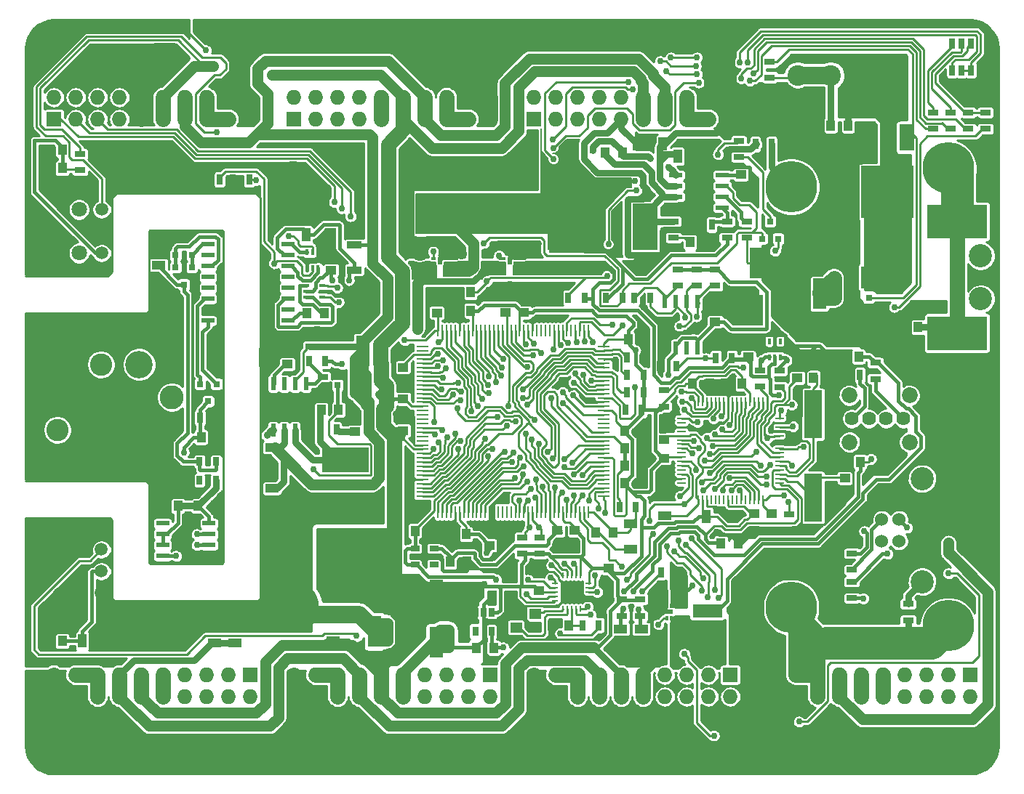
<source format=gtl>
G04 #@! TF.FileFunction,Copper,L1,Top,Signal*
%FSLAX46Y46*%
G04 Gerber Fmt 4.6, Leading zero omitted, Abs format (unit mm)*
G04 Created by KiCad (PCBNEW 4.0.0-rc2-1-stable) date Wednesday, December 30, 2015 'PMt' 03:12:14 PM*
%MOMM*%
G01*
G04 APERTURE LIST*
%ADD10C,0.100000*%
%ADD11R,1.060000X0.650000*%
%ADD12R,0.650000X1.060000*%
%ADD13R,0.246000X0.730000*%
%ADD14R,0.730000X0.246000*%
%ADD15R,1.250000X1.250000*%
%ADD16R,1.400000X1.200000*%
%ADD17R,1.550000X0.600000*%
%ADD18R,1.175000X1.175000*%
%ADD19R,0.600000X1.550000*%
%ADD20R,0.749300X0.398780*%
%ADD21R,4.000000X2.500000*%
%ADD22R,7.000000X4.000000*%
%ADD23C,2.700000*%
%ADD24C,2.400000*%
%ADD25R,2.400000X2.400000*%
%ADD26R,0.250000X1.450000*%
%ADD27R,1.450000X0.250000*%
%ADD28R,1.000000X0.250000*%
%ADD29R,0.250000X1.000000*%
%ADD30R,1.250000X1.000000*%
%ADD31R,0.398780X0.749300*%
%ADD32R,5.400040X2.900680*%
%ADD33R,0.800100X0.800100*%
%ADD34C,1.800000*%
%ADD35C,1.500000*%
%ADD36C,4.500000*%
%ADD37C,6.000000*%
%ADD38R,1.500000X0.600000*%
%ADD39R,0.700000X1.300000*%
%ADD40R,1.000000X1.600000*%
%ADD41R,1.300000X0.700000*%
%ADD42C,1.524000*%
%ADD43C,2.700020*%
%ADD44R,1.000000X1.250000*%
%ADD45C,2.800000*%
%ADD46C,2.600000*%
%ADD47C,3.200000*%
%ADD48R,1.600000X1.000000*%
%ADD49C,1.620000*%
%ADD50C,1.850000*%
%ADD51R,3.500000X1.600000*%
%ADD52R,1.651000X3.048000*%
%ADD53R,6.096000X6.096000*%
%ADD54R,2.100580X5.600700*%
%ADD55C,1.727200*%
%ADD56O,1.727200X1.727200*%
%ADD57R,1.727200X1.727200*%
%ADD58R,1.700000X0.900000*%
%ADD59R,1.000000X2.300000*%
%ADD60R,2.900680X5.400040*%
%ADD61R,0.860000X0.500000*%
%ADD62R,0.300000X0.550000*%
%ADD63R,0.500000X0.860000*%
%ADD64R,0.550000X0.300000*%
%ADD65R,1.600200X3.599180*%
%ADD66C,0.762000*%
%ADD67C,0.762000*%
%ADD68C,0.228600*%
%ADD69C,1.270000*%
%ADD70C,0.381000*%
%ADD71C,1.778000*%
%ADD72C,3.810000*%
%ADD73C,2.286000*%
%ADD74C,2.032000*%
%ADD75C,0.254000*%
%ADD76C,0.152400*%
G04 APERTURE END LIST*
D10*
D11*
X130937000Y-104013000D03*
X130937000Y-104963000D03*
X130937000Y-105913000D03*
X133137000Y-105913000D03*
X133137000Y-104013000D03*
D12*
X139864482Y-111455642D03*
X138914482Y-111455642D03*
X137964482Y-111455642D03*
X137964482Y-113655642D03*
X139864482Y-113655642D03*
D13*
X148202642Y-111057518D03*
X148702642Y-111057518D03*
X149202642Y-111057518D03*
X149702642Y-111057518D03*
X150202642Y-111057518D03*
D14*
X151167642Y-110092518D03*
X151167642Y-109592518D03*
X151167642Y-109092518D03*
X151167642Y-108592518D03*
X151167642Y-108092518D03*
D13*
X150202642Y-107127518D03*
X149702642Y-107127518D03*
X149202642Y-107127518D03*
X148702642Y-107127518D03*
X148202642Y-107127518D03*
D14*
X147237642Y-108092518D03*
X147237642Y-108592518D03*
X147237642Y-109092518D03*
X147237642Y-109592518D03*
X147237642Y-110092518D03*
D15*
X149827642Y-108467518D03*
X148577642Y-108467518D03*
X149827642Y-109717518D03*
X148577642Y-109717518D03*
D16*
X144907000Y-111633000D03*
X142707000Y-111633000D03*
X144907000Y-113233000D03*
X142707000Y-113233000D03*
D17*
X161304500Y-60499500D03*
X161304500Y-61769500D03*
X161304500Y-63039500D03*
X161304500Y-64309500D03*
X166704500Y-64309500D03*
X166704500Y-63039500D03*
X166704500Y-61769500D03*
X166704500Y-60499500D03*
D18*
X164592000Y-62992000D03*
X164592000Y-61817000D03*
X163417000Y-62992000D03*
X163417000Y-61817000D03*
D19*
X163830000Y-75245000D03*
X162560000Y-75245000D03*
X161290000Y-75245000D03*
X160020000Y-75245000D03*
X160020000Y-80645000D03*
X161290000Y-80645000D03*
X162560000Y-80645000D03*
X163830000Y-80645000D03*
D20*
X120142000Y-74691240D03*
X120142000Y-74041000D03*
X120142000Y-73390760D03*
X118242080Y-73390760D03*
X118242080Y-74041000D03*
X118242080Y-74691240D03*
D17*
X101567000Y-101092000D03*
X101567000Y-102362000D03*
X101567000Y-103632000D03*
X101567000Y-104902000D03*
X106967000Y-104902000D03*
X106967000Y-103632000D03*
X106967000Y-102362000D03*
X106967000Y-101092000D03*
D12*
X107757000Y-93896000D03*
X106807000Y-93896000D03*
X105857000Y-93896000D03*
X105857000Y-96096000D03*
X107757000Y-96096000D03*
D19*
X114427000Y-90236000D03*
X115697000Y-90236000D03*
X116967000Y-90236000D03*
X118237000Y-90236000D03*
X118237000Y-84836000D03*
X116967000Y-84836000D03*
X115697000Y-84836000D03*
X114427000Y-84836000D03*
D18*
X116919500Y-86948500D03*
X115744500Y-86948500D03*
X116919500Y-88123500D03*
X115744500Y-88123500D03*
D21*
X184796560Y-72418180D03*
D22*
X194046560Y-78918180D03*
X194046560Y-65918180D03*
D23*
X196796560Y-74918180D03*
X196796560Y-69918180D03*
D24*
X179324000Y-48895000D03*
X175514000Y-48895000D03*
X183134000Y-48895000D03*
D25*
X186944000Y-48895000D03*
D26*
X133624821Y-99751259D03*
X134124821Y-99751259D03*
X134624821Y-99751259D03*
X135124821Y-99751259D03*
X135624821Y-99751259D03*
X136124821Y-99751259D03*
X136624821Y-99751259D03*
X137124821Y-99751259D03*
X137624821Y-99751259D03*
X138124821Y-99751259D03*
X138624821Y-99751259D03*
X139124821Y-99751259D03*
X139624821Y-99751259D03*
X140124821Y-99751259D03*
X140624821Y-99751259D03*
X141124821Y-99751259D03*
X141624821Y-99751259D03*
X142124821Y-99751259D03*
X142624821Y-99751259D03*
X143124821Y-99751259D03*
X143624821Y-99751259D03*
X144124821Y-99751259D03*
X144624821Y-99751259D03*
X145124821Y-99751259D03*
X145624821Y-99751259D03*
X146124821Y-99751259D03*
X146624821Y-99751259D03*
X147124821Y-99751259D03*
X147624821Y-99751259D03*
X148124821Y-99751259D03*
X148624821Y-99751259D03*
X149124821Y-99751259D03*
X149624821Y-99751259D03*
X150124821Y-99751259D03*
X150624821Y-99751259D03*
X151124821Y-99751259D03*
D27*
X152924821Y-97951259D03*
X152924821Y-97451259D03*
X152924821Y-96951259D03*
X152924821Y-96451259D03*
X152924821Y-95951259D03*
X152924821Y-95451259D03*
X152924821Y-94951259D03*
X152924821Y-94451259D03*
X152924821Y-93951259D03*
X152924821Y-93451259D03*
X152924821Y-92951259D03*
X152924821Y-92451259D03*
X152924821Y-91951259D03*
X152924821Y-91451259D03*
X152924821Y-90951259D03*
X152924821Y-90451259D03*
X152924821Y-89951259D03*
X152924821Y-89451259D03*
X152924821Y-88951259D03*
X152924821Y-88451259D03*
X152924821Y-87951259D03*
X152924821Y-87451259D03*
X152924821Y-86951259D03*
X152924821Y-86451259D03*
X152924821Y-85951259D03*
X152924821Y-85451259D03*
X152924821Y-84951259D03*
X152924821Y-84451259D03*
X152924821Y-83951259D03*
X152924821Y-83451259D03*
X152924821Y-82951259D03*
X152924821Y-82451259D03*
X152924821Y-81951259D03*
X152924821Y-81451259D03*
X152924821Y-80951259D03*
X152924821Y-80451259D03*
D26*
X151124821Y-78651259D03*
X150624821Y-78651259D03*
X150124821Y-78651259D03*
X149624821Y-78651259D03*
X149124821Y-78651259D03*
X148624821Y-78651259D03*
X148124821Y-78651259D03*
X147624821Y-78651259D03*
X147124821Y-78651259D03*
X146624821Y-78651259D03*
X146124821Y-78651259D03*
X145624821Y-78651259D03*
X145124821Y-78651259D03*
X144624821Y-78651259D03*
X144124821Y-78651259D03*
X143624821Y-78651259D03*
X143124821Y-78651259D03*
X142624821Y-78651259D03*
X142124821Y-78651259D03*
X141624821Y-78651259D03*
X141124821Y-78651259D03*
X140624821Y-78651259D03*
X140124821Y-78651259D03*
X139624821Y-78651259D03*
X139124821Y-78651259D03*
X138624821Y-78651259D03*
X138124821Y-78651259D03*
X137624821Y-78651259D03*
X137124821Y-78651259D03*
X136624821Y-78651259D03*
X136124821Y-78651259D03*
X135624821Y-78651259D03*
X135124821Y-78651259D03*
X134624821Y-78651259D03*
X134124821Y-78651259D03*
X133624821Y-78651259D03*
D27*
X131824821Y-80451259D03*
X131824821Y-80951259D03*
X131824821Y-81451259D03*
X131824821Y-81951259D03*
X131824821Y-82451259D03*
X131824821Y-82951259D03*
X131824821Y-83451259D03*
X131824821Y-83951259D03*
X131824821Y-84451259D03*
X131824821Y-84951259D03*
X131824821Y-85451259D03*
X131824821Y-85951259D03*
X131824821Y-86451259D03*
X131824821Y-86951259D03*
X131824821Y-87451259D03*
X131824821Y-87951259D03*
X131824821Y-88451259D03*
X131824821Y-88951259D03*
X131824821Y-89451259D03*
X131824821Y-89951259D03*
X131824821Y-90451259D03*
X131824821Y-90951259D03*
X131824821Y-91451259D03*
X131824821Y-91951259D03*
X131824821Y-92451259D03*
X131824821Y-92951259D03*
X131824821Y-93451259D03*
X131824821Y-93951259D03*
X131824821Y-94451259D03*
X131824821Y-94951259D03*
X131824821Y-95451259D03*
X131824821Y-95951259D03*
X131824821Y-96451259D03*
X131824821Y-96951259D03*
X131824821Y-97451259D03*
X131824821Y-97951259D03*
D28*
X173357560Y-96361180D03*
X173357560Y-95861180D03*
X173357560Y-95361180D03*
X173357560Y-94861180D03*
X173357560Y-94361180D03*
X173357560Y-93861180D03*
X173357560Y-93361180D03*
X173357560Y-92861180D03*
X173357560Y-92361180D03*
X173357560Y-91861180D03*
X173357560Y-91361180D03*
X173357560Y-90861180D03*
X173357560Y-90361180D03*
X173357560Y-89861180D03*
X173357560Y-89361180D03*
X173357560Y-88861180D03*
D29*
X171407560Y-86911180D03*
X170907560Y-86911180D03*
X170407560Y-86911180D03*
X169907560Y-86911180D03*
X169407560Y-86911180D03*
X168907560Y-86911180D03*
X168407560Y-86911180D03*
X167907560Y-86911180D03*
X167407560Y-86911180D03*
X166907560Y-86911180D03*
X166407560Y-86911180D03*
X165907560Y-86911180D03*
X165407560Y-86911180D03*
X164907560Y-86911180D03*
X164407560Y-86911180D03*
X163907560Y-86911180D03*
D28*
X161957560Y-88861180D03*
X161957560Y-89361180D03*
X161957560Y-89861180D03*
X161957560Y-90361180D03*
X161957560Y-90861180D03*
X161957560Y-91361180D03*
X161957560Y-91861180D03*
X161957560Y-92361180D03*
X161957560Y-92861180D03*
X161957560Y-93361180D03*
X161957560Y-93861180D03*
X161957560Y-94361180D03*
X161957560Y-94861180D03*
X161957560Y-95361180D03*
X161957560Y-95861180D03*
X161957560Y-96361180D03*
D29*
X163907560Y-98311180D03*
X164407560Y-98311180D03*
X164907560Y-98311180D03*
X165407560Y-98311180D03*
X165907560Y-98311180D03*
X166407560Y-98311180D03*
X166907560Y-98311180D03*
X167407560Y-98311180D03*
X167907560Y-98311180D03*
X168407560Y-98311180D03*
X168907560Y-98311180D03*
X169407560Y-98311180D03*
X169907560Y-98311180D03*
X170407560Y-98311180D03*
X170907560Y-98311180D03*
X171407560Y-98311180D03*
D30*
X159893000Y-95504000D03*
X159893000Y-93504000D03*
X169722800Y-79686400D03*
X169722800Y-81686400D03*
D31*
X118364000Y-71368920D03*
X119014240Y-71368920D03*
X119664480Y-71368920D03*
X119664480Y-69469000D03*
X119014240Y-69469000D03*
X118364000Y-69469000D03*
D32*
X122809000Y-103626920D03*
X122809000Y-93726000D03*
D33*
X118557000Y-80484980D03*
X120457000Y-80484980D03*
X119507000Y-78486000D03*
X103063000Y-69816980D03*
X104963000Y-69816980D03*
X104013000Y-67818000D03*
D34*
X91838560Y-69596000D03*
X91838560Y-64516000D03*
D35*
X94468560Y-69596000D03*
X94468560Y-64516000D03*
X94468560Y-67056000D03*
D36*
X90622000Y-110490000D03*
D35*
X94432000Y-109220000D03*
X94432000Y-104140000D03*
X94432000Y-106680000D03*
D36*
X90622000Y-102870000D03*
D37*
X101600000Y-59690000D03*
D38*
X106856000Y-68580000D03*
X106856000Y-69850000D03*
X106856000Y-71120000D03*
X106856000Y-72390000D03*
X106856000Y-73660000D03*
X106856000Y-74930000D03*
X106856000Y-76200000D03*
X106856000Y-77470000D03*
X116156000Y-77470000D03*
X116156000Y-76200000D03*
X116156000Y-74930000D03*
X116156000Y-73660000D03*
X116156000Y-72390000D03*
X116156000Y-71120000D03*
X116156000Y-69850000D03*
X116156000Y-68580000D03*
D39*
X195664000Y-45186000D03*
X194564000Y-45186000D03*
X193464000Y-45186000D03*
X193464000Y-48286000D03*
X194564000Y-48286000D03*
X195664000Y-48286000D03*
D37*
X101600000Y-113030000D03*
X193040000Y-113030000D03*
X193040000Y-59690000D03*
X116747000Y-61860000D03*
X174747000Y-110860000D03*
X116747000Y-110860000D03*
D40*
X118261000Y-67437000D03*
X121261000Y-67437000D03*
D41*
X181800500Y-109791500D03*
X181800500Y-107891500D03*
D30*
X145395821Y-106966000D03*
X145395821Y-108966000D03*
D42*
X185286560Y-103158180D03*
X185286560Y-100618180D03*
X187285540Y-100618180D03*
X187285540Y-103158180D03*
D43*
X189985560Y-107887660D03*
X189985560Y-95888700D03*
D44*
X180784500Y-93916500D03*
X182784500Y-93916500D03*
D45*
X92468560Y-94638180D03*
X102638560Y-86388180D03*
D46*
X89298560Y-90198180D03*
X94378560Y-82578180D03*
D47*
X98823560Y-82578180D03*
X98188560Y-90198180D03*
D30*
X175450500Y-82137500D03*
X175450500Y-84137500D03*
X159893000Y-89313000D03*
X159893000Y-91313000D03*
X172466000Y-101974400D03*
X172466000Y-99974400D03*
D44*
X167005000Y-84836000D03*
X169005000Y-84836000D03*
D30*
X170434000Y-101917500D03*
X170434000Y-99917500D03*
D48*
X157289500Y-113411000D03*
X157289500Y-116411000D03*
D44*
X165227000Y-84836000D03*
X163227000Y-84836000D03*
D30*
X180975000Y-97821500D03*
X180975000Y-95821500D03*
D40*
X164871400Y-100266500D03*
X167871400Y-100266500D03*
D44*
X168547800Y-103403400D03*
X166547800Y-103403400D03*
D48*
X160020000Y-100177600D03*
X160020000Y-97177600D03*
D44*
X179324000Y-84152200D03*
X177324000Y-84152200D03*
D48*
X154889200Y-113411000D03*
X154889200Y-116411000D03*
X101092000Y-70993000D03*
X101092000Y-67993000D03*
D44*
X106045000Y-91059000D03*
X108045000Y-91059000D03*
D30*
X121158000Y-69596000D03*
X121158000Y-71596000D03*
X141478000Y-74517500D03*
X141478000Y-76517500D03*
X139623800Y-101657400D03*
X139623800Y-103657400D03*
D44*
X157354560Y-92357180D03*
X155354560Y-92357180D03*
X134906000Y-102362000D03*
X136906000Y-102362000D03*
X152000200Y-102158800D03*
X154000200Y-102158800D03*
D48*
X156032200Y-101114600D03*
X156032200Y-104114600D03*
D30*
X129540000Y-80899000D03*
X129540000Y-82899000D03*
D44*
X135414000Y-76327000D03*
X137414000Y-76327000D03*
D30*
X147523200Y-103936800D03*
X147523200Y-101936800D03*
X149555200Y-103936800D03*
X149555200Y-101936800D03*
D44*
X157338560Y-94389180D03*
X155338560Y-94389180D03*
X157338560Y-96421180D03*
X155338560Y-96421180D03*
D30*
X129540000Y-84582000D03*
X129540000Y-86582000D03*
X133477000Y-74549000D03*
X133477000Y-76549000D03*
X129557560Y-88265000D03*
X129557560Y-90265000D03*
D44*
X157765500Y-79629000D03*
X155765500Y-79629000D03*
X157354560Y-90325180D03*
X155354560Y-90325180D03*
D30*
X143573500Y-74517500D03*
X143573500Y-76517500D03*
X168910000Y-60452000D03*
X168910000Y-62452000D03*
D44*
X153067000Y-57912000D03*
X155067000Y-57912000D03*
X164973000Y-68326000D03*
X162973000Y-68326000D03*
D30*
X116078000Y-82550000D03*
X116078000Y-80550000D03*
D44*
X120031000Y-87884000D03*
X122031000Y-87884000D03*
D30*
X123952000Y-88424000D03*
X123952000Y-90424000D03*
D44*
X161512000Y-108864400D03*
X159512000Y-108864400D03*
X159512000Y-114071400D03*
X161512000Y-114071400D03*
X180594000Y-81661000D03*
X182594000Y-81661000D03*
X135414000Y-74168000D03*
X137414000Y-74168000D03*
D30*
X144348200Y-71596000D03*
X144348200Y-69596000D03*
X136271000Y-71612000D03*
X136271000Y-69612000D03*
X139522200Y-69596000D03*
X139522200Y-71596000D03*
X131445000Y-69596000D03*
X131445000Y-71596000D03*
D48*
X109982000Y-115014000D03*
X109982000Y-112014000D03*
X107569000Y-115014000D03*
X107569000Y-112014000D03*
D44*
X179356000Y-54737000D03*
X181356000Y-54737000D03*
X187484000Y-78232000D03*
X189484000Y-78232000D03*
X139964482Y-109507642D03*
X137964482Y-109507642D03*
X140107482Y-115603642D03*
X138107482Y-115603642D03*
X132937000Y-101981000D03*
X130937000Y-101981000D03*
X135001000Y-105537000D03*
X137001000Y-105537000D03*
D30*
X153466800Y-108331000D03*
X153466800Y-106331000D03*
D44*
X148875500Y-112966500D03*
X146875500Y-112966500D03*
X87884000Y-114808000D03*
X89884000Y-114808000D03*
X87884000Y-59690000D03*
X89884000Y-59690000D03*
X89884000Y-57531000D03*
X87884000Y-57531000D03*
D49*
X187786560Y-88900000D03*
X185786560Y-88900000D03*
X183786560Y-88900000D03*
D50*
X188516560Y-91620000D03*
D49*
X181786560Y-88900000D03*
D50*
X181516560Y-91620000D03*
X188516560Y-86180000D03*
X181516560Y-86180000D03*
D33*
X107823000Y-84851240D03*
X105923000Y-84851240D03*
X106873000Y-86850220D03*
X104963000Y-71247000D03*
X103063000Y-71247000D03*
X104013000Y-73245980D03*
X149606000Y-56647000D03*
X149606000Y-58547000D03*
X151604980Y-57597000D03*
X123918980Y-85913000D03*
X123918980Y-84013000D03*
X121920000Y-84963000D03*
X182819000Y-76801980D03*
X184719000Y-76801980D03*
X183769000Y-74803000D03*
D51*
X164973000Y-116166900D03*
X164973000Y-111290100D03*
D41*
X181800500Y-106487000D03*
X181800500Y-104587000D03*
X157149800Y-109961600D03*
X157149800Y-111861600D03*
X155041600Y-109961600D03*
X155041600Y-111861600D03*
X184531000Y-82346800D03*
X184531000Y-84246800D03*
D39*
X180848000Y-83820000D03*
X182748000Y-83820000D03*
D41*
X91948000Y-58039000D03*
X91948000Y-59939000D03*
D33*
X171323000Y-67911980D03*
X173223000Y-67911980D03*
X172273000Y-65913000D03*
D52*
X188214000Y-56134000D03*
D53*
X185928000Y-62484000D03*
D52*
X183642000Y-56134000D03*
D41*
X165862000Y-73406000D03*
X165862000Y-71506000D03*
X163703000Y-73406000D03*
X163703000Y-71506000D03*
X161544000Y-73406000D03*
X161544000Y-71506000D03*
D39*
X165943200Y-81813400D03*
X167843200Y-81813400D03*
X159451000Y-82804000D03*
X161351000Y-82804000D03*
X156464000Y-74803000D03*
X158364000Y-74803000D03*
D41*
X159893000Y-85598000D03*
X159893000Y-87498000D03*
X171069000Y-83251000D03*
X171069000Y-85151000D03*
X173355000Y-83312000D03*
X173355000Y-85212000D03*
X174498000Y-101976000D03*
X174498000Y-100076000D03*
D39*
X107818000Y-88773000D03*
X105918000Y-88773000D03*
X156652000Y-99212400D03*
X154752000Y-99212400D03*
X155638500Y-83820000D03*
X157538500Y-83820000D03*
X157538500Y-81788000D03*
X155638500Y-81788000D03*
X155448000Y-87884000D03*
X157348000Y-87884000D03*
X155638500Y-85852000D03*
X157538500Y-85852000D03*
D41*
X169545000Y-67813000D03*
X169545000Y-65913000D03*
X161036000Y-67813000D03*
X161036000Y-65913000D03*
X167259000Y-65913000D03*
X167259000Y-67813000D03*
D39*
X163581000Y-66294000D03*
X165481000Y-66294000D03*
X155067000Y-74803000D03*
X153167000Y-74803000D03*
X121793000Y-90170000D03*
X119893000Y-90170000D03*
X118618000Y-82169000D03*
X120518000Y-82169000D03*
D41*
X120205500Y-85910500D03*
X120205500Y-84010500D03*
D39*
X159578000Y-106781600D03*
X161478000Y-106781600D03*
X161163000Y-116205000D03*
X159263000Y-116205000D03*
X150680500Y-74803000D03*
X148780500Y-74803000D03*
D41*
X168656000Y-56520000D03*
X168656000Y-58420000D03*
X172212000Y-47249000D03*
X172212000Y-49149000D03*
X143408400Y-104648000D03*
X143408400Y-102748000D03*
X145440400Y-104648000D03*
X145440400Y-102748000D03*
D39*
X152331500Y-112966500D03*
X150431500Y-112966500D03*
D54*
X177292000Y-98089720D03*
X177292000Y-88392000D03*
D30*
X165862000Y-75597000D03*
X165862000Y-77597000D03*
D41*
X195326000Y-55113000D03*
X195326000Y-53213000D03*
X193294000Y-55113000D03*
X193294000Y-53213000D03*
X191262000Y-55113000D03*
X191262000Y-53213000D03*
D55*
X167640000Y-53975000D03*
D56*
X167640000Y-51435000D03*
X165100000Y-53975000D03*
X165100000Y-51435000D03*
X162560000Y-53975000D03*
X162560000Y-51435000D03*
X160020000Y-53975000D03*
X160020000Y-51435000D03*
X157480000Y-53975000D03*
X157480000Y-51435000D03*
X154940000Y-53975000D03*
X154940000Y-51435000D03*
X152400000Y-53975000D03*
X152400000Y-51435000D03*
X149860000Y-53975000D03*
X149860000Y-51435000D03*
X147320000Y-53975000D03*
X147320000Y-51435000D03*
D57*
X144780000Y-53975000D03*
D56*
X144780000Y-51435000D03*
D55*
X139700000Y-53975000D03*
D56*
X139700000Y-51435000D03*
X137160000Y-53975000D03*
X137160000Y-51435000D03*
X134620000Y-53975000D03*
X134620000Y-51435000D03*
X132080000Y-53975000D03*
X132080000Y-51435000D03*
X129540000Y-53975000D03*
X129540000Y-51435000D03*
X127000000Y-53975000D03*
X127000000Y-51435000D03*
X124460000Y-53975000D03*
X124460000Y-51435000D03*
X121920000Y-53975000D03*
X121920000Y-51435000D03*
X119380000Y-53975000D03*
X119380000Y-51435000D03*
D57*
X116840000Y-53975000D03*
D56*
X116840000Y-51435000D03*
D55*
X111760000Y-53975000D03*
D56*
X111760000Y-51435000D03*
X109220000Y-53975000D03*
X109220000Y-51435000D03*
X106680000Y-53975000D03*
X106680000Y-51435000D03*
X104140000Y-53975000D03*
X104140000Y-51435000D03*
X101600000Y-53975000D03*
X101600000Y-51435000D03*
X99060000Y-53975000D03*
X99060000Y-51435000D03*
X96520000Y-53975000D03*
X96520000Y-51435000D03*
X93980000Y-53975000D03*
X93980000Y-51435000D03*
X91440000Y-53975000D03*
X91440000Y-51435000D03*
D57*
X88900000Y-53975000D03*
D56*
X88900000Y-51435000D03*
D55*
X88900000Y-118745000D03*
D56*
X88900000Y-121285000D03*
X91440000Y-118745000D03*
X91440000Y-121285000D03*
X93980000Y-118745000D03*
X93980000Y-121285000D03*
X96520000Y-118745000D03*
X96520000Y-121285000D03*
X99060000Y-118745000D03*
X99060000Y-121285000D03*
X101600000Y-118745000D03*
X101600000Y-121285000D03*
X104140000Y-118745000D03*
X104140000Y-121285000D03*
X106680000Y-118745000D03*
X106680000Y-121285000D03*
X109220000Y-118745000D03*
X109220000Y-121285000D03*
D57*
X111760000Y-118745000D03*
D56*
X111760000Y-121285000D03*
D55*
X116840000Y-118745000D03*
D56*
X116840000Y-121285000D03*
X119380000Y-118745000D03*
X119380000Y-121285000D03*
X121920000Y-118745000D03*
X121920000Y-121285000D03*
X124460000Y-118745000D03*
X124460000Y-121285000D03*
X127000000Y-118745000D03*
X127000000Y-121285000D03*
X129540000Y-118745000D03*
X129540000Y-121285000D03*
X132080000Y-118745000D03*
X132080000Y-121285000D03*
X134620000Y-118745000D03*
X134620000Y-121285000D03*
X137160000Y-118745000D03*
X137160000Y-121285000D03*
D57*
X139700000Y-118745000D03*
D56*
X139700000Y-121285000D03*
D55*
X144780000Y-118745000D03*
D56*
X144780000Y-121285000D03*
X147320000Y-118745000D03*
X147320000Y-121285000D03*
X149860000Y-118745000D03*
X149860000Y-121285000D03*
X152400000Y-118745000D03*
X152400000Y-121285000D03*
X154940000Y-118745000D03*
X154940000Y-121285000D03*
X157480000Y-118745000D03*
X157480000Y-121285000D03*
X160020000Y-118745000D03*
X160020000Y-121285000D03*
X162560000Y-118745000D03*
X162560000Y-121285000D03*
X165100000Y-118745000D03*
X165100000Y-121285000D03*
D57*
X167640000Y-118745000D03*
D56*
X167640000Y-121285000D03*
D55*
X172720000Y-118745000D03*
D56*
X172720000Y-121285000D03*
X175260000Y-118745000D03*
X175260000Y-121285000D03*
X177800000Y-118745000D03*
X177800000Y-121285000D03*
X180340000Y-118745000D03*
X180340000Y-121285000D03*
X182880000Y-118745000D03*
X182880000Y-121285000D03*
X185420000Y-118745000D03*
X185420000Y-121285000D03*
X187960000Y-118745000D03*
X187960000Y-121285000D03*
X190500000Y-118745000D03*
X190500000Y-121285000D03*
X193040000Y-118745000D03*
X193040000Y-121285000D03*
D57*
X195580000Y-118745000D03*
D56*
X195580000Y-121285000D03*
D41*
X188341000Y-112390000D03*
X188341000Y-110490000D03*
D39*
X172461000Y-56896000D03*
X170561000Y-56896000D03*
D44*
X118396000Y-76581000D03*
X120396000Y-76581000D03*
X105696000Y-99060000D03*
X107696000Y-99060000D03*
D40*
X161544000Y-58293000D03*
X164544000Y-58293000D03*
X159766000Y-56896000D03*
X156766000Y-56896000D03*
D48*
X144145000Y-63452000D03*
X144145000Y-60452000D03*
X114300000Y-97028000D03*
X114300000Y-100028000D03*
X114300000Y-92250000D03*
X114300000Y-95250000D03*
X121412000Y-114760000D03*
X121412000Y-111760000D03*
D40*
X92202000Y-114808000D03*
X95202000Y-114808000D03*
D58*
X123888500Y-71554000D03*
X123888500Y-68654000D03*
D39*
X111633000Y-61023500D03*
X109733000Y-61023500D03*
X108204000Y-61023500D03*
X106304000Y-61023500D03*
D41*
X197358000Y-53213000D03*
X197358000Y-55113000D03*
D37*
X174747000Y-61860000D03*
D44*
X101346000Y-99060000D03*
X103346000Y-99060000D03*
D59*
X108244000Y-81788000D03*
X113244000Y-81788000D03*
D60*
X147828000Y-66548000D03*
X157728920Y-66548000D03*
D61*
X160528000Y-111404400D03*
D62*
X160278000Y-112129400D03*
X160778000Y-112129400D03*
X160278000Y-110679400D03*
X160778000Y-110679400D03*
D63*
X141972200Y-70481000D03*
D64*
X141247200Y-70231000D03*
X141247200Y-70731000D03*
X142697200Y-70231000D03*
X142697200Y-70731000D03*
D63*
X133858000Y-70485000D03*
D64*
X133133000Y-70235000D03*
X133133000Y-70735000D03*
X134583000Y-70235000D03*
X134583000Y-70735000D03*
D31*
X173471840Y-79857600D03*
X172821600Y-79857600D03*
X172171360Y-79857600D03*
X172171360Y-81757520D03*
X172821600Y-81757520D03*
X173471840Y-81757520D03*
D65*
X133426741Y-109474000D03*
X133426741Y-114975640D03*
X124841000Y-81026000D03*
X124841000Y-75524360D03*
X139192000Y-65572640D03*
X139192000Y-60071000D03*
X178054000Y-68834000D03*
X178054000Y-74335640D03*
X170688000Y-70739000D03*
X170688000Y-76240640D03*
X131953000Y-65572640D03*
X131953000Y-60071000D03*
X126238000Y-108204000D03*
X126238000Y-113705640D03*
D66*
X114300000Y-48793400D03*
X115620800Y-48793400D03*
X163761146Y-46809020D03*
X160722893Y-46809020D03*
X160444383Y-83775968D03*
X156588460Y-80937100D03*
X139039600Y-108204000D03*
X139244032Y-104495582D03*
X107416600Y-47828200D03*
X106324400Y-47828200D03*
X126619000Y-86106000D03*
X169695157Y-47362020D03*
X122428000Y-82550000D03*
X171963831Y-91146228D03*
X170650113Y-92743233D03*
X174805340Y-87271860D03*
X173916340Y-97797620D03*
X173282039Y-86143012D03*
X183240019Y-102004161D03*
X156404718Y-109038421D03*
X176168032Y-92202009D03*
X156947601Y-111159237D03*
X184023000Y-93599000D03*
X155253821Y-109028698D03*
X155164965Y-111077835D03*
X133559288Y-81347906D03*
X114554000Y-70789800D03*
X133664596Y-79957285D03*
X112458498Y-61087000D03*
X116255800Y-67573520D03*
X104013000Y-92837000D03*
X103124002Y-104902000D03*
X131190996Y-77406500D03*
X131191000Y-78422500D03*
X131191000Y-76263494D03*
X168733159Y-47367091D03*
X193040000Y-103377998D03*
X193040000Y-104521000D03*
X125222000Y-85852000D03*
X125222000Y-84836000D03*
X125222000Y-83820000D03*
X140399813Y-107666873D03*
X129717800Y-79756000D03*
X135914146Y-87649438D03*
X141224000Y-115570000D03*
X156552957Y-61163043D03*
X163216829Y-108360949D03*
X156729497Y-62304959D03*
X153289000Y-72263000D03*
X139313835Y-72873291D03*
X140728212Y-69895311D03*
X153479330Y-68558458D03*
X166215478Y-58092980D03*
X138259597Y-87390131D03*
X107899200Y-55473600D03*
X135935901Y-92451337D03*
X124079000Y-114173000D03*
X144790872Y-80122752D03*
X143831712Y-80201711D03*
X147874280Y-80323674D03*
X144689110Y-81518527D03*
X149748728Y-79949988D03*
X148789814Y-80027128D03*
X151667638Y-79980068D03*
X150709256Y-79896580D03*
X139530360Y-85921350D03*
X138793220Y-86568280D03*
X139527921Y-83973336D03*
X140377304Y-84613119D03*
X140969314Y-83854837D03*
X141077233Y-82898897D03*
X141179874Y-81942381D03*
X139480257Y-84960644D03*
X134215716Y-82052780D03*
X121539000Y-63627000D03*
X137495115Y-87975781D03*
X134519444Y-82991996D03*
X122428000Y-64389000D03*
X136269545Y-85741987D03*
X134163342Y-84104204D03*
X123444000Y-65297069D03*
X135971189Y-84735685D03*
X136199880Y-86715598D03*
X135373024Y-86090865D03*
X135615680Y-90652600D03*
X136187886Y-91522914D03*
X134709682Y-91029987D03*
X133722499Y-91642243D03*
X133130833Y-92403794D03*
X133281420Y-90743144D03*
X134083559Y-90212070D03*
X133146342Y-89297453D03*
X143164935Y-93412575D03*
X143606423Y-94407435D03*
X142364253Y-92879308D03*
X142229124Y-93938235D03*
X139127907Y-91232116D03*
X141396718Y-92720160D03*
X139920746Y-92436623D03*
X139469574Y-93286276D03*
X153046963Y-99897548D03*
X152274243Y-99324512D03*
X151196522Y-98421247D03*
X150413804Y-97861944D03*
X149451797Y-97859020D03*
X148555284Y-98313626D03*
X148038501Y-97502206D03*
X147264339Y-96931119D03*
X172261053Y-94318224D03*
X164357582Y-96273870D03*
X141612998Y-89700421D03*
X171847939Y-95632361D03*
X164462276Y-97230168D03*
X143846323Y-90644369D03*
X171847910Y-96594364D03*
X165856151Y-97074704D03*
X145376741Y-91810686D03*
X161130674Y-104329268D03*
X164525859Y-107478042D03*
X149473258Y-95417584D03*
X160230379Y-103797153D03*
X150435190Y-95429923D03*
X164337999Y-108915199D03*
X161645600Y-103124000D03*
X148334206Y-94561446D03*
X164998400Y-109651800D03*
X162502550Y-103634309D03*
X165819346Y-108845066D03*
X149225025Y-94026754D03*
X163139747Y-102836628D03*
X148360102Y-93599740D03*
X166247955Y-109804200D03*
X133073197Y-69423251D03*
X138947002Y-68465597D03*
X168730163Y-97264288D03*
X164782508Y-81851500D03*
X169164000Y-82930998D03*
X174959640Y-89789160D03*
X174447199Y-98602801D03*
X174856004Y-94360564D03*
X163405909Y-91526321D03*
X143505070Y-85506417D03*
X163681560Y-94876498D03*
X144868755Y-89048277D03*
X186733180Y-75874880D03*
X158624667Y-102363667D03*
X158203470Y-100818978D03*
X155651198Y-107619800D03*
X162337026Y-98819695D03*
X146969481Y-93547630D03*
X193040000Y-106934000D03*
X175641000Y-124206000D03*
X165735000Y-125857000D03*
X162306000Y-116332000D03*
X161809771Y-97905984D03*
X146427105Y-92747228D03*
X154981185Y-106144625D03*
X157366698Y-109030585D03*
X159251527Y-112865388D03*
X144297400Y-101574600D03*
X151384000Y-111760000D03*
X145338800Y-101523800D03*
X151040602Y-110802567D03*
X142602278Y-95762306D03*
X147863795Y-113906348D03*
X165245130Y-95243154D03*
X171177285Y-94328813D03*
X142661640Y-89202260D03*
X173535942Y-87962245D03*
X164668200Y-93771720D03*
X140533120Y-88706960D03*
X165303200Y-93032580D03*
X144563914Y-91296120D03*
X165594019Y-92085780D03*
X141853814Y-87409128D03*
X164917120Y-91119960D03*
X148187968Y-87051286D03*
X165898076Y-90702723D03*
X148130908Y-85822762D03*
X166678657Y-90116672D03*
X149374860Y-86182200D03*
X167527734Y-89664418D03*
X149425660Y-84691220D03*
X166646578Y-88564267D03*
X155129929Y-77987520D03*
X165715126Y-88876654D03*
X149589794Y-83605540D03*
X162344528Y-87856830D03*
X151493025Y-84451767D03*
X162011360Y-86890860D03*
X150548440Y-83766061D03*
X153922048Y-77979952D03*
X163138184Y-86470621D03*
X161938207Y-85722342D03*
X146778980Y-86469220D03*
X163822652Y-89278478D03*
X156585920Y-85205486D03*
X164011638Y-92318883D03*
X143499414Y-86468412D03*
X163253672Y-92917819D03*
X144006078Y-87292957D03*
X134033668Y-85494825D03*
X122047000Y-75311000D03*
X133569507Y-82766186D03*
X121892352Y-73633678D03*
X148361418Y-105752916D03*
X143103690Y-98439085D03*
X149474301Y-105800520D03*
X144065673Y-98445247D03*
X151876120Y-107131920D03*
X145018760Y-96012000D03*
X145813912Y-96856536D03*
X152159837Y-109096791D03*
X143908401Y-109320871D03*
X143483776Y-95372511D03*
X144080560Y-107686480D03*
X143985601Y-96196531D03*
X146763856Y-107401223D03*
X144420893Y-97054958D03*
X146838912Y-105998842D03*
X144947289Y-98060234D03*
X160207320Y-48354295D03*
X156263980Y-50531803D03*
X163741042Y-48720658D03*
X147038715Y-80800432D03*
X168939959Y-49242900D03*
X146990594Y-56371935D03*
X147084312Y-58655688D03*
X155793519Y-49624285D03*
X163642581Y-47763698D03*
X145646140Y-81259680D03*
X159512000Y-47244000D03*
X170369134Y-48665447D03*
X144030659Y-82828676D03*
X169900600Y-49530000D03*
X163967937Y-49725494D03*
X147066000Y-57330987D03*
X102743012Y-45974000D03*
X172347224Y-90263906D03*
X147993100Y-84383880D03*
X123571000Y-87452200D03*
X157124400Y-95681800D03*
X148564600Y-104012998D03*
X133807199Y-102920800D03*
X159742782Y-97965318D03*
X142938500Y-73342500D03*
X143954500Y-73342498D03*
X145097500Y-77152504D03*
X166065200Y-102092120D03*
X167798698Y-84085090D03*
X167005000Y-100203000D03*
X128714500Y-88392000D03*
X154254789Y-82014489D03*
X157861000Y-80708500D03*
X157607000Y-78232000D03*
X160020000Y-79057500D03*
X128406520Y-81661000D03*
X132715000Y-104972501D03*
X134874000Y-103505000D03*
X132333999Y-99187001D03*
X106603800Y-45974006D03*
X183134000Y-109855000D03*
X144237042Y-68456355D03*
X149827642Y-108467518D03*
X148577642Y-108467518D03*
X149827642Y-109717518D03*
X148577642Y-109717518D03*
X171184410Y-80254567D03*
X179578000Y-81915010D03*
X179578000Y-82931000D03*
X171196000Y-79298794D03*
X172847000Y-69342000D03*
X145288000Y-68452994D03*
X179705000Y-74803000D03*
X179705000Y-72517000D03*
X179705000Y-73660000D03*
X114487320Y-94107000D03*
X114360320Y-98806000D03*
X100711000Y-45974000D03*
X101726996Y-45974000D03*
X118237000Y-88772994D03*
X116967000Y-88138004D03*
X116967000Y-86994994D03*
X115824006Y-86995000D03*
X115824000Y-88138004D03*
X168909990Y-77256640D03*
X168910000Y-75224640D03*
X126238010Y-74381360D03*
X126238000Y-76413360D03*
X134874000Y-115529360D03*
X134874000Y-113538000D03*
X127762000Y-112776000D03*
X127762000Y-114767360D03*
X130556000Y-60960000D03*
X130556000Y-58968640D03*
X140462000Y-61173360D03*
X140462010Y-59141360D03*
X140462000Y-60157360D03*
X130556000Y-59984640D03*
X126238000Y-75397360D03*
X134874000Y-114513360D03*
X127762000Y-113751360D03*
X168910000Y-76240640D03*
X162814000Y-64262000D03*
X163417000Y-62992000D03*
X164592000Y-62992000D03*
X164592000Y-61817000D03*
X163417000Y-61817000D03*
X114427000Y-82677000D03*
X114427000Y-80899000D03*
X114427000Y-81788000D03*
X194056000Y-75946000D03*
X194046560Y-74930000D03*
X194056000Y-73914000D03*
X194046560Y-70866000D03*
X194046560Y-69850000D03*
X194046560Y-68834000D03*
X123241510Y-72751931D03*
X121348500Y-72751931D03*
X160451800Y-59563002D03*
X158345875Y-58570121D03*
X119151400Y-94818200D03*
X113665000Y-90805000D03*
X171303257Y-82051520D03*
X185928000Y-104648000D03*
X188214000Y-101600000D03*
X174244001Y-82105500D03*
X105536990Y-103632000D03*
X105537002Y-102362000D03*
X100837990Y-97282000D03*
X101473000Y-69215000D03*
X100584000Y-69215000D03*
X108204000Y-97917000D03*
X105537000Y-104902000D03*
X108204000Y-92456000D03*
X107061000Y-82677000D03*
X107061000Y-80899000D03*
X107061000Y-81788000D03*
X167560402Y-95839540D03*
X163738491Y-76966887D03*
X166806745Y-97230168D03*
X161743142Y-78119143D03*
X167768756Y-97230158D03*
X162347869Y-77069948D03*
D67*
X188341000Y-110490000D02*
X188341000Y-109532220D01*
X188341000Y-109532220D02*
X189985560Y-107887660D01*
D68*
X193464000Y-48286000D02*
X193464000Y-47407400D01*
X169695157Y-45921989D02*
X169695157Y-46823205D01*
X193464000Y-47407400D02*
X193863879Y-47007521D01*
X171475135Y-44142011D02*
X169695157Y-45921989D01*
X196185753Y-44142011D02*
X171475135Y-44142011D01*
X195408225Y-47007517D02*
X196328301Y-46087441D01*
X196328301Y-44284559D02*
X196185753Y-44142011D01*
X193863879Y-47007521D02*
X195408225Y-47007517D01*
X196328301Y-46087441D02*
X196328301Y-44284559D01*
X169695157Y-46823205D02*
X169695157Y-47362020D01*
D69*
X115620800Y-48793400D02*
X114300000Y-48793400D01*
X115620800Y-48793400D02*
X126898400Y-48793400D01*
X129540000Y-51435000D02*
X126898400Y-48793400D01*
D68*
X92922711Y-44770689D02*
X103368428Y-44770689D01*
X87322011Y-50371389D02*
X92922711Y-44770689D01*
X87784959Y-55152901D02*
X87322011Y-54689953D01*
X89802790Y-55152901D02*
X87784959Y-55152901D01*
X87322011Y-54689953D02*
X87322011Y-50371389D01*
X105943401Y-47345662D02*
X105943401Y-47447201D01*
X103368428Y-44770689D02*
X105943401Y-47345662D01*
X91948000Y-58039000D02*
X91948000Y-57298111D01*
X105943401Y-47447201D02*
X106324400Y-47828200D01*
X91948000Y-57298111D02*
X89802790Y-55152901D01*
D69*
X107416600Y-47828200D02*
X106324400Y-47828200D01*
X101600000Y-51435000D02*
X105206800Y-47828200D01*
X105206800Y-47828200D02*
X106324400Y-47828200D01*
X157480000Y-51435000D02*
X157480000Y-49725591D01*
X143027399Y-55346601D02*
X141033500Y-57340500D01*
X156343297Y-48408283D02*
X144864488Y-48408283D01*
X157206988Y-49452579D02*
X157206988Y-49271974D01*
X132905500Y-57340500D02*
X130403599Y-54838599D01*
X130403599Y-54838599D02*
X129540000Y-53975000D01*
X141033500Y-57340500D02*
X132905500Y-57340500D01*
X157480000Y-49725591D02*
X157206988Y-49452579D01*
X157206988Y-49271974D02*
X156343297Y-48408283D01*
X143027399Y-50245372D02*
X143027399Y-55346601D01*
X144864488Y-48408283D02*
X143027399Y-50245372D01*
D68*
X163761146Y-46809020D02*
X163222331Y-46809020D01*
X163222331Y-46809020D02*
X160722893Y-46809020D01*
X161604461Y-85027040D02*
X161242905Y-85388596D01*
D70*
X160444383Y-83237153D02*
X160444383Y-83775968D01*
D68*
X163227000Y-84836000D02*
X162498400Y-84836000D01*
D70*
X160444383Y-81965617D02*
X160444383Y-83237153D01*
D68*
X161242905Y-85737945D02*
X158953699Y-88027151D01*
D70*
X161290000Y-81120000D02*
X160444383Y-81965617D01*
D68*
X162498400Y-84836000D02*
X162307360Y-85027040D01*
X162307360Y-85027040D02*
X161604461Y-85027040D01*
X161242905Y-85388596D02*
X161242905Y-85737945D01*
D70*
X157538500Y-83820000D02*
X157538500Y-83520000D01*
X157538500Y-83520000D02*
X156588460Y-82569960D01*
X156588460Y-82569960D02*
X156588460Y-81475915D01*
X155575000Y-79923640D02*
X156207461Y-80556101D01*
X155575000Y-79629000D02*
X155575000Y-79923640D01*
X156207461Y-80556101D02*
X156588460Y-80937100D01*
X156588460Y-81475915D02*
X156588460Y-80937100D01*
X157538500Y-85852000D02*
X157538500Y-83820000D01*
X157538500Y-85852000D02*
X157538500Y-87693500D01*
X157538500Y-87693500D02*
X157348000Y-87884000D01*
X157348000Y-87584000D02*
X157348000Y-87884000D01*
D68*
X154355088Y-89200708D02*
X155354560Y-90200180D01*
X153878421Y-87951259D02*
X154355088Y-88427926D01*
X154355088Y-88427926D02*
X154355088Y-89200708D01*
X152924821Y-87951259D02*
X153878421Y-87951259D01*
X155354560Y-90200180D02*
X155354560Y-90325180D01*
D70*
X155354560Y-90325180D02*
X155354560Y-90450180D01*
X156245061Y-95494339D02*
X155346400Y-96393000D01*
X155354560Y-90450180D02*
X156245061Y-91340681D01*
X156245061Y-91340681D02*
X156245061Y-95494339D01*
X158432500Y-94839500D02*
X159768000Y-93504000D01*
X158432500Y-97155142D02*
X158432500Y-94839500D01*
X158150961Y-97436681D02*
X158432500Y-97155142D01*
X155338560Y-96546180D02*
X156229061Y-97436681D01*
X156229061Y-97436681D02*
X158150961Y-97436681D01*
D68*
X152924821Y-93451259D02*
X153878421Y-93451259D01*
X155301742Y-100228400D02*
X155498800Y-100031342D01*
X153878421Y-93451259D02*
X154051000Y-93623838D01*
X154051000Y-93623838D02*
X154051000Y-100077142D01*
X154202258Y-100228400D02*
X155301742Y-100228400D01*
X154051000Y-100077142D02*
X154202258Y-100228400D01*
X155498800Y-100031342D02*
X155498800Y-96723200D01*
X155498800Y-96723200D02*
X155338560Y-96562960D01*
X155338560Y-96562960D02*
X155338560Y-96421180D01*
D70*
X149680200Y-101936800D02*
X150570701Y-102827301D01*
X150570701Y-102827301D02*
X150570701Y-104651179D01*
X149555200Y-101936800D02*
X149680200Y-101936800D01*
X150570701Y-104651179D02*
X150202642Y-105019238D01*
D68*
X152083037Y-106361963D02*
X153272463Y-106361963D01*
X151180800Y-106763276D02*
X151565576Y-106378500D01*
X151180800Y-108051600D02*
X151180800Y-106763276D01*
X151167642Y-108092518D02*
X151167642Y-108064758D01*
X151167642Y-108064758D02*
X151180800Y-108051600D01*
X151565576Y-106378500D02*
X152066500Y-106378500D01*
X152066500Y-106378500D02*
X152083037Y-106361963D01*
X153272463Y-106361963D02*
X153289000Y-106378500D01*
D70*
X150164800Y-104981396D02*
X150193396Y-104981396D01*
X150193396Y-104981396D02*
X151543000Y-106331000D01*
X151543000Y-106331000D02*
X152460800Y-106331000D01*
X152460800Y-106331000D02*
X153466800Y-106331000D01*
X146837400Y-105014000D02*
X146870004Y-104981396D01*
X146870004Y-104981396D02*
X147991097Y-104981396D01*
X147991097Y-104981396D02*
X150164800Y-104981396D01*
D68*
X150202642Y-107127518D02*
X150202642Y-105019238D01*
X150202642Y-105019238D02*
X150164800Y-104981396D01*
X147666098Y-106073946D02*
X147666098Y-105842698D01*
X147666098Y-105842698D02*
X146837400Y-105014000D01*
D70*
X145440400Y-104648000D02*
X146471400Y-104648000D01*
X146471400Y-104648000D02*
X146837400Y-105014000D01*
D68*
X145796000Y-104648000D02*
X146329400Y-104648000D01*
X148702642Y-107127518D02*
X148702642Y-106664055D01*
X148040368Y-106448217D02*
X147666098Y-106073946D01*
X148486803Y-106448217D02*
X148040368Y-106448217D01*
X148702642Y-106664055D02*
X148486803Y-106448217D01*
X143306800Y-108458000D02*
X143205200Y-108559600D01*
X143205200Y-108559600D02*
X143205200Y-109601000D01*
X143205200Y-109601000D02*
X143894288Y-110290088D01*
X143894288Y-110290088D02*
X147040072Y-110290088D01*
X147040072Y-110290088D02*
X147237642Y-110092518D01*
D70*
X140605582Y-108458000D02*
X143306800Y-108458000D01*
X143306800Y-108458000D02*
X144887821Y-108458000D01*
X143306800Y-105836200D02*
X143306800Y-108458000D01*
X143764000Y-104648000D02*
X143764000Y-105379000D01*
X143764000Y-105379000D02*
X143306800Y-105836200D01*
X139039600Y-108204000D02*
X139014200Y-108204000D01*
X139014200Y-108204000D02*
X138760200Y-108458000D01*
X139623800Y-103657400D02*
X139623800Y-104115814D01*
X139623800Y-104115814D02*
X139244032Y-104495582D01*
X144887821Y-108458000D02*
X145395821Y-108966000D01*
X140605582Y-108458000D02*
X140854983Y-108707401D01*
X140854983Y-108707401D02*
X140854983Y-111171141D01*
X140570482Y-111455642D02*
X139864482Y-111455642D01*
X140854983Y-111171141D02*
X140570482Y-111455642D01*
X137964482Y-109507642D02*
X137964482Y-108501642D01*
X138008124Y-108458000D02*
X140605582Y-108458000D01*
X137964482Y-108501642D02*
X138008124Y-108458000D01*
X136906000Y-102362000D02*
X138328400Y-102362000D01*
X138328400Y-102362000D02*
X139623800Y-103657400D01*
X160189653Y-101068101D02*
X159256499Y-101068101D01*
X161297397Y-100903105D02*
X161132401Y-101068101D01*
X163990400Y-100266500D02*
X163353795Y-100903105D01*
X163353795Y-100903105D02*
X161297397Y-100903105D01*
X164871400Y-100266500D02*
X163990400Y-100266500D01*
X161132401Y-101068101D02*
X160189653Y-101068101D01*
X158734102Y-101590498D02*
X157387902Y-101590498D01*
X157387902Y-101590498D02*
X157276800Y-101701600D01*
X159256499Y-101068101D02*
X158734102Y-101590498D01*
X156708268Y-97915888D02*
X157162940Y-97915888D01*
X155338560Y-96546180D02*
X156708268Y-97915888D01*
X157651311Y-100244198D02*
X157276800Y-100618709D01*
X157276800Y-100618709D02*
X157276800Y-101701600D01*
X157162940Y-97915888D02*
X157651312Y-98404260D01*
X157651312Y-98404260D02*
X157651311Y-100244198D01*
X157276800Y-104951624D02*
X155310322Y-106918102D01*
X155310322Y-106918102D02*
X154053902Y-106918102D01*
X157276800Y-101701600D02*
X157276800Y-104951624D01*
X154053902Y-106918102D02*
X153466800Y-106331000D01*
X154482301Y-107619301D02*
X153225500Y-106362500D01*
X154957500Y-109987000D02*
X154482301Y-109511801D01*
X154482301Y-109511801D02*
X154482301Y-107619301D01*
X159256499Y-101068101D02*
X159250796Y-101073804D01*
X159250796Y-101073804D02*
X159250796Y-101099204D01*
X159250796Y-101073804D02*
X159242111Y-101082489D01*
X155765500Y-79629000D02*
X155765500Y-78623000D01*
X156337000Y-77724000D02*
X155511500Y-76898500D01*
X155765500Y-78623000D02*
X156337000Y-78051500D01*
X152161175Y-76898500D02*
X151843675Y-76581000D01*
X156337000Y-78051500D02*
X156337000Y-77724000D01*
X155511500Y-76898500D02*
X152161175Y-76898500D01*
X151843675Y-76581000D02*
X151828500Y-76581000D01*
X144833500Y-76263500D02*
X144579500Y-76517500D01*
X151828500Y-76581000D02*
X151511000Y-76263500D01*
X144579500Y-76517500D02*
X143573500Y-76517500D01*
X151511000Y-76263500D02*
X144833500Y-76263500D01*
D71*
X127815989Y-70034318D02*
X127815989Y-56920325D01*
X129441591Y-71659920D02*
X127815989Y-70034318D01*
X126936500Y-80251300D02*
X129441591Y-77746209D01*
X127581009Y-85090000D02*
X126957156Y-84466147D01*
X129441591Y-77746209D02*
X129441591Y-71659920D01*
X127815989Y-56920325D02*
X129540000Y-55196314D01*
X129540000Y-55196314D02*
X129540000Y-53975000D01*
X126957156Y-82460258D02*
X126936500Y-82439602D01*
X126936500Y-82439602D02*
X126936500Y-80251300D01*
X126957156Y-84466147D02*
X126957156Y-82460258D01*
D68*
X169005000Y-83982400D02*
X169005000Y-84836000D01*
X164494858Y-83839020D02*
X167061437Y-83839019D01*
X168228912Y-83206312D02*
X169005000Y-83982400D01*
X167694144Y-83206312D02*
X168228912Y-83206312D01*
X167061437Y-83839019D02*
X167694144Y-83206312D01*
X164351478Y-83982400D02*
X164494858Y-83839020D01*
X163955600Y-83982400D02*
X164351478Y-83982400D01*
X163227000Y-84711000D02*
X163955600Y-83982400D01*
X163227000Y-84836000D02*
X163227000Y-84711000D01*
X166085184Y-100266500D02*
X165176200Y-100266500D01*
X167199485Y-101380801D02*
X166085184Y-100266500D01*
X169357542Y-100646100D02*
X168622841Y-101380801D01*
X170434000Y-99917500D02*
X170309000Y-99917500D01*
X169580400Y-100646100D02*
X169357542Y-100646100D01*
X168622841Y-101380801D02*
X167199485Y-101380801D01*
X170309000Y-99917500D02*
X169580400Y-100646100D01*
X164871400Y-100266500D02*
X164407560Y-99802660D01*
X164407560Y-99802660D02*
X164407560Y-98311180D01*
D70*
X155338560Y-96421180D02*
X155338560Y-96546180D01*
X137414000Y-76327000D02*
X138295000Y-76327000D01*
X138295000Y-76327000D02*
X138995001Y-75626999D01*
X138995001Y-75626999D02*
X142557999Y-75626999D01*
X142557999Y-75626999D02*
X143448500Y-76517500D01*
X143448500Y-76517500D02*
X143573500Y-76517500D01*
D71*
X127244498Y-89669102D02*
X127244498Y-87749898D01*
X128279360Y-90703964D02*
X127244498Y-89669102D01*
X127244498Y-87749898D02*
X127581009Y-87413387D01*
X128911322Y-90703964D02*
X128279360Y-90703964D01*
X127581009Y-87413387D02*
X127581009Y-87122000D01*
X128524000Y-109093000D02*
X128496643Y-109065643D01*
X128496643Y-109065643D02*
X128496643Y-91118643D01*
X128496643Y-91118643D02*
X128911322Y-90703964D01*
D70*
X143764000Y-104648000D02*
X145859500Y-104648000D01*
X157348000Y-87884000D02*
X159507000Y-87884000D01*
X159507000Y-87884000D02*
X159893000Y-87498000D01*
X159893000Y-87498000D02*
X159593000Y-87498000D01*
X159593000Y-87498000D02*
X158877499Y-88213501D01*
X158877499Y-88213501D02*
X158877499Y-92613499D01*
X158877499Y-92613499D02*
X159768000Y-93504000D01*
X159768000Y-93504000D02*
X159893000Y-93504000D01*
D68*
X143124821Y-78651259D02*
X143124821Y-76839179D01*
X143124821Y-76839179D02*
X143510000Y-76454000D01*
X143510000Y-76454000D02*
X143573500Y-76517500D01*
X129557560Y-91205887D02*
X129413245Y-91205887D01*
X129413245Y-91205887D02*
X128911322Y-90703964D01*
X137624821Y-78651259D02*
X137624821Y-76537821D01*
X137624821Y-76537821D02*
X137414000Y-76327000D01*
X139877358Y-111455642D02*
X139864482Y-111455642D01*
X140605582Y-108458000D02*
X140715923Y-108568341D01*
D70*
X137964482Y-109507642D02*
X137964482Y-111455642D01*
D68*
X137964482Y-109507642D02*
X137964482Y-109382642D01*
D70*
X133426741Y-109474000D02*
X137930840Y-109474000D01*
X137930840Y-109474000D02*
X137964482Y-109507642D01*
X154957500Y-109987000D02*
X154960400Y-109987000D01*
X154960400Y-109987000D02*
X153670000Y-111277400D01*
X153670000Y-111277400D02*
X153670000Y-114124910D01*
X153670000Y-114124910D02*
X152243931Y-115550979D01*
X152243931Y-115550979D02*
X151745979Y-115550979D01*
D67*
X126619000Y-86106000D02*
X127581009Y-85143991D01*
X127581009Y-87068009D02*
X127581009Y-87122000D01*
X126619000Y-86106000D02*
X127581009Y-87068009D01*
X127581009Y-85143991D02*
X127581009Y-85090000D01*
D68*
X149987000Y-101886000D02*
X149862000Y-101886000D01*
X149862000Y-101886000D02*
X148941000Y-100965000D01*
X148941000Y-100965000D02*
X148384962Y-100965000D01*
X148384962Y-100965000D02*
X148124821Y-100704859D01*
X148124821Y-100704859D02*
X148124821Y-99751259D01*
X164407560Y-98311180D02*
X164407560Y-99586760D01*
X164407560Y-99586760D02*
X164994491Y-100173691D01*
X164994491Y-100173691D02*
X164994491Y-100303491D01*
X164994491Y-100303491D02*
X165275000Y-100584000D01*
X167407560Y-98311180D02*
X167407560Y-99039780D01*
X167407560Y-99039780D02*
X167503980Y-99136200D01*
X167503980Y-99136200D02*
X169210200Y-99136200D01*
X170055000Y-99981000D02*
X170180000Y-99981000D01*
X169210200Y-99136200D02*
X170055000Y-99981000D01*
X147237642Y-109092518D02*
X144856066Y-109092518D01*
D70*
X161290000Y-80275583D02*
X162086085Y-79479499D01*
X161290000Y-80772000D02*
X161290000Y-80275583D01*
X162086085Y-79479499D02*
X163553499Y-79479499D01*
X163553499Y-79479499D02*
X163830000Y-79756000D01*
D68*
X136906000Y-102362000D02*
X136906000Y-101508400D01*
X136906000Y-101508400D02*
X136124821Y-100727221D01*
X136124821Y-100727221D02*
X136124821Y-100704859D01*
X136124821Y-100704859D02*
X136124821Y-99751259D01*
D69*
X128904989Y-123189989D02*
X140388861Y-123189989D01*
X151284888Y-115550979D02*
X151745979Y-115550979D01*
X143359050Y-115550979D02*
X151284888Y-115550979D01*
X141477979Y-117432050D02*
X143359050Y-115550979D01*
X141477979Y-122100871D02*
X141477979Y-117432050D01*
X140388861Y-123189989D02*
X141477979Y-122100871D01*
X127000000Y-121285000D02*
X128904989Y-123189989D01*
D70*
X155257500Y-109987000D02*
X154957500Y-109987000D01*
D67*
X151745979Y-115550979D02*
X154940000Y-118745000D01*
D68*
X145288000Y-108966000D02*
X145395821Y-108966000D01*
X137566661Y-109109821D02*
X137964482Y-109507642D01*
X158953699Y-88027151D02*
X159482850Y-87498000D01*
X159482850Y-87498000D02*
X159893000Y-87498000D01*
X158953699Y-92689699D02*
X159768000Y-93504000D01*
X130871221Y-92451259D02*
X131824821Y-92451259D01*
X129557560Y-91205887D02*
X130802932Y-92451259D01*
X129557560Y-90265000D02*
X129557560Y-91205887D01*
X130802932Y-92451259D02*
X130871221Y-92451259D01*
X129540000Y-86582000D02*
X129665000Y-86582000D01*
X129665000Y-86582000D02*
X130534259Y-87451259D01*
X130534259Y-87451259D02*
X130871221Y-87451259D01*
X130871221Y-87451259D02*
X131824821Y-87451259D01*
D70*
X155257500Y-109987000D02*
X157353000Y-109987000D01*
D68*
X159893000Y-87498000D02*
X159836400Y-87498000D01*
D70*
X170679043Y-72929091D02*
X167585091Y-72929091D01*
X171878601Y-74128649D02*
X170679043Y-72929091D01*
X167701731Y-78430731D02*
X171800501Y-78430731D01*
X166162000Y-71506000D02*
X165862000Y-71506000D01*
X171878601Y-78352631D02*
X171878601Y-74128649D01*
X165862000Y-77597000D02*
X166868000Y-77597000D01*
X171800501Y-78430731D02*
X171878601Y-78352631D01*
X166868000Y-77597000D02*
X167701731Y-78430731D01*
X167585091Y-72929091D02*
X166162000Y-71506000D01*
D68*
X159893000Y-93504000D02*
X160035820Y-93361180D01*
X160035820Y-93361180D02*
X161957560Y-93361180D01*
D70*
X157348000Y-87884000D02*
X157348000Y-88331740D01*
X157348000Y-88331740D02*
X155354560Y-90325180D01*
D68*
X155575000Y-79629000D02*
X153393480Y-79629000D01*
X153393480Y-79629000D02*
X152924821Y-80097659D01*
X152924821Y-80097659D02*
X152924821Y-80451259D01*
D70*
X161544000Y-71506000D02*
X163703000Y-71506000D01*
X165862000Y-71506000D02*
X163703000Y-71506000D01*
D68*
X161290000Y-80645000D02*
X161290000Y-81120000D01*
X169005000Y-84836000D02*
X169005000Y-84961000D01*
X169005000Y-84961000D02*
X169907560Y-85863560D01*
X169907560Y-85863560D02*
X169907560Y-86182580D01*
X169907560Y-86182580D02*
X169907560Y-86911180D01*
X163227000Y-84836000D02*
X163227000Y-84961000D01*
X164407560Y-86141560D02*
X164407560Y-86182580D01*
X163227000Y-84961000D02*
X164407560Y-86141560D01*
X164407560Y-86182580D02*
X164407560Y-86911180D01*
D70*
X163830000Y-79756000D02*
X165862000Y-77724000D01*
X165862000Y-77724000D02*
X165862000Y-77597000D01*
X163830000Y-79756000D02*
X163830000Y-80772000D01*
X165862000Y-77597000D02*
X165737000Y-77597000D01*
X129540000Y-86582000D02*
X128534000Y-86582000D01*
X128534000Y-86582000D02*
X127994000Y-87122000D01*
X127994000Y-87122000D02*
X127581009Y-87122000D01*
D71*
X127581009Y-87122000D02*
X127581009Y-85090000D01*
D70*
X121630000Y-82550000D02*
X122428000Y-82550000D01*
X120518000Y-82169000D02*
X121249000Y-82169000D01*
X121249000Y-82169000D02*
X121630000Y-82550000D01*
D69*
X100965000Y-123190000D02*
X99923599Y-122148599D01*
X99923599Y-122148599D02*
X99060000Y-121285000D01*
X113512601Y-117250122D02*
X113512601Y-122126249D01*
X112448850Y-123190000D02*
X100965000Y-123190000D01*
X115446723Y-115316000D02*
X113512601Y-117250122D01*
X123571000Y-115316000D02*
X115446723Y-115316000D01*
X113512601Y-122126249D02*
X112448850Y-123190000D01*
X127000000Y-118745000D02*
X123571000Y-115316000D01*
D71*
X127000000Y-118745000D02*
X127000000Y-117523686D01*
X127000000Y-117523686D02*
X128032316Y-116491370D01*
X128032316Y-116491370D02*
X128476108Y-116491370D01*
X128476108Y-116491370D02*
X129486010Y-115481468D01*
X129486010Y-115481468D02*
X129486010Y-112021262D01*
X129486010Y-112021262D02*
X128524000Y-111059252D01*
X128524000Y-111059252D02*
X128524000Y-109093000D01*
X127127000Y-109093000D02*
X128524000Y-109093000D01*
X128524000Y-109093000D02*
X132715000Y-109093000D01*
D67*
X128351559Y-108920559D02*
X128524000Y-109093000D01*
X131864641Y-109109821D02*
X133426741Y-109109821D01*
D69*
X133426741Y-109109821D02*
X133426741Y-110109311D01*
D71*
X122809000Y-103626920D02*
X126238000Y-107055920D01*
X126238000Y-107055920D02*
X126238000Y-108204000D01*
X126238000Y-108204000D02*
X127127000Y-109093000D01*
D67*
X122755920Y-103680000D02*
X122809000Y-103626920D01*
D71*
X99060000Y-121285000D02*
X99060000Y-118745000D01*
X127000000Y-121285000D02*
X127000000Y-118745000D01*
X154940000Y-121285000D02*
X154940000Y-118745000D01*
X182880000Y-121285000D02*
X182880000Y-118745000D01*
X157480000Y-51435000D02*
X157480000Y-53975000D01*
X129540000Y-51435000D02*
X129540000Y-53975000D01*
X101600000Y-51435000D02*
X101600000Y-53975000D01*
D68*
X164359361Y-94547834D02*
X164409778Y-94547834D01*
X162871790Y-90861180D02*
X163037772Y-90695198D01*
X161957560Y-90861180D02*
X162871790Y-90861180D01*
X164155778Y-91462965D02*
X164706958Y-92014145D01*
X164706958Y-92622634D02*
X163927178Y-93402414D01*
X164155778Y-91270049D02*
X164155778Y-91462965D01*
X163580927Y-90695198D02*
X164155778Y-91270049D01*
X163927178Y-94115651D02*
X164359361Y-94547834D01*
X163927178Y-93402414D02*
X163927178Y-94115651D01*
X164706958Y-92014145D02*
X164706958Y-92622634D01*
X163037772Y-90695198D02*
X163580927Y-90695198D01*
X164409778Y-94547834D02*
X165433867Y-94547834D01*
X165433867Y-94547834D02*
X165605460Y-94376241D01*
X165605460Y-94376241D02*
X165605460Y-94368620D01*
X165605460Y-94368620D02*
X166679880Y-93294200D01*
X166679880Y-93294200D02*
X170099146Y-93294200D01*
X170099146Y-93294200D02*
X170269114Y-93124232D01*
X170269114Y-93124232D02*
X170650113Y-92743233D01*
X172151160Y-89270691D02*
X171651923Y-89769928D01*
X172151160Y-88933620D02*
X172151160Y-89270691D01*
X172840619Y-88244161D02*
X172151160Y-88933620D01*
X171658531Y-90609465D02*
X171658531Y-90840928D01*
X173050931Y-87266934D02*
X172840619Y-87477246D01*
X173838081Y-87266934D02*
X173050931Y-87266934D01*
X172840619Y-87477246D02*
X172840619Y-88244161D01*
X171658531Y-90840928D02*
X171963831Y-91146228D01*
X171651923Y-89769928D02*
X171651923Y-90602857D01*
X171651923Y-90602857D02*
X171658531Y-90609465D01*
X164409778Y-94547834D02*
X164409778Y-95141786D01*
X164409778Y-95141786D02*
X163629083Y-95922481D01*
X163629083Y-95922481D02*
X163629083Y-98032703D01*
X163629083Y-98032703D02*
X163907560Y-98311180D01*
X172020087Y-90971021D02*
X172687577Y-90971021D01*
X172687577Y-90971021D02*
X172797418Y-90861180D01*
X172797418Y-90861180D02*
X173357560Y-90861180D01*
X171658531Y-90609465D02*
X172020087Y-90971021D01*
X173843007Y-87271860D02*
X174266525Y-87271860D01*
X173838081Y-87266934D02*
X173843007Y-87271860D01*
X174266525Y-87271860D02*
X174805340Y-87271860D01*
X175514000Y-84137500D02*
X174483230Y-85168270D01*
X174483230Y-86621784D02*
X173838081Y-87266934D01*
X174483230Y-85168270D02*
X174483230Y-86621784D01*
X172274720Y-97797620D02*
X173916340Y-97797620D01*
X171407560Y-98311180D02*
X171761160Y-98311180D01*
X171761160Y-98311180D02*
X172274720Y-97797620D01*
X163907560Y-98311180D02*
X163907560Y-98855440D01*
X163907560Y-98855440D02*
X162584000Y-100179000D01*
X162584000Y-100179000D02*
X159956500Y-100179000D01*
X172466000Y-99974400D02*
X172440600Y-99974400D01*
X171407560Y-98311180D02*
X171407560Y-99049560D01*
X171407560Y-99049560D02*
X172339000Y-99981000D01*
X161957560Y-90861180D02*
X160344820Y-90861180D01*
X160344820Y-90861180D02*
X159893000Y-91313000D01*
D70*
X151641190Y-74930000D02*
X151641190Y-75556842D01*
X170232501Y-83991501D02*
X172031401Y-83991501D01*
X166674801Y-82905599D02*
X167584489Y-81995911D01*
X152356460Y-76272112D02*
X156852436Y-76272112D01*
X161651379Y-84093618D02*
X162839399Y-82905599D01*
X169995794Y-82403279D02*
X169995794Y-83158006D01*
X169995794Y-83754794D02*
X170232501Y-83991501D01*
X169995794Y-83158006D02*
X169995794Y-83754794D01*
X161217826Y-84093618D02*
X161651379Y-84093618D01*
X160634079Y-84677365D02*
X161217826Y-84093618D01*
X162839399Y-82905599D02*
X166674801Y-82905599D01*
X156852436Y-76272112D02*
X158710499Y-78130175D01*
X158710499Y-83766401D02*
X159621463Y-84677365D01*
X158710499Y-78130175D02*
X158710499Y-83766401D01*
X167584489Y-81995911D02*
X169588426Y-81995911D01*
X159621463Y-84677365D02*
X160634079Y-84677365D01*
X151641190Y-75556842D02*
X152356460Y-76272112D01*
X169588426Y-81995911D02*
X169995794Y-82403279D01*
X145354200Y-70715000D02*
X144473200Y-71596000D01*
X153107182Y-70715000D02*
X145354200Y-70715000D01*
X144473200Y-71596000D02*
X144348200Y-71596000D01*
X154060501Y-71668319D02*
X153107182Y-70715000D01*
X152401847Y-73034501D02*
X153659321Y-73034501D01*
X151641190Y-73795158D02*
X152401847Y-73034501D01*
X151641190Y-74930000D02*
X151641190Y-73795158D01*
X154060501Y-72633321D02*
X154060501Y-71668319D01*
X153659321Y-73034501D02*
X154060501Y-72633321D01*
X172031401Y-83991501D02*
X172314499Y-84274599D01*
X172743224Y-86143012D02*
X173282039Y-86143012D01*
X172314499Y-85874401D02*
X172583110Y-86143012D01*
X172314499Y-84274599D02*
X172314499Y-85874401D01*
X172583110Y-86143012D02*
X172743224Y-86143012D01*
X150680500Y-74930000D02*
X151411500Y-74930000D01*
X151411500Y-74930000D02*
X151641190Y-74930000D01*
X169995794Y-81959394D02*
X169722800Y-81686400D01*
X169995794Y-83158006D02*
X169995794Y-81959394D01*
X181737000Y-104584500D02*
X182816500Y-104584500D01*
X182816500Y-104584500D02*
X183515000Y-103886000D01*
X183515000Y-103886000D02*
X183515000Y-102279142D01*
X183515000Y-102279142D02*
X183240019Y-102004161D01*
X172031401Y-83991501D02*
X172109501Y-83913401D01*
X172109501Y-83913401D02*
X172109501Y-82881099D01*
X172109501Y-82881099D02*
X172467929Y-82522671D01*
X172467929Y-82522671D02*
X172812099Y-82522671D01*
X172812099Y-82522671D02*
X172821600Y-82513170D01*
X172821600Y-82513170D02*
X172821600Y-81757520D01*
X172831760Y-81696560D02*
X172831760Y-81655920D01*
D68*
X167843200Y-81813400D02*
X169595800Y-81813400D01*
X169595800Y-81813400D02*
X169722800Y-81686400D01*
D70*
X169748200Y-81661000D02*
X169951400Y-81457800D01*
D68*
X169697400Y-81584800D02*
X169621200Y-81661000D01*
X142697200Y-70731000D02*
X144211800Y-70731000D01*
X144211800Y-70731000D02*
X144348200Y-70867400D01*
X144348200Y-70867400D02*
X144348200Y-71596000D01*
D70*
X171105106Y-102878477D02*
X169208583Y-104775000D01*
X163911248Y-102928778D02*
X163911248Y-102466307D01*
X159405307Y-105083791D02*
X158607931Y-105881167D01*
X165757470Y-104775000D02*
X163911248Y-102928778D01*
X160670977Y-102230123D02*
X159405307Y-103495793D01*
X163911248Y-102466307D02*
X163510068Y-102065127D01*
X182784500Y-94922500D02*
X182499000Y-95208000D01*
X182784500Y-93916500D02*
X182784500Y-94922500D01*
X169208583Y-104775000D02*
X165757470Y-104775000D01*
X182499000Y-95208000D02*
X182499000Y-97984328D01*
X163510068Y-102065127D02*
X161778721Y-102065127D01*
X158607931Y-106654600D02*
X156404718Y-108857813D01*
X161613725Y-102230123D02*
X160670977Y-102230123D01*
X177604851Y-102878477D02*
X171105106Y-102878477D01*
X156404718Y-108857813D02*
X156404718Y-109038421D01*
X159405307Y-103495793D02*
X159405307Y-105083791D01*
X182499000Y-97984328D02*
X177604851Y-102878477D01*
X161778721Y-102065127D02*
X161613725Y-102230123D01*
X158607931Y-105881167D02*
X158607931Y-106654600D01*
D68*
X175435505Y-92395721D02*
X175629217Y-92202009D01*
X173392101Y-92395721D02*
X175435505Y-92395721D01*
X175629217Y-92202009D02*
X176168032Y-92202009D01*
X173357560Y-92361180D02*
X173392101Y-92395721D01*
D70*
X157111149Y-111861600D02*
X156947601Y-111698052D01*
X156947601Y-111698052D02*
X156947601Y-111159237D01*
X157149800Y-111861600D02*
X157111149Y-111861600D01*
X157149800Y-111861600D02*
X157149800Y-113271300D01*
X157149800Y-113271300D02*
X157289500Y-113411000D01*
D68*
X182784500Y-93916500D02*
X183705500Y-93916500D01*
X183705500Y-93916500D02*
X184023000Y-93599000D01*
X175447376Y-96245096D02*
X177292000Y-98089720D01*
X174356238Y-96245096D02*
X175447376Y-96245096D01*
X173357560Y-95861180D02*
X173972322Y-95861180D01*
X173972322Y-95861180D02*
X174356238Y-96245096D01*
X180911500Y-95758000D02*
X177873660Y-95758000D01*
X177873660Y-95758000D02*
X177292000Y-96339660D01*
X177292000Y-96339660D02*
X177292000Y-98089720D01*
X169546501Y-101090499D02*
X168827588Y-101809412D01*
X167021949Y-101809412D02*
X166609337Y-101396800D01*
X165749623Y-101396800D02*
X164717274Y-102429149D01*
X173357560Y-94861180D02*
X172757538Y-94861180D01*
X172899560Y-97102318D02*
X174250086Y-97102318D01*
X172543259Y-95075459D02*
X172543259Y-96746017D01*
X172757538Y-94861180D02*
X172543259Y-95075459D01*
X175071001Y-101090499D02*
X169546501Y-101090499D01*
X168827588Y-101809412D02*
X167021949Y-101809412D01*
X175498799Y-100662701D02*
X175071001Y-101090499D01*
X174250086Y-97102318D02*
X175498799Y-98351031D01*
X172543259Y-96746017D02*
X172899560Y-97102318D01*
X166609337Y-101396800D02*
X165749623Y-101396800D01*
X175498799Y-98351031D02*
X175498799Y-100662701D01*
D70*
X156705120Y-107682302D02*
X156018675Y-108368747D01*
X155634820Y-108647699D02*
X155253821Y-109028698D01*
X161538059Y-101484116D02*
X161373063Y-101649112D01*
X155913772Y-108368747D02*
X155634820Y-108647699D01*
X158824296Y-104843129D02*
X156705120Y-106962305D01*
X156018675Y-108368747D02*
X155913772Y-108368747D01*
X161373063Y-101649112D02*
X160430315Y-101649112D01*
X160430315Y-101649112D02*
X158824296Y-103255131D01*
X164717274Y-102429149D02*
X163772241Y-101484116D01*
X163772241Y-101484116D02*
X161538059Y-101484116D01*
X158824296Y-103255131D02*
X158824296Y-104843129D01*
X156705120Y-106962305D02*
X156705120Y-107682302D01*
X166382889Y-103314311D02*
X165118454Y-103314311D01*
X165118454Y-103314311D02*
X164717274Y-102913131D01*
X164717274Y-102913131D02*
X164717274Y-102429149D01*
X166420800Y-103276400D02*
X166382889Y-103314311D01*
X155094365Y-111077835D02*
X155164965Y-111077835D01*
X155041600Y-111861600D02*
X155041600Y-111130600D01*
X155041600Y-111130600D02*
X155094365Y-111077835D01*
X154889200Y-113411000D02*
X154889200Y-112014000D01*
X154889200Y-112014000D02*
X155041600Y-111861600D01*
D68*
X174311493Y-95586513D02*
X174086160Y-95361180D01*
X177292000Y-93735595D02*
X175441082Y-95586513D01*
X174086160Y-95361180D02*
X173357560Y-95361180D01*
X177292000Y-88392000D02*
X177292000Y-93735595D01*
X175441082Y-95586513D02*
X174311493Y-95586513D01*
X177292000Y-85363050D02*
X177292000Y-88392000D01*
X177673000Y-83820000D02*
X177673000Y-84982050D01*
X177673000Y-84982050D02*
X177292000Y-85363050D01*
X177292000Y-88392000D02*
X177292000Y-86641940D01*
X176657000Y-87757000D02*
X177292000Y-88392000D01*
X133367852Y-81347906D02*
X133559288Y-81347906D01*
X131824821Y-81951259D02*
X132764499Y-81951259D01*
X132764499Y-81951259D02*
X133367852Y-81347906D01*
X113347500Y-60960000D02*
X112446699Y-60059199D01*
X112446699Y-60059199D02*
X108868301Y-60059199D01*
X108204000Y-60723500D02*
X108204000Y-61023500D01*
X108868301Y-60059199D02*
X108204000Y-60723500D01*
X113347500Y-68238312D02*
X113347500Y-60960000D01*
X114554000Y-70789800D02*
X114554000Y-69444812D01*
X114554000Y-69444812D02*
X113347500Y-68238312D01*
X114858799Y-70485001D02*
X114554000Y-70789800D01*
X117178141Y-70485001D02*
X114858799Y-70485001D01*
X117801312Y-71108172D02*
X117178141Y-70485001D01*
X117801312Y-72030512D02*
X117801312Y-71108172D01*
X117932200Y-72161400D02*
X117801312Y-72030512D01*
X118643400Y-72161400D02*
X117932200Y-72161400D01*
X119014240Y-71790560D02*
X118643400Y-72161400D01*
X119014240Y-71368920D02*
X119014240Y-71790560D01*
D70*
X116156000Y-77470000D02*
X116606000Y-77470000D01*
X116606000Y-77470000D02*
X117495000Y-76581000D01*
X117495000Y-76581000D02*
X117515000Y-76581000D01*
X117515000Y-76581000D02*
X118396000Y-76581000D01*
D68*
X133772395Y-79957285D02*
X133664596Y-79957285D01*
X134124821Y-79604859D02*
X133772395Y-79957285D01*
X134124821Y-78651259D02*
X134124821Y-79604859D01*
X112394998Y-61023500D02*
X112458498Y-61087000D01*
X111633000Y-61023500D02*
X112394998Y-61023500D01*
X116794615Y-67573520D02*
X116255800Y-67573520D01*
X117373400Y-68152305D02*
X116794615Y-67573520D01*
X117373400Y-68529200D02*
X117373400Y-68152305D01*
X117602000Y-68757800D02*
X117373400Y-68529200D01*
X118906290Y-68757800D02*
X117602000Y-68757800D01*
X119014240Y-68865750D02*
X118906290Y-68757800D01*
X119014240Y-69469000D02*
X119014240Y-68865750D01*
D70*
X105151000Y-93896000D02*
X105857000Y-93896000D01*
X104447989Y-90564338D02*
X103241498Y-91770829D01*
X104013000Y-74027030D02*
X104447989Y-74462019D01*
X104013000Y-73245980D02*
X104013000Y-74027030D01*
X103241498Y-93207322D02*
X103930176Y-93896000D01*
X103241498Y-91770829D02*
X103241498Y-93207322D01*
X104447989Y-74462019D02*
X104447989Y-90564338D01*
X103930176Y-93896000D02*
X105151000Y-93896000D01*
X105857000Y-93896000D02*
X105857000Y-94808000D01*
X105857000Y-94808000D02*
X105918000Y-94869000D01*
X105918000Y-94869000D02*
X107695000Y-94869000D01*
X107695000Y-94869000D02*
X107757000Y-94807000D01*
X107757000Y-94807000D02*
X107757000Y-93896000D01*
X101092000Y-70993000D02*
X101219000Y-71120000D01*
X101219000Y-71120000D02*
X101219000Y-71247000D01*
X101219000Y-71247000D02*
X103217980Y-73245980D01*
X103217980Y-73245980D02*
X104013000Y-73245980D01*
X104013000Y-92210000D02*
X104013000Y-92837000D01*
X106045000Y-91059000D02*
X105164000Y-91059000D01*
X105164000Y-91059000D02*
X104013000Y-92210000D01*
X101567000Y-104902000D02*
X103124002Y-104902000D01*
X105918000Y-88773000D02*
X105918000Y-87805220D01*
X105918000Y-87805220D02*
X106873000Y-86850220D01*
X105918000Y-88773000D02*
X105918000Y-90932000D01*
X105918000Y-90932000D02*
X106045000Y-91059000D01*
D68*
X168733159Y-46828276D02*
X168733159Y-47367091D01*
X195664000Y-48286000D02*
X195664000Y-47407400D01*
X195664000Y-47407400D02*
X196756912Y-46314488D01*
X196756912Y-46314488D02*
X196756912Y-44107023D01*
X196756912Y-44107023D02*
X196363289Y-43713400D01*
X168733159Y-46167609D02*
X168733159Y-46828276D01*
X196363289Y-43713400D02*
X171187368Y-43713400D01*
X171187368Y-43713400D02*
X168733159Y-46167609D01*
D69*
X144255590Y-46938272D02*
X156952195Y-46938272D01*
X132080000Y-53975000D02*
X133921489Y-55816489D01*
X156952195Y-46938272D02*
X158676999Y-48663076D01*
X158676999Y-48663076D02*
X158676999Y-48870685D01*
X158676999Y-48870685D02*
X160020000Y-50213686D01*
X140402235Y-55816489D02*
X141424010Y-54794714D01*
X133921489Y-55816489D02*
X140402235Y-55816489D01*
X160020000Y-50213686D02*
X160020000Y-51435000D01*
X141424010Y-54794714D02*
X141424010Y-49769852D01*
X141424010Y-49769852D02*
X144255590Y-46938272D01*
X125529989Y-87524009D02*
X125529989Y-87433707D01*
X125529989Y-87433707D02*
X124009282Y-85913000D01*
X124009282Y-85913000D02*
X123918980Y-85913000D01*
X131191000Y-77406504D02*
X131190996Y-77406500D01*
X131191000Y-78422500D02*
X131191000Y-77406504D01*
X131191000Y-77406496D02*
X131190996Y-77406500D01*
X131191000Y-77216000D02*
X131191000Y-77406496D01*
X131191000Y-76263494D02*
X131191000Y-77216000D01*
X131445000Y-72898000D02*
X131191000Y-73152000D01*
X131191000Y-75724679D02*
X131191000Y-76263494D01*
X131191000Y-73152000D02*
X131191000Y-75724679D01*
X124841000Y-79896262D02*
X124841000Y-81026000D01*
X127717580Y-72526560D02*
X127717580Y-77019682D01*
X125984000Y-68580000D02*
X125984000Y-70792980D01*
X125984000Y-70792980D02*
X127717580Y-72526560D01*
X127717580Y-77019682D02*
X124841000Y-79896262D01*
X125520487Y-87533511D02*
X125529989Y-87524009D01*
X126048230Y-96545400D02*
X126772632Y-95820998D01*
X118895400Y-96545400D02*
X126048230Y-96545400D01*
X125520487Y-90383210D02*
X125520487Y-87533511D01*
X126772632Y-91635355D02*
X125520487Y-90383210D01*
X114600000Y-92250000D02*
X118895400Y-96545400D01*
X126772632Y-95820998D02*
X126772632Y-91635355D01*
X132080000Y-51435000D02*
X127841398Y-47196398D01*
X127841398Y-47196398D02*
X113509402Y-47196398D01*
X113509402Y-47196398D02*
X112623600Y-48082200D01*
X112623600Y-48082200D02*
X112623600Y-49860482D01*
X112623600Y-49860482D02*
X113792000Y-51028882D01*
X113792000Y-51028882D02*
X113792000Y-54456930D01*
X113792000Y-54456930D02*
X112495930Y-55753000D01*
D67*
X139522200Y-71596000D02*
X139081901Y-71596000D01*
X139081901Y-71596000D02*
X137779901Y-72898000D01*
X137779901Y-72898000D02*
X131445000Y-72898000D01*
D69*
X151536401Y-117881401D02*
X152400000Y-118745000D01*
X141020127Y-124714000D02*
X143001990Y-122732137D01*
X143001990Y-118008525D02*
X143989525Y-117020990D01*
X127889000Y-124714000D02*
X141020127Y-124714000D01*
X150675990Y-117020990D02*
X151536401Y-117881401D01*
X143989525Y-117020990D02*
X150675990Y-117020990D01*
X143001990Y-122732137D02*
X143001990Y-118008525D01*
X124460000Y-121285000D02*
X127889000Y-124714000D01*
D68*
X141247200Y-70731000D02*
X139658600Y-70731000D01*
X139658600Y-70731000D02*
X139522200Y-70867400D01*
X139522200Y-70867400D02*
X139522200Y-71596000D01*
D69*
X131445000Y-72898000D02*
X131445000Y-71596000D01*
D68*
X116967000Y-84836000D02*
X116967000Y-84361000D01*
X117906800Y-83421200D02*
X117906800Y-81194830D01*
X116967000Y-84361000D02*
X117906800Y-83421200D01*
X117906800Y-81194830D02*
X118335980Y-80765650D01*
X131445000Y-71596000D02*
X132272000Y-71596000D01*
X132272000Y-71596000D02*
X133133000Y-70735000D01*
D70*
X118557000Y-80484980D02*
X120457000Y-80484980D01*
D67*
X107569000Y-115014000D02*
X109982000Y-115014000D01*
X96520000Y-118745000D02*
X98225389Y-117039611D01*
X98225389Y-117039611D02*
X105243389Y-117039611D01*
X105243389Y-117039611D02*
X107269000Y-115014000D01*
X107269000Y-115014000D02*
X107569000Y-115014000D01*
D70*
X96520000Y-118364000D02*
X96520000Y-118745000D01*
D67*
X118716980Y-80518000D02*
X124333000Y-80518000D01*
X124333000Y-80518000D02*
X124841000Y-81026000D01*
D70*
X125910000Y-68654000D02*
X123825000Y-68654000D01*
D69*
X125984000Y-56134000D02*
X125984000Y-68580000D01*
D70*
X125984000Y-68580000D02*
X125910000Y-68654000D01*
D69*
X193040000Y-104521000D02*
X193040000Y-103377998D01*
X197612000Y-109093000D02*
X193420999Y-104901999D01*
X193420999Y-104901999D02*
X193040000Y-104521000D01*
X197612000Y-122142850D02*
X197612000Y-109093000D01*
X183007000Y-123952000D02*
X195802850Y-123952000D01*
X180340000Y-121285000D02*
X183007000Y-123952000D01*
X195802850Y-123952000D02*
X197612000Y-122142850D01*
X125529989Y-87524009D02*
X125222000Y-87216020D01*
X125222000Y-87216020D02*
X125222000Y-85852000D01*
X125529989Y-87524009D02*
X125529989Y-86941011D01*
X125222000Y-84836000D02*
X124995980Y-84836000D01*
X124995980Y-84836000D02*
X123918980Y-85913000D01*
X123918980Y-84013000D02*
X124399000Y-84013000D01*
X124399000Y-84013000D02*
X125222000Y-84836000D01*
X125222000Y-85852000D02*
X125222000Y-83820000D01*
X125222000Y-83820000D02*
X125222000Y-84836000D01*
X124841000Y-81026000D02*
X124841000Y-83439000D01*
X124841000Y-83439000D02*
X125222000Y-83820000D01*
X125603000Y-55753000D02*
X125984000Y-56134000D01*
X112495930Y-55753000D02*
X125603000Y-55753000D01*
X104140000Y-54809528D02*
X104140000Y-53975000D01*
X111559329Y-56689601D02*
X106020073Y-56689601D01*
X112495930Y-55753000D02*
X111559329Y-56689601D01*
X106020073Y-56689601D02*
X104140000Y-54809528D01*
D70*
X94432000Y-106680000D02*
X93371340Y-106680000D01*
X93291499Y-106759841D02*
X93291499Y-112537501D01*
X93291499Y-112537501D02*
X92202000Y-113627000D01*
X93371340Y-106680000D02*
X93291499Y-106759841D01*
X92202000Y-113627000D02*
X92202000Y-114808000D01*
X89884000Y-114808000D02*
X92202000Y-114808000D01*
D69*
X123918980Y-84013000D02*
X123918980Y-81948020D01*
X123918980Y-81948020D02*
X124841000Y-81026000D01*
X123918980Y-85913000D02*
X123918980Y-84013000D01*
D67*
X115697000Y-90236000D02*
X115697000Y-91773000D01*
X115697000Y-91773000D02*
X115220000Y-92250000D01*
X115220000Y-92250000D02*
X114300000Y-92250000D01*
X115681001Y-93331001D02*
X115681001Y-96214801D01*
X124587000Y-80264000D02*
X124841000Y-80518000D01*
X114300000Y-92250000D02*
X114600000Y-92250000D01*
X114867802Y-97028000D02*
X114300000Y-97028000D01*
X114600000Y-92250000D02*
X115681001Y-93331001D01*
X115681001Y-96214801D02*
X114867802Y-97028000D01*
D69*
X132080000Y-51435000D02*
X132054485Y-51435000D01*
X114046000Y-124714000D02*
X99949000Y-124714000D01*
X124460000Y-118745000D02*
X122555011Y-116840011D01*
X99949000Y-124714000D02*
X97383599Y-122148599D01*
X115036612Y-123723388D02*
X114046000Y-124714000D01*
X115036612Y-117881387D02*
X115036612Y-123723388D01*
X116077988Y-116840011D02*
X115036612Y-117881387D01*
X122555011Y-116840011D02*
X116077988Y-116840011D01*
X97383599Y-122148599D02*
X96520000Y-121285000D01*
D68*
X194564000Y-48286000D02*
X195664000Y-48286000D01*
D71*
X96520000Y-121285000D02*
X96520000Y-118745000D01*
X124460000Y-121285000D02*
X124460000Y-118745000D01*
X152400000Y-121285000D02*
X152400000Y-118745000D01*
X180340000Y-121285000D02*
X180340000Y-118745000D01*
X160020000Y-51435000D02*
X160020000Y-53975000D01*
X132080000Y-51435000D02*
X132080000Y-53975000D01*
X104140000Y-51435000D02*
X104140000Y-53975000D01*
D68*
X136799814Y-88309526D02*
X137161370Y-88671082D01*
X131824821Y-81451259D02*
X132642419Y-81451259D01*
X136969460Y-85490449D02*
X136969460Y-87472390D01*
X136869443Y-85390432D02*
X136969460Y-85490449D01*
X136869443Y-85357017D02*
X136869443Y-85390432D01*
X132642419Y-81451259D02*
X132864122Y-81229556D01*
X139145318Y-87529708D02*
X140991063Y-87529708D01*
X135542022Y-83277470D02*
X136666491Y-84401939D01*
X136666491Y-85154065D02*
X136869443Y-85357017D01*
X136666491Y-84401939D02*
X136666491Y-85154065D01*
X134011092Y-80652586D02*
X135542022Y-82183516D01*
X135542022Y-82183516D02*
X135542022Y-83277470D01*
X138003944Y-88671082D02*
X139145318Y-87529708D01*
X136969460Y-87472390D02*
X136799814Y-87642036D01*
X142340639Y-87981827D02*
X143081891Y-87981827D01*
X142180045Y-88142421D02*
X142340639Y-87981827D01*
X133194746Y-80652586D02*
X134011092Y-80652586D01*
X132864122Y-81229556D02*
X132864122Y-80983210D01*
X132864122Y-80983210D02*
X133194746Y-80652586D01*
X136799814Y-87642036D02*
X136799814Y-88309526D01*
X137161370Y-88671082D02*
X138003944Y-88671082D01*
X140991063Y-87529708D02*
X141603776Y-88142421D01*
X141603776Y-88142421D02*
X142180045Y-88142421D01*
X142346903Y-86903437D02*
X142346903Y-85015262D01*
X144725961Y-82494930D02*
X144364405Y-82133374D01*
X144725961Y-82987631D02*
X144725961Y-82494930D01*
X144703273Y-83145854D02*
X144703273Y-83010319D01*
X144703273Y-83010319D02*
X144725961Y-82987631D01*
X142549221Y-87449157D02*
X142549221Y-87105755D01*
X142346903Y-85015262D02*
X143838187Y-83523978D01*
X142549221Y-87105755D02*
X142346903Y-86903437D01*
X143081891Y-87981827D02*
X142549221Y-87449157D01*
X144325148Y-83523978D02*
X144703273Y-83145854D01*
X143567751Y-82133374D02*
X141624821Y-80190444D01*
X144364405Y-82133374D02*
X143567751Y-82133374D01*
X143838187Y-83523978D02*
X144325148Y-83523978D01*
X141624821Y-80190444D02*
X141624821Y-79604859D01*
X141624821Y-79604859D02*
X141624821Y-78651259D01*
X147005810Y-94568622D02*
X146286162Y-93848974D01*
X147153366Y-85745978D02*
X146346176Y-85745978D01*
X147237186Y-94568622D02*
X147005810Y-94568622D01*
X147492666Y-86213568D02*
X147435606Y-86156508D01*
X147435606Y-86156508D02*
X147435606Y-86028218D01*
X145971919Y-87765279D02*
X147664782Y-89458142D01*
X146286162Y-93848974D02*
X146286162Y-93676255D01*
X146286162Y-93676255D02*
X145731785Y-93121878D01*
X150983115Y-90951259D02*
X147492666Y-87460810D01*
X147435606Y-86028218D02*
X147153366Y-85745978D01*
X152924821Y-90951259D02*
X150983115Y-90951259D01*
X145731785Y-92439065D02*
X146247461Y-91923389D01*
X146247461Y-91923389D02*
X146247461Y-91478918D01*
X146247461Y-91478918D02*
X144230053Y-89461510D01*
X147492666Y-87460810D02*
X147492666Y-86213568D01*
X145971919Y-86120235D02*
X145971919Y-87765279D01*
X147664782Y-94141026D02*
X147237186Y-94568622D01*
X147664782Y-89458142D02*
X147664782Y-94141026D01*
X145731785Y-93121878D02*
X145731785Y-92439065D01*
X146346176Y-85745978D02*
X145971919Y-86120235D01*
X144173453Y-89072665D02*
X143082615Y-87981827D01*
X143082615Y-87981827D02*
X143081891Y-87981827D01*
X144230053Y-89461510D02*
X144173453Y-89404910D01*
X144173453Y-89404910D02*
X144173453Y-89072665D01*
X155338560Y-94514180D02*
X154479611Y-95373129D01*
X155338560Y-94389180D02*
X155338560Y-94514180D01*
X154479611Y-95373129D02*
X154479611Y-98061411D01*
X154479611Y-98061411D02*
X154752000Y-98333800D01*
X154752000Y-98333800D02*
X154752000Y-99212400D01*
D70*
X135001000Y-105537000D02*
X135001000Y-105412000D01*
X135001000Y-105412000D02*
X135891501Y-104521499D01*
X146480901Y-103410401D02*
X146480901Y-102972499D01*
X147338800Y-102114600D02*
X147904200Y-102114600D01*
X135891501Y-104521499D02*
X137813401Y-104521499D01*
X137891501Y-104599599D02*
X137891501Y-105107798D01*
X138631816Y-105848113D02*
X140354087Y-105848113D01*
X146233902Y-103657400D02*
X146480901Y-103410401D01*
X137813401Y-104521499D02*
X137891501Y-104599599D01*
X137891501Y-105107798D02*
X138631816Y-105848113D01*
X140354087Y-105848113D02*
X142544800Y-103657400D01*
X146480901Y-102972499D02*
X147338800Y-102114600D01*
X142544800Y-103657400D02*
X146233902Y-103657400D01*
D68*
X142958820Y-92143234D02*
X142958820Y-90521720D01*
X146509213Y-96496612D02*
X144571719Y-94559118D01*
X144571719Y-94386399D02*
X143888163Y-93702843D01*
X146624821Y-99751259D02*
X146624821Y-97320647D01*
X142958820Y-90521720D02*
X144019030Y-89461510D01*
X144019030Y-89461510D02*
X144230053Y-89461510D01*
X146624821Y-97320647D02*
X146509213Y-97205039D01*
X143888163Y-93072577D02*
X142958820Y-92143234D01*
X146509213Y-97205039D02*
X146509213Y-96496612D01*
X143888163Y-93702843D02*
X143888163Y-93072577D01*
X144571719Y-94559118D02*
X144571719Y-94386399D01*
X131824821Y-81451259D02*
X130780981Y-81451259D01*
X130780981Y-81451259D02*
X129540000Y-82692240D01*
X129540000Y-82692240D02*
X129540000Y-82899000D01*
X131824821Y-81451259D02*
X130871221Y-81451259D01*
X155338560Y-94267302D02*
X155099349Y-94028091D01*
X155338560Y-94389180D02*
X155338560Y-94267302D01*
D70*
X155354560Y-92357180D02*
X155354560Y-94373180D01*
X155354560Y-94373180D02*
X155338560Y-94389180D01*
D68*
X141478000Y-76549000D02*
X141624821Y-76695821D01*
X141624821Y-76695821D02*
X141624821Y-78651259D01*
D70*
X133137000Y-104013000D02*
X134048000Y-104013000D01*
X134048000Y-104013000D02*
X135001000Y-104966000D01*
X135001000Y-104966000D02*
X135001000Y-105537000D01*
D68*
X147669000Y-101886000D02*
X147955000Y-101886000D01*
X133137000Y-104013000D02*
X133342000Y-104013000D01*
X134866000Y-105537000D02*
X135001000Y-105537000D01*
X146624821Y-99751259D02*
X146624821Y-100704859D01*
X146624821Y-100704859D02*
X147805962Y-101886000D01*
X147805962Y-101886000D02*
X147955000Y-101886000D01*
X155354560Y-92357180D02*
X155354560Y-92232180D01*
X154073639Y-90951259D02*
X153878421Y-90951259D01*
X155354560Y-92232180D02*
X154073639Y-90951259D01*
X153878421Y-90951259D02*
X152924821Y-90951259D01*
X134691407Y-96956594D02*
X135062403Y-96956594D01*
X139237311Y-91927418D02*
X139447270Y-91927418D01*
X139447270Y-91927418D02*
X140714205Y-90660483D01*
X142448945Y-88479668D02*
X142357581Y-88571032D01*
X143367101Y-88872460D02*
X142974309Y-88479668D01*
X141426240Y-88571032D02*
X140813527Y-87958319D01*
X143367101Y-89507292D02*
X143367101Y-88872460D01*
X130937000Y-101981000D02*
X130937000Y-101856000D01*
X133185520Y-98462481D02*
X134691407Y-96956594D01*
X140714205Y-90660483D02*
X142213910Y-90660483D01*
X142357581Y-88571032D02*
X141426240Y-88571032D01*
X142974309Y-88479668D02*
X142448945Y-88479668D01*
X138345655Y-93673342D02*
X138345655Y-92819074D01*
X133185520Y-99607480D02*
X133185520Y-98462481D01*
X130937000Y-101856000D02*
X133185520Y-99607480D01*
X139434330Y-87958319D02*
X138269129Y-89123520D01*
X138269129Y-89123520D02*
X136849413Y-89123520D01*
X136849413Y-89123520D02*
X135914146Y-88188253D01*
X135062403Y-96956594D02*
X138345655Y-93673342D01*
X142213910Y-90660483D02*
X143367101Y-89507292D01*
X138345655Y-92819074D02*
X139237311Y-91927418D01*
X140813527Y-87958319D02*
X139434330Y-87958319D01*
X135914146Y-88188253D02*
X135914146Y-87649438D01*
D70*
X131142000Y-105913000D02*
X132512909Y-107283909D01*
X140018814Y-107285874D02*
X140399813Y-107666873D01*
X130937000Y-105913000D02*
X131142000Y-105913000D01*
X140016849Y-107283909D02*
X140018814Y-107285874D01*
X132512909Y-107283909D02*
X140016849Y-107283909D01*
D68*
X133271221Y-78651259D02*
X132166480Y-79756000D01*
X132166480Y-79756000D02*
X129717800Y-79756000D01*
X133624821Y-78651259D02*
X133271221Y-78651259D01*
D70*
X129776154Y-104262846D02*
X130026000Y-104013000D01*
X130026000Y-105913000D02*
X129776154Y-105663154D01*
X130937000Y-105913000D02*
X130026000Y-105913000D01*
X130026000Y-104013000D02*
X130937000Y-104013000D01*
X129776154Y-105663154D02*
X129776154Y-104262846D01*
D68*
X133624821Y-76696821D02*
X133477000Y-76549000D01*
X133624821Y-78651259D02*
X133624821Y-76696821D01*
D70*
X139864482Y-113655642D02*
X139864482Y-115360642D01*
X141224000Y-115570000D02*
X140141124Y-115570000D01*
X140141124Y-115570000D02*
X140107482Y-115603642D01*
X130937000Y-101981000D02*
X130937000Y-104013000D01*
D68*
X139864482Y-115360642D02*
X140107482Y-115603642D01*
D67*
X160269338Y-61769500D02*
X159438999Y-60939161D01*
X159438999Y-60939161D02*
X159438999Y-59753001D01*
X161304500Y-61769500D02*
X160269338Y-61769500D01*
X159438999Y-59753001D02*
X159464000Y-59728000D01*
D72*
X180086000Y-66145410D02*
X180086000Y-59731998D01*
X175059989Y-71171421D02*
X180086000Y-66145410D01*
X175059989Y-76922465D02*
X175059989Y-71171421D01*
X175148899Y-77011375D02*
X175059989Y-76922465D01*
X181166959Y-77724000D02*
X180650728Y-78240231D01*
D73*
X189168523Y-98478998D02*
X184930112Y-98478998D01*
X189271236Y-98581711D02*
X189168523Y-98478998D01*
X193518289Y-98581711D02*
X189271236Y-98581711D01*
X184930112Y-98478998D02*
X184622114Y-98171000D01*
X194310000Y-97790000D02*
X193518289Y-98581711D01*
D72*
X187286001Y-80651940D02*
X194310000Y-87675939D01*
X187286001Y-80312799D02*
X187286001Y-80651940D01*
X194310000Y-87675939D02*
X194310000Y-97790000D01*
X168084576Y-52066801D02*
X166453957Y-50436182D01*
X166453957Y-50436182D02*
X166453957Y-48772470D01*
X172420803Y-52066801D02*
X168084576Y-52066801D01*
X180086000Y-59731998D02*
X172420803Y-52066801D01*
X164870653Y-44198261D02*
X109490759Y-44198261D01*
X166453957Y-48772470D02*
X166247158Y-48565671D01*
X166247158Y-48565671D02*
X166247158Y-45574766D01*
X166247158Y-45574766D02*
X164870653Y-44198261D01*
X109490759Y-44198261D02*
X109229510Y-44459510D01*
D71*
X110178821Y-50476179D02*
X110178821Y-45408821D01*
X109220000Y-51435000D02*
X110178821Y-50476179D01*
X110178821Y-45408821D02*
X109229510Y-44459510D01*
X183642000Y-56134000D02*
X183642000Y-57536202D01*
X183642000Y-57536202D02*
X182831203Y-58346999D01*
X182831203Y-58346999D02*
X181470999Y-58346999D01*
X181470999Y-58346999D02*
X180086000Y-59731998D01*
D67*
X161250938Y-55626000D02*
X165989000Y-55626000D01*
X159464000Y-57412938D02*
X161250938Y-55626000D01*
X159464000Y-57912000D02*
X159464000Y-57412938D01*
D71*
X165963599Y-50571401D02*
X165100000Y-51435000D01*
X165100000Y-47498000D02*
X165963599Y-48361599D01*
X165963599Y-48361599D02*
X165963599Y-50571401D01*
D72*
X168836998Y-128343002D02*
X168910000Y-128270000D01*
X88973002Y-128343002D02*
X168836998Y-128343002D01*
X88900000Y-128270000D02*
X88973002Y-128343002D01*
D71*
X137160000Y-51435000D02*
X137160000Y-44577000D01*
X137160000Y-44577000D02*
X137287000Y-44450000D01*
D73*
X179090001Y-108775359D02*
X179090001Y-111696500D01*
X194310000Y-99260212D02*
X194310000Y-97790000D01*
X184985002Y-108585210D02*
X194310000Y-99260212D01*
X184985002Y-110682522D02*
X184985002Y-108585210D01*
X183971024Y-111696500D02*
X184985002Y-110682522D01*
X179090001Y-111696500D02*
X183971024Y-111696500D01*
X176069641Y-105754999D02*
X179090001Y-108775359D01*
D71*
X184622114Y-98171000D02*
X184622114Y-98543144D01*
X184622114Y-98543144D02*
X177410259Y-105754999D01*
X177410259Y-105754999D02*
X176069641Y-105754999D01*
D73*
X176768955Y-105754999D02*
X176069641Y-105754999D01*
D72*
X169641999Y-115133597D02*
X169641999Y-108409599D01*
X172296599Y-105754999D02*
X176069641Y-105754999D01*
X170662601Y-123723399D02*
X170662601Y-116154199D01*
X170662601Y-116154199D02*
X169641999Y-115133597D01*
X169641999Y-108409599D02*
X172296599Y-105754999D01*
D71*
X178054000Y-68834000D02*
X180632100Y-68834000D01*
X180632100Y-68834000D02*
X181707559Y-69909459D01*
X181707559Y-75501861D02*
X183929698Y-77724000D01*
X181707559Y-69909459D02*
X181707559Y-75501861D01*
X183929698Y-77724000D02*
X184697202Y-77724000D01*
D73*
X180650728Y-78240231D02*
X180467000Y-78423959D01*
X180467000Y-78423959D02*
X180467000Y-78549500D01*
X180467000Y-78549500D02*
X179395731Y-77478231D01*
X179395731Y-77478231D02*
X175585731Y-77478231D01*
X175585731Y-77478231D02*
X175069500Y-76962000D01*
X175069500Y-76962000D02*
X175099524Y-76962000D01*
X175099524Y-76962000D02*
X175148899Y-77011375D01*
D67*
X166824002Y-54790998D02*
X175440998Y-54790998D01*
X165989000Y-55626000D02*
X166824002Y-54790998D01*
X159464000Y-59728000D02*
X159464000Y-57198000D01*
X159464000Y-57198000D02*
X159766000Y-56896000D01*
D72*
X184697202Y-77724000D02*
X187286001Y-80312799D01*
X181166959Y-77724000D02*
X184697202Y-77724000D01*
D67*
X187484000Y-78232000D02*
X187484000Y-80114800D01*
X187484000Y-80114800D02*
X187286001Y-80312799D01*
D72*
X175148899Y-77011375D02*
X175102136Y-77058137D01*
D67*
X161544000Y-58039000D02*
X160282000Y-58039000D01*
X160282000Y-58039000D02*
X159464000Y-58857000D01*
X159464000Y-58857000D02*
X159464000Y-59728000D01*
X161544000Y-58039000D02*
X159766000Y-58039000D01*
X165989000Y-55626000D02*
X167640000Y-53975000D01*
D68*
X169545000Y-67813000D02*
X169545000Y-70624700D01*
X169545000Y-70624700D02*
X169659300Y-70739000D01*
X169659300Y-70739000D02*
X170688000Y-70739000D01*
D71*
X109229510Y-44459510D02*
X109220000Y-44450000D01*
X88900000Y-121285000D02*
X91440000Y-121285000D01*
X88900000Y-118745000D02*
X88900000Y-121285000D01*
X116840000Y-121285000D02*
X119380000Y-121285000D01*
X116840000Y-118745000D02*
X116840000Y-121285000D01*
X144780000Y-121285000D02*
X147320000Y-121285000D01*
X144780000Y-121285000D02*
X144780000Y-118745000D01*
X172720000Y-121285000D02*
X175260000Y-121285000D01*
X172720000Y-121285000D02*
X172720000Y-118745000D01*
X167640000Y-51435000D02*
X165100000Y-51435000D01*
X167640000Y-53975000D02*
X167640000Y-51435000D01*
X139700000Y-51435000D02*
X137160000Y-51435000D01*
X139700000Y-53975000D02*
X139700000Y-51435000D01*
X111760000Y-53975000D02*
X111760000Y-51435000D01*
X109220000Y-51435000D02*
X111760000Y-51435000D01*
D72*
X170662601Y-123723399D02*
X171450000Y-124510798D01*
X171450000Y-124510798D02*
X171450000Y-127000000D01*
X170662601Y-123723399D02*
X170662601Y-126517399D01*
X170662601Y-126517399D02*
X168910000Y-128270000D01*
X171450000Y-127000000D02*
X170180000Y-128270000D01*
X172720000Y-128270000D02*
X168910000Y-128270000D01*
D67*
X170688000Y-70739000D02*
X174476410Y-70739000D01*
D71*
X172720000Y-128270000D02*
X172720000Y-121285000D01*
X144780000Y-128270000D02*
X144780000Y-121285000D01*
X116840000Y-128270000D02*
X116840000Y-121285000D01*
X88900000Y-128270000D02*
X88900000Y-121285000D01*
D70*
X144145000Y-63452000D02*
X145326000Y-63452000D01*
X156014142Y-61163043D02*
X156552957Y-61163043D01*
X145326000Y-63452000D02*
X147614957Y-61163043D01*
X147614957Y-61163043D02*
X156014142Y-61163043D01*
X167259000Y-67813000D02*
X167259000Y-68544000D01*
X167259000Y-68544000D02*
X165953000Y-69850000D01*
X165953000Y-69850000D02*
X160782000Y-69850000D01*
X156464000Y-72644000D02*
X154559000Y-70739000D01*
X160782000Y-69850000D02*
X157988000Y-72644000D01*
X157988000Y-72644000D02*
X156464000Y-72644000D01*
X153445642Y-74803000D02*
X153167000Y-74803000D01*
X155070122Y-73178520D02*
X153445642Y-74803000D01*
X155070122Y-71250122D02*
X155070122Y-73178520D01*
X154559000Y-70739000D02*
X155070122Y-71250122D01*
X162713378Y-108864400D02*
X162835830Y-108741948D01*
X162835830Y-108741948D02*
X163216829Y-108360949D01*
X161512000Y-108864400D02*
X162713378Y-108864400D01*
D67*
X149606000Y-58547000D02*
X149606000Y-62992000D01*
X149606000Y-62992000D02*
X149479000Y-63119000D01*
X149479000Y-63119000D02*
X146040000Y-63119000D01*
X146040000Y-63119000D02*
X145707000Y-63452000D01*
X145707000Y-63452000D02*
X144145000Y-63452000D01*
D69*
X137346202Y-71612000D02*
X136271000Y-71612000D01*
X137741009Y-69137711D02*
X137741009Y-71217193D01*
X131953000Y-65572640D02*
X134859642Y-65572640D01*
X137731001Y-69127703D02*
X137741009Y-69137711D01*
X134859642Y-65572640D02*
X137731001Y-68443999D01*
X137731001Y-68443999D02*
X137731001Y-69127703D01*
X137741009Y-71217193D02*
X137346202Y-71612000D01*
D70*
X154559000Y-70739000D02*
X153205958Y-69385958D01*
X153205958Y-69385958D02*
X150665958Y-69385958D01*
X150665958Y-69385958D02*
X147828000Y-66548000D01*
X161512000Y-108864400D02*
X161512000Y-106580000D01*
X161512000Y-106580000D02*
X161539000Y-106553000D01*
D68*
X160778000Y-110679400D02*
X160778000Y-108869800D01*
X160778000Y-108869800D02*
X160783400Y-108864400D01*
X160783400Y-108864400D02*
X161512000Y-108864400D01*
D67*
X149606000Y-56647000D02*
X149606000Y-58547000D01*
D68*
X136271000Y-71612000D02*
X135460000Y-71612000D01*
X135460000Y-71612000D02*
X134583000Y-70735000D01*
D71*
X139192000Y-65572640D02*
X144272000Y-65572640D01*
X144272000Y-65572640D02*
X146598640Y-65572640D01*
D67*
X144145000Y-63452000D02*
X144145000Y-65445640D01*
X144145000Y-65445640D02*
X144272000Y-65572640D01*
D71*
X146598640Y-65572640D02*
X147828000Y-66802000D01*
X139192000Y-65572640D02*
X131953000Y-65572640D01*
D67*
X119893000Y-91582000D02*
X122037000Y-93726000D01*
X122037000Y-93726000D02*
X122809000Y-93726000D01*
X119893000Y-90170000D02*
X119893000Y-91582000D01*
X119893000Y-90170000D02*
X119893000Y-88022000D01*
X119893000Y-88022000D02*
X120031000Y-87884000D01*
X116967000Y-90236000D02*
X116967000Y-91646000D01*
X119047000Y-93726000D02*
X119346980Y-93726000D01*
X116967000Y-91646000D02*
X119047000Y-93726000D01*
X119346980Y-93726000D02*
X122809000Y-93726000D01*
X121793000Y-90170000D02*
X122047000Y-90424000D01*
X122047000Y-90424000D02*
X123952000Y-90424000D01*
D70*
X164973000Y-115493800D02*
X164973000Y-115443000D01*
X164973000Y-115443000D02*
X163423600Y-113893600D01*
X163423600Y-113893600D02*
X161689800Y-113893600D01*
X161689800Y-113893600D02*
X161512000Y-114071400D01*
D68*
X160778000Y-112129400D02*
X160778000Y-114066000D01*
X160778000Y-114066000D02*
X160783400Y-114071400D01*
X160783400Y-114071400D02*
X161512000Y-114071400D01*
D70*
X171345768Y-103459488D02*
X167268502Y-107536754D01*
X183080011Y-97544391D02*
X183080011Y-98224989D01*
X184685412Y-95938990D02*
X183080011Y-97544391D01*
X183080011Y-98224989D02*
X177845512Y-103459488D01*
X186128011Y-95938989D02*
X184685412Y-95938990D01*
X167268502Y-110099498D02*
X165989000Y-111379000D01*
X189251050Y-90407548D02*
X189832061Y-90988559D01*
X188362801Y-87699499D02*
X189251050Y-88587748D01*
X189832061Y-92234939D02*
X186128011Y-95938989D01*
X188089117Y-87699499D02*
X188362801Y-87699499D01*
X187201059Y-86811441D02*
X188089117Y-87699499D01*
X189832061Y-90988559D02*
X189832061Y-92234939D01*
X167268502Y-107536754D02*
X167268502Y-110099498D01*
X187201059Y-84716859D02*
X187201059Y-86811441D01*
X177845512Y-103459488D02*
X171345768Y-103459488D01*
X184831000Y-82346800D02*
X187201059Y-84716859D01*
X184531000Y-82346800D02*
X184831000Y-82346800D01*
X189251050Y-88587748D02*
X189251050Y-90407548D01*
X182594000Y-81661000D02*
X183845200Y-81661000D01*
X183845200Y-81661000D02*
X184531000Y-82346800D01*
D68*
X156190682Y-62304959D02*
X156729497Y-62304959D01*
X153479330Y-68558458D02*
X153479330Y-64548855D01*
X155723226Y-62304959D02*
X156190682Y-62304959D01*
X153479330Y-64548855D02*
X155723226Y-62304959D01*
X153225500Y-72263000D02*
X153289000Y-72263000D01*
X153031802Y-72456698D02*
X153225500Y-72263000D01*
X139313835Y-72996765D02*
X139313835Y-72873291D01*
X138142600Y-74168000D02*
X139313835Y-72996765D01*
X137414000Y-74168000D02*
X138142600Y-74168000D01*
X152003302Y-72456698D02*
X139730428Y-72456698D01*
X139694834Y-72492292D02*
X139313835Y-72873291D01*
X139730428Y-72456698D02*
X139694834Y-72492292D01*
X148780500Y-74930000D02*
X148780500Y-74485500D01*
X148780500Y-74485500D02*
X150809302Y-72456698D01*
X150809302Y-72456698D02*
X151253802Y-72456698D01*
X151253802Y-72456698D02*
X153031802Y-72456698D01*
X153031802Y-72456698D02*
X152003302Y-72456698D01*
X151825502Y-72456698D02*
X152003302Y-72456698D01*
X141247200Y-70231000D02*
X140743600Y-70231000D01*
X140728212Y-70215612D02*
X140728212Y-69895311D01*
X140743600Y-70231000D02*
X140728212Y-70215612D01*
X166975955Y-56793688D02*
X168382312Y-56793688D01*
X168382312Y-56793688D02*
X168656000Y-56520000D01*
X166215478Y-58092980D02*
X166215478Y-57554165D01*
X166215478Y-57554165D02*
X166975955Y-56793688D01*
X148875500Y-112966500D02*
X150431500Y-112966500D01*
X149202642Y-111057518D02*
X149202642Y-112639358D01*
X149202642Y-112639358D02*
X148875500Y-112966500D01*
X135124821Y-78651259D02*
X135124821Y-80513582D01*
X137878598Y-87009132D02*
X138259597Y-87390131D01*
X137826682Y-85135377D02*
X137826682Y-86957216D01*
X137523713Y-84798991D02*
X137726665Y-85001945D01*
X137826682Y-86957216D02*
X137878598Y-87009132D01*
X135124821Y-80513582D02*
X136399244Y-81788005D01*
X137726665Y-85035360D02*
X137826682Y-85135377D01*
X136399244Y-82919299D02*
X137523713Y-84043768D01*
X137726665Y-85001945D02*
X137726665Y-85035360D01*
X136399244Y-81788005D02*
X136399244Y-82919299D01*
X137523713Y-84043768D02*
X137523713Y-84798991D01*
X92278043Y-58703301D02*
X91046559Y-58703301D01*
X108317818Y-46777290D02*
X108975510Y-47434982D01*
X108975510Y-48094418D02*
X108241618Y-48828310D01*
X91046559Y-58703301D02*
X90698301Y-58355043D01*
X105435400Y-50974128D02*
X105435400Y-54473694D01*
X86893400Y-54867489D02*
X86893400Y-50193853D01*
X105435400Y-54473694D02*
X106435306Y-55473600D01*
X87982111Y-55956200D02*
X86893400Y-54867489D01*
X89999942Y-55956200D02*
X87982111Y-55956200D01*
X92745168Y-44342085D02*
X103749232Y-44342085D01*
X106184437Y-46777290D02*
X108317818Y-46777290D01*
X90698301Y-56654559D02*
X89999942Y-55956200D01*
X103749232Y-44342085D02*
X106184437Y-46777290D01*
X86893400Y-50193853D02*
X92745168Y-44342085D01*
X108975510Y-47434982D02*
X108975510Y-48094418D01*
X106435306Y-55473600D02*
X107360385Y-55473600D01*
X108241618Y-48828310D02*
X107581218Y-48828310D01*
X107581218Y-48828310D02*
X105435400Y-50974128D01*
X94468560Y-64516000D02*
X94468560Y-60893818D01*
X107360385Y-55473600D02*
X107899200Y-55473600D01*
X94468560Y-60893818D02*
X92278043Y-58703301D01*
X90698301Y-58355043D02*
X90698301Y-56654559D01*
X134174723Y-94813539D02*
X135935901Y-93052361D01*
X133803727Y-94813539D02*
X134174723Y-94813539D01*
X135935901Y-92990152D02*
X135935901Y-92451337D01*
X133166007Y-95451259D02*
X133803727Y-94813539D01*
X135935901Y-93052361D02*
X135935901Y-92990152D01*
X131824821Y-95451259D02*
X133166007Y-95451259D01*
X94432000Y-104140000D02*
X93137699Y-105434301D01*
X93137699Y-105434301D02*
X91882533Y-105434301D01*
X91882533Y-105434301D02*
X86614000Y-110702834D01*
X120131957Y-114174301D02*
X120360559Y-113945699D01*
X86614000Y-110702834D02*
X86614000Y-115824000D01*
X106680000Y-114173000D02*
X106681301Y-114174301D01*
X86614000Y-115824000D02*
X87134301Y-116344301D01*
X87134301Y-116344301D02*
X104372957Y-116344301D01*
X106681301Y-114174301D02*
X120131957Y-114174301D01*
X104372957Y-116344301D02*
X106544258Y-114173000D01*
X106544258Y-114173000D02*
X106680000Y-114173000D01*
X120360559Y-113945699D02*
X123851699Y-113945699D01*
X123851699Y-113945699D02*
X124079000Y-114173000D01*
X144124821Y-79456701D02*
X144409873Y-79741753D01*
X144409873Y-79741753D02*
X144790872Y-80122752D01*
X144124821Y-78651259D02*
X144124821Y-79456701D01*
X143624821Y-78651259D02*
X143624821Y-79994820D01*
X143624821Y-79994820D02*
X143831712Y-80201711D01*
X147624821Y-80074215D02*
X147874280Y-80323674D01*
X147624821Y-78651259D02*
X147624821Y-80074215D01*
X144150295Y-81518527D02*
X144689110Y-81518527D01*
X142124821Y-78651259D02*
X142124821Y-80084297D01*
X142124821Y-80084297D02*
X143559051Y-81518527D01*
X143559051Y-81518527D02*
X144150295Y-81518527D01*
X149624821Y-78651259D02*
X149624821Y-79826081D01*
X149624821Y-79826081D02*
X149748728Y-79949988D01*
X148124821Y-78651259D02*
X148124821Y-79584940D01*
X148124821Y-79584940D02*
X148567009Y-80027128D01*
X148567009Y-80027128D02*
X148789814Y-80027128D01*
X151667638Y-79794076D02*
X151667638Y-79980068D01*
X151124821Y-79251259D02*
X151667638Y-79794076D01*
X151124821Y-78651259D02*
X151124821Y-79251259D01*
X150624821Y-78651259D02*
X150624821Y-79812145D01*
X150624821Y-79812145D02*
X150709256Y-79896580D01*
X137256466Y-81008365D02*
X137256466Y-82380880D01*
X138784956Y-85530968D02*
X139175338Y-85921350D01*
X136624821Y-80376720D02*
X137256466Y-81008365D01*
X136624821Y-78651259D02*
X136624821Y-80376720D01*
X138583887Y-84646870D02*
X138583887Y-84680288D01*
X139175338Y-85921350D02*
X139530360Y-85921350D01*
X138380935Y-84443917D02*
X138583887Y-84646870D01*
X138380935Y-83505349D02*
X138380935Y-84443917D01*
X137256466Y-82380880D02*
X138380935Y-83505349D01*
X138583887Y-84680288D02*
X138784956Y-84881357D01*
X138784956Y-84881357D02*
X138784956Y-85530968D01*
X138412221Y-86187281D02*
X138793220Y-86568280D01*
X138155276Y-84857824D02*
X138255293Y-84957841D01*
X138155276Y-84824406D02*
X138155276Y-84857824D01*
X136827855Y-82741604D02*
X137952324Y-83866073D01*
X138255293Y-86030353D02*
X138412221Y-86187281D01*
X137952324Y-83866073D02*
X137952324Y-84621454D01*
X138255293Y-84957841D02*
X138255293Y-86030353D01*
X137952324Y-84621454D02*
X138155276Y-84824406D01*
X136827855Y-81185901D02*
X136827855Y-82741604D01*
X135624821Y-79982867D02*
X136827855Y-81185901D01*
X135624821Y-78651259D02*
X135624821Y-79982867D01*
X139524180Y-83436299D02*
X139524180Y-83969595D01*
X138124821Y-78651259D02*
X138124821Y-82036940D01*
X138124821Y-82036940D02*
X139524180Y-83436299D01*
X139524180Y-83969595D02*
X139527921Y-83973336D01*
X138624821Y-78651259D02*
X138624821Y-81765442D01*
X140258142Y-83720226D02*
X140258142Y-84493957D01*
X139952791Y-83414876D02*
X140258142Y-83720226D01*
X139952791Y-83093412D02*
X139952791Y-83414876D01*
X140258142Y-84493957D02*
X140377304Y-84613119D01*
X138624821Y-81765442D02*
X139952791Y-83093412D01*
X140969314Y-83777958D02*
X140969314Y-83854837D01*
X140381402Y-83190046D02*
X140969314Y-83777958D01*
X140381402Y-82915876D02*
X140381402Y-83190046D01*
X139124821Y-81659295D02*
X140381402Y-82915876D01*
X139124821Y-78651259D02*
X139124821Y-81659295D01*
X140696234Y-82517898D02*
X141077233Y-82898897D01*
X139624821Y-78651259D02*
X139624821Y-81446485D01*
X139624821Y-81446485D02*
X140696234Y-82517898D01*
X140124821Y-78651259D02*
X140124821Y-80887328D01*
X140124821Y-80887328D02*
X140798875Y-81561382D01*
X140798875Y-81561382D02*
X141179874Y-81942381D01*
X139099258Y-84579645D02*
X139480257Y-84960644D01*
X138809546Y-84255428D02*
X139099258Y-84545140D01*
X138809546Y-83327813D02*
X138809546Y-84255428D01*
X137124821Y-80270573D02*
X137685077Y-80830829D01*
X139099258Y-84545140D02*
X139099258Y-84579645D01*
X137124821Y-78651259D02*
X137124821Y-80270573D01*
X137685077Y-82203344D02*
X138809546Y-83327813D01*
X137685077Y-80830829D02*
X137685077Y-82203344D01*
X131824821Y-82451259D02*
X132878577Y-82451259D01*
X133676901Y-82052780D02*
X134215716Y-82052780D01*
X133277056Y-82052780D02*
X133676901Y-82052780D01*
X132878577Y-82451259D02*
X133277056Y-82052780D01*
X91757297Y-56035591D02*
X102811241Y-56035591D01*
X89696706Y-53975000D02*
X91757297Y-56035591D01*
X118337865Y-58545699D02*
X121539000Y-61746834D01*
X105321349Y-58545699D02*
X118337865Y-58545699D01*
X102811241Y-56035591D02*
X105321349Y-58545699D01*
X88900000Y-53975000D02*
X89696706Y-53975000D01*
X121539000Y-63088185D02*
X121539000Y-63627000D01*
X121539000Y-61746834D02*
X121539000Y-63088185D01*
X137398071Y-87339922D02*
X137495115Y-87436966D01*
X137298054Y-85179481D02*
X137298054Y-85212896D01*
X137398071Y-85312913D02*
X137398071Y-87339922D01*
X137095102Y-84976528D02*
X137298054Y-85179481D01*
X134624821Y-78651259D02*
X134624821Y-80619729D01*
X134624821Y-80619729D02*
X135970633Y-81965541D01*
X135970633Y-83096835D02*
X137095102Y-84221304D01*
X137298054Y-85212896D02*
X137398071Y-85312913D01*
X135970633Y-81965541D02*
X135970633Y-83096835D01*
X137095102Y-84221304D02*
X137095102Y-84976528D01*
X137495115Y-87436966D02*
X137495115Y-87975781D01*
X132778421Y-83451259D02*
X132817593Y-83490431D01*
X133829596Y-83411030D02*
X134100410Y-83411030D01*
X132817593Y-83490431D02*
X133750195Y-83490431D01*
X134100410Y-83411030D02*
X134138445Y-83372995D01*
X133750195Y-83490431D02*
X133829596Y-83411030D01*
X134138445Y-83372995D02*
X134519444Y-82991996D01*
X131824821Y-83451259D02*
X132778421Y-83451259D01*
X122428000Y-62029687D02*
X122428000Y-63850185D01*
X118515401Y-58117088D02*
X122428000Y-62029687D01*
X105498885Y-58117088D02*
X118515401Y-58117088D01*
X102988777Y-55606980D02*
X105498885Y-58117088D01*
X122428000Y-63850185D02*
X122428000Y-64389000D01*
X93071980Y-55606980D02*
X102988777Y-55606980D01*
X91440000Y-53975000D02*
X93071980Y-55606980D01*
X134398478Y-86204448D02*
X134705032Y-85897894D01*
X134705032Y-85750883D02*
X135066588Y-85389327D01*
X135734078Y-85389327D02*
X136086738Y-85741987D01*
X135066588Y-85389327D02*
X135734078Y-85389327D01*
X133738726Y-86204448D02*
X134398478Y-86204448D01*
X131824821Y-85451259D02*
X132985537Y-85451259D01*
X132985537Y-85451259D02*
X133738726Y-86204448D01*
X134705032Y-85897894D02*
X134705032Y-85750883D01*
X136086738Y-85741987D02*
X136269545Y-85741987D01*
X131824821Y-83951259D02*
X134010397Y-83951259D01*
X134010397Y-83951259D02*
X134163342Y-84104204D01*
X118692937Y-57688477D02*
X123444000Y-62439540D01*
X105676421Y-57688477D02*
X118692937Y-57688477D01*
X123444000Y-64758254D02*
X123444000Y-65297069D01*
X103166313Y-55178369D02*
X105676421Y-57688477D01*
X95183369Y-55178369D02*
X103166313Y-55178369D01*
X123444000Y-62439540D02*
X123444000Y-64758254D01*
X93980000Y-53975000D02*
X95183369Y-55178369D01*
X133520856Y-84451259D02*
X133869120Y-84799523D01*
X135432374Y-84735685D02*
X135971189Y-84735685D01*
X131824821Y-84451259D02*
X133520856Y-84451259D01*
X135368536Y-84799523D02*
X135432374Y-84735685D01*
X133869120Y-84799523D02*
X135368536Y-84799523D01*
X132773244Y-86451259D02*
X133438190Y-87116205D01*
X133438190Y-87116205D02*
X135376732Y-87116205D01*
X135376732Y-87116205D02*
X135777339Y-86715598D01*
X131824821Y-86451259D02*
X132773244Y-86451259D01*
X135777339Y-86715598D02*
X136199880Y-86715598D01*
X131824821Y-85951259D02*
X132879390Y-85951259D01*
X132879390Y-85951259D02*
X133561190Y-86633059D01*
X134830830Y-86633059D02*
X134992025Y-86471864D01*
X134992025Y-86471864D02*
X135373024Y-86090865D01*
X133561190Y-86633059D02*
X134830830Y-86633059D01*
X134811979Y-92050096D02*
X134862533Y-91999542D01*
X133819651Y-93956317D02*
X134811979Y-92963989D01*
X131824821Y-94451259D02*
X132953713Y-94451259D01*
X132953713Y-94451259D02*
X133448655Y-93956317D01*
X135615680Y-91122848D02*
X135615680Y-90652600D01*
X133448655Y-93956317D02*
X133819651Y-93956317D01*
X134862533Y-91999542D02*
X134862533Y-91875995D01*
X134811979Y-92963989D02*
X134811979Y-92050096D01*
X134862533Y-91875995D02*
X135615680Y-91122848D01*
X135240590Y-93141525D02*
X135240590Y-92227632D01*
X135291144Y-92053531D02*
X135821761Y-91522914D01*
X135821761Y-91522914D02*
X136187886Y-91522914D01*
X133997187Y-94384928D02*
X135240590Y-93141525D01*
X133626191Y-94384928D02*
X133997187Y-94384928D01*
X135240590Y-92227632D02*
X135291144Y-92177078D01*
X135291144Y-92177078D02*
X135291144Y-92053531D01*
X133059860Y-94951259D02*
X133626191Y-94384928D01*
X131824821Y-94951259D02*
X133059860Y-94951259D01*
X134383368Y-91872560D02*
X134433922Y-91822006D01*
X134383368Y-92786453D02*
X134383368Y-91872560D01*
X133271119Y-93527706D02*
X133642115Y-93527706D01*
X131824821Y-93951259D02*
X132847566Y-93951259D01*
X134433922Y-91822006D02*
X134433922Y-91305747D01*
X132847566Y-93951259D02*
X133271119Y-93527706D01*
X134433922Y-91305747D02*
X134709682Y-91029987D01*
X133642115Y-93527706D02*
X134383368Y-92786453D01*
X132741419Y-93451259D02*
X133093583Y-93099095D01*
X133826135Y-91745879D02*
X133722499Y-91642243D01*
X131824821Y-93451259D02*
X132741419Y-93451259D01*
X133093583Y-93099095D02*
X133464579Y-93099095D01*
X133826135Y-92737539D02*
X133826135Y-91745879D01*
X133464579Y-93099095D02*
X133826135Y-92737539D01*
X131824821Y-92951259D02*
X132635272Y-92951259D01*
X132635272Y-92951259D02*
X133130833Y-92455698D01*
X133130833Y-92455698D02*
X133130833Y-92403794D01*
X131824821Y-90451259D02*
X132989535Y-90451259D01*
X132989535Y-90451259D02*
X133281420Y-90743144D01*
X133864348Y-89992859D02*
X134083559Y-90212070D01*
X132820021Y-89992859D02*
X133864348Y-89992859D01*
X132778421Y-89951259D02*
X132820021Y-89992859D01*
X131824821Y-89951259D02*
X132778421Y-89951259D01*
X131824821Y-86951259D02*
X132667098Y-86951259D01*
X132667098Y-86951259D02*
X133146342Y-87430503D01*
X133146342Y-88758638D02*
X133146342Y-89297453D01*
X133146342Y-87430503D02*
X133146342Y-88758638D01*
X137124821Y-99751259D02*
X137124821Y-98531056D01*
X142562869Y-94633536D02*
X142924425Y-94271980D01*
X142924425Y-94271980D02*
X142924425Y-93653085D01*
X141022341Y-94633536D02*
X142562869Y-94633536D01*
X137124821Y-98531056D02*
X141022341Y-94633536D01*
X142924425Y-93653085D02*
X143164935Y-93412575D01*
X137624821Y-98637205D02*
X141199328Y-95062698D01*
X142803375Y-95062698D02*
X143458638Y-94407435D01*
X137624821Y-99751259D02*
X137624821Y-98637205D01*
X143458638Y-94407435D02*
X143606423Y-94407435D01*
X141199328Y-95062698D02*
X142803375Y-95062698D01*
X135402355Y-98671038D02*
X135772547Y-98671038D01*
X135124821Y-98948572D02*
X135402355Y-98671038D01*
X135772547Y-98671038D02*
X140936683Y-93506902D01*
X141923721Y-93260307D02*
X141983254Y-93260307D01*
X140936683Y-93506902D02*
X141677126Y-93506902D01*
X141677126Y-93506902D02*
X141923721Y-93260307D01*
X141983254Y-93260307D02*
X142364253Y-92879308D01*
X135124821Y-99751259D02*
X135124821Y-98948572D01*
X136624821Y-98424910D02*
X141111496Y-93938235D01*
X136624821Y-99751259D02*
X136624821Y-98424910D01*
X141690309Y-93938235D02*
X142229124Y-93938235D01*
X141111496Y-93938235D02*
X141690309Y-93938235D01*
X134884867Y-96527983D02*
X137917044Y-93495806D01*
X138746908Y-91613115D02*
X139127907Y-91232116D01*
X137917044Y-93495806D02*
X137917044Y-92641538D01*
X131824821Y-97951259D02*
X133090595Y-97951259D01*
X137917044Y-92641538D02*
X138746908Y-91811674D01*
X134513871Y-96527983D02*
X134884867Y-96527983D01*
X133090595Y-97951259D02*
X134513871Y-96527983D01*
X138746908Y-91811674D02*
X138746908Y-91613115D01*
X135595011Y-98242427D02*
X141117278Y-92720160D01*
X135224820Y-98242427D02*
X135595011Y-98242427D01*
X134624821Y-99751259D02*
X134624821Y-98842426D01*
X134624821Y-98842426D02*
X135224820Y-98242427D01*
X141117278Y-92720160D02*
X141396718Y-92720160D01*
X133624821Y-99751259D02*
X133624821Y-98629327D01*
X139381931Y-92436623D02*
X139920746Y-92436623D01*
X135239939Y-97385205D02*
X138774266Y-93850878D01*
X134868943Y-97385205D02*
X135239939Y-97385205D01*
X138774266Y-92997456D02*
X139335099Y-92436623D01*
X138774266Y-93850878D02*
X138774266Y-92997456D01*
X139335099Y-92436623D02*
X139381931Y-92436623D01*
X133624821Y-98629327D02*
X134868943Y-97385205D01*
X135047284Y-97813816D02*
X135417475Y-97813816D01*
X134124821Y-99751259D02*
X134124821Y-98736279D01*
X139469574Y-93761717D02*
X139469574Y-93286276D01*
X134124821Y-98736279D02*
X135047284Y-97813816D01*
X135417475Y-97813816D02*
X139469574Y-93761717D01*
X153046963Y-98427001D02*
X153046963Y-99897548D01*
X152924821Y-98304859D02*
X153046963Y-98427001D01*
X152924821Y-97951259D02*
X152924821Y-98304859D01*
X152924821Y-97451259D02*
X151971221Y-97451259D01*
X151885520Y-97536960D02*
X151885520Y-98327700D01*
X152274243Y-98716423D02*
X152274243Y-98785697D01*
X152274243Y-98785697D02*
X152274243Y-99324512D01*
X151885520Y-98327700D02*
X152274243Y-98716423D01*
X151971221Y-97451259D02*
X151885520Y-97536960D01*
X151196522Y-97882432D02*
X151196522Y-98421247D01*
X151852962Y-96951259D02*
X151196522Y-97607699D01*
X152924821Y-96951259D02*
X151852962Y-96951259D01*
X151196522Y-97607699D02*
X151196522Y-97882432D01*
X149624821Y-98883134D02*
X150032805Y-98475150D01*
X150032805Y-98242943D02*
X150413804Y-97861944D01*
X150032805Y-98475150D02*
X150032805Y-98242943D01*
X149624821Y-99751259D02*
X149624821Y-98883134D01*
X149124821Y-98776987D02*
X149451797Y-98450011D01*
X149451797Y-98450011D02*
X149451797Y-98397835D01*
X149451797Y-98397835D02*
X149451797Y-97859020D01*
X149124821Y-99751259D02*
X149124821Y-98776987D01*
X148624821Y-98383163D02*
X148555284Y-98313626D01*
X148624821Y-99751259D02*
X148624821Y-98383163D01*
X147624821Y-99751259D02*
X147624821Y-97915886D01*
X147657502Y-97883205D02*
X148038501Y-97502206D01*
X147624821Y-97915886D02*
X147657502Y-97883205D01*
X147264339Y-97469934D02*
X147264339Y-96931119D01*
X147147280Y-98057934D02*
X147147280Y-97586993D01*
X147124821Y-99751259D02*
X147124821Y-97070637D01*
X147147280Y-97586993D02*
X147264339Y-97469934D01*
X147124821Y-97070637D02*
X147264339Y-96931119D01*
X170857174Y-95025822D02*
X171425430Y-95025822D01*
X164692996Y-95938456D02*
X165643792Y-95938456D01*
X166922743Y-94276331D02*
X170107683Y-94276331D01*
X165998502Y-95200572D02*
X166922743Y-94276331D01*
X171642218Y-94937059D02*
X171880054Y-94699223D01*
X171880054Y-94699223D02*
X172261053Y-94318224D01*
X165998502Y-95583746D02*
X165998502Y-95200572D01*
X165643792Y-95938456D02*
X165998502Y-95583746D01*
X170107683Y-94276331D02*
X170857174Y-95025822D01*
X164357582Y-96273870D02*
X164692996Y-95938456D01*
X171425430Y-95025822D02*
X171514193Y-94937059D01*
X171514193Y-94937059D02*
X171642218Y-94937059D01*
X137740410Y-91470680D02*
X139056331Y-90154759D01*
X139056331Y-90154759D02*
X141158660Y-90154759D01*
X131824821Y-97451259D02*
X132984448Y-97451259D01*
X137740410Y-92211732D02*
X137740410Y-91470680D01*
X141231999Y-90081420D02*
X141612998Y-89700421D01*
X141158660Y-90154759D02*
X141231999Y-90081420D01*
X137488433Y-92463709D02*
X137740410Y-92211732D01*
X137488433Y-93318270D02*
X137488433Y-92463709D01*
X134336335Y-96099372D02*
X134707331Y-96099372D01*
X132984448Y-97451259D02*
X134336335Y-96099372D01*
X134707331Y-96099372D02*
X137488433Y-93318270D01*
X165318531Y-96373913D02*
X165814482Y-96373913D01*
X165814482Y-96373913D02*
X166427113Y-95761282D01*
X164462276Y-97230168D02*
X165318531Y-96373913D01*
X170857566Y-95632361D02*
X171309124Y-95632361D01*
X169930147Y-94704942D02*
X170857566Y-95632361D01*
X171309124Y-95632361D02*
X171847939Y-95632361D01*
X166427113Y-95761282D02*
X166427113Y-95378107D01*
X167100278Y-94704942D02*
X169930147Y-94704942D01*
X166427113Y-95378107D02*
X167100278Y-94704942D01*
X151959376Y-96000962D02*
X151959376Y-96122708D01*
X151089792Y-96992292D02*
X148828606Y-96992290D01*
X146762828Y-96144080D02*
X145000330Y-94381582D01*
X145000330Y-94381582D02*
X145000330Y-94208863D01*
X145000330Y-94208863D02*
X144316774Y-93525307D01*
X143846323Y-91183184D02*
X143846323Y-90644369D01*
X144316774Y-93525307D02*
X144316774Y-92870687D01*
X151959376Y-96122708D02*
X151089792Y-96992292D01*
X148828606Y-96992290D02*
X147980400Y-96144080D01*
X147980400Y-96144080D02*
X146762828Y-96144080D01*
X144316774Y-92870687D02*
X143846323Y-92400236D01*
X152924821Y-95951259D02*
X152009079Y-95951259D01*
X152009079Y-95951259D02*
X151959376Y-96000962D01*
X143846323Y-92400236D02*
X143846323Y-91183184D01*
X166855724Y-95555642D02*
X167267133Y-95144234D01*
X169750592Y-95144234D02*
X171200722Y-96594364D01*
X167267133Y-95144234D02*
X169750592Y-95144234D01*
X171200722Y-96594364D02*
X171309095Y-96594364D01*
X171309095Y-96594364D02*
X171847910Y-96594364D01*
X165856151Y-97074704D02*
X166855724Y-96075131D01*
X166855724Y-96075131D02*
X166855724Y-95555642D01*
X147117899Y-95286858D02*
X145857551Y-94026510D01*
X145303174Y-93299414D02*
X145303174Y-91884253D01*
X151102154Y-95767636D02*
X150734720Y-96135070D01*
X150734720Y-96135070D02*
X149183682Y-96135070D01*
X145857551Y-93853791D02*
X145303174Y-93299414D01*
X151796785Y-94951259D02*
X151102154Y-95645890D01*
X151102154Y-95645890D02*
X151102154Y-95767636D01*
X148335472Y-95286858D02*
X147117899Y-95286858D01*
X145303174Y-91884253D02*
X145376741Y-91810686D01*
X152924821Y-94951259D02*
X151796785Y-94951259D01*
X149183682Y-96135070D02*
X148335472Y-95286858D01*
X145857551Y-94026510D02*
X145857551Y-93853791D01*
X161720492Y-104919086D02*
X161511673Y-104710267D01*
X161511673Y-104710267D02*
X161130674Y-104329268D01*
X162349144Y-104919086D02*
X161720492Y-104919086D01*
X164144860Y-106714802D02*
X162349144Y-104919086D01*
X164144860Y-107097043D02*
X164144860Y-106714802D01*
X164525859Y-107478042D02*
X164144860Y-107097043D01*
X149854257Y-95036585D02*
X149473258Y-95417584D01*
X152924821Y-93951259D02*
X150929979Y-93951259D01*
X150929979Y-93951259D02*
X149854257Y-95026981D01*
X149854257Y-95026981D02*
X149854257Y-95036585D01*
X160230379Y-104335968D02*
X160230379Y-103797153D01*
X160230379Y-104448699D02*
X160230379Y-104335968D01*
X162175829Y-105714800D02*
X161496480Y-105714800D01*
X161496480Y-105714800D02*
X160230379Y-104448699D01*
X164337999Y-108376384D02*
X162998553Y-107036938D01*
X164337999Y-108915199D02*
X164337999Y-108376384D01*
X162998553Y-106537524D02*
X162175829Y-105714800D01*
X162998553Y-107036938D02*
X162998553Y-106537524D01*
X151413854Y-94451259D02*
X150816189Y-95048924D01*
X152924821Y-94451259D02*
X151413854Y-94451259D01*
X150816189Y-95048924D02*
X150435190Y-95429923D01*
X162346260Y-104490475D02*
X161645600Y-103789815D01*
X165221160Y-107184956D02*
X162526680Y-104490475D01*
X165074600Y-107958347D02*
X165221160Y-107811787D01*
X161645600Y-103789815D02*
X161645600Y-103662815D01*
X162526680Y-104490475D02*
X162346260Y-104490475D01*
X164998400Y-109651800D02*
X165074600Y-109575600D01*
X165074600Y-109575600D02*
X165074600Y-107958347D01*
X161645600Y-103662815D02*
X161645600Y-103124000D01*
X165221160Y-107811787D02*
X165221160Y-107184956D01*
X149512864Y-94722246D02*
X148495006Y-94722246D01*
X152924821Y-92951259D02*
X151283851Y-92951259D01*
X151283851Y-92951259D02*
X149512864Y-94722246D01*
X148495006Y-94722246D02*
X148334206Y-94561446D01*
X162883549Y-104015308D02*
X162502550Y-103634309D01*
X165819346Y-106951105D02*
X162883549Y-104015308D01*
X165819346Y-108845066D02*
X165819346Y-106951105D01*
X150800520Y-92451259D02*
X149606024Y-93645755D01*
X152924821Y-92451259D02*
X150800520Y-92451259D01*
X149606024Y-93645755D02*
X149225025Y-94026754D01*
X163139747Y-102908243D02*
X163139747Y-102836628D01*
X166628954Y-106397450D02*
X163139747Y-102908243D01*
X166628954Y-109423201D02*
X166628954Y-106397450D01*
X166247955Y-109804200D02*
X166628954Y-109423201D01*
X150008583Y-91951259D02*
X148741101Y-93218741D01*
X152924821Y-91951259D02*
X150008583Y-91951259D01*
X148741101Y-93218741D02*
X148360102Y-93599740D01*
D70*
X116606000Y-71120000D02*
X116156000Y-71120000D01*
X117296501Y-71810501D02*
X116606000Y-71120000D01*
X117296501Y-72239611D02*
X117296501Y-71810501D01*
X117824701Y-72767811D02*
X117296501Y-72239611D01*
X119664480Y-71871332D02*
X118768001Y-72767811D01*
X119664480Y-71368920D02*
X119664480Y-71871332D01*
X118768001Y-72767811D02*
X117824701Y-72767811D01*
D68*
X169672000Y-58420000D02*
X171432699Y-60180699D01*
X171432699Y-60180699D02*
X171432699Y-64444049D01*
X171432699Y-64444049D02*
X172273000Y-65284350D01*
X168656000Y-58420000D02*
X169672000Y-58420000D01*
X172273000Y-65913000D02*
X172273000Y-65284350D01*
X155067000Y-74803000D02*
X155067000Y-73924400D01*
X155067000Y-73924400D02*
X155839400Y-73152000D01*
X155839400Y-73152000D02*
X158320910Y-73152000D01*
X158320910Y-73152000D02*
X160737099Y-70735811D01*
X160737099Y-70735811D02*
X166090336Y-70735811D01*
X166090336Y-70735811D02*
X168402000Y-68424147D01*
X168402000Y-68424147D02*
X168402000Y-67390258D01*
X168402000Y-67390258D02*
X168643559Y-67148699D01*
X168643559Y-67148699D02*
X170214301Y-67148699D01*
X138947002Y-68465597D02*
X139654907Y-67757692D01*
X154565312Y-72842420D02*
X153569033Y-73838699D01*
X139654907Y-67757692D02*
X145621746Y-67757692D01*
X152996861Y-69890769D02*
X154565311Y-71459219D01*
X154565311Y-71459219D02*
X154565312Y-72842420D01*
X145621746Y-67757692D02*
X145983302Y-68119248D01*
X145983302Y-68119248D02*
X145983302Y-69577392D01*
X145983302Y-69577392D02*
X146296679Y-69890769D01*
X146296679Y-69890769D02*
X152996861Y-69890769D01*
X153569033Y-73838699D02*
X152565559Y-73838699D01*
X152565559Y-73838699D02*
X152502699Y-73901559D01*
X152502699Y-73901559D02*
X152502699Y-75704441D01*
X152502699Y-75704441D02*
X152565559Y-75767301D01*
X152565559Y-75767301D02*
X154402699Y-75767301D01*
X154402699Y-75767301D02*
X155067000Y-75103000D01*
X155067000Y-75103000D02*
X155067000Y-74803000D01*
X133133000Y-69483054D02*
X133073197Y-69423251D01*
X133133000Y-70235000D02*
X133133000Y-69483054D01*
X170214301Y-67148699D02*
X171188369Y-67148699D01*
X171188369Y-67148699D02*
X171323000Y-67283330D01*
X171323000Y-67283330D02*
X171323000Y-67911980D01*
X167179500Y-61769500D02*
X166704500Y-61769500D01*
X170688000Y-64795400D02*
X169875200Y-63982600D01*
X170688000Y-66675000D02*
X170688000Y-64795400D01*
X169875200Y-63982600D02*
X168749858Y-63982600D01*
X167970699Y-63203441D02*
X167970699Y-62560699D01*
X170214301Y-67148699D02*
X170688000Y-66675000D01*
X167970699Y-62560699D02*
X167179500Y-61769500D01*
X168749858Y-63982600D02*
X167970699Y-63203441D01*
X168907560Y-98311180D02*
X168907560Y-97441685D01*
X168907560Y-97441685D02*
X168730163Y-97264288D01*
X164243693Y-81851500D02*
X164782508Y-81851500D01*
X162623500Y-81851500D02*
X164243693Y-81851500D01*
X161417000Y-83058000D02*
X162623500Y-81851500D01*
X165943200Y-81813400D02*
X164820608Y-81813400D01*
X164820608Y-81813400D02*
X164782508Y-81851500D01*
X168471888Y-82777701D02*
X168625185Y-82930998D01*
X166883901Y-83410409D02*
X167516609Y-82777701D01*
X163048498Y-83410410D02*
X166883901Y-83410409D01*
X161860479Y-84598429D02*
X163048498Y-83410410D01*
X161426925Y-84598429D02*
X161860479Y-84598429D01*
X159893000Y-85598000D02*
X160427354Y-85598000D01*
X160427354Y-85598000D02*
X161426925Y-84598429D01*
X167516609Y-82777701D02*
X168471888Y-82777701D01*
X168625185Y-82930998D02*
X169164000Y-82930998D01*
X173357560Y-89861180D02*
X174887620Y-89861180D01*
X174887620Y-89861180D02*
X174959640Y-89789160D01*
X171944473Y-87871233D02*
X171293938Y-88521768D01*
X170794701Y-91856016D02*
X172299865Y-93361180D01*
X171944473Y-86257351D02*
X171944473Y-87871233D01*
X171069000Y-85381878D02*
X171944473Y-86257351D01*
X171293938Y-88915619D02*
X170794701Y-89414856D01*
X171069000Y-85090000D02*
X171069000Y-85381878D01*
X170794701Y-89414856D02*
X170794701Y-91856016D01*
X171293938Y-88521768D02*
X171293938Y-88915619D01*
X172299865Y-93361180D02*
X172628960Y-93361180D01*
X172628960Y-93361180D02*
X173357560Y-93361180D01*
X172412007Y-87089398D02*
X172412003Y-88009850D01*
X171223312Y-91455532D02*
X172628960Y-92861180D01*
X171722549Y-88699304D02*
X171722549Y-89093155D01*
X172663082Y-86838323D02*
X172412007Y-87089398D01*
X173977341Y-85731989D02*
X173977341Y-86476758D01*
X173615776Y-86838323D02*
X172663082Y-86838323D01*
X173977341Y-86476758D02*
X173615776Y-86838323D01*
X171223312Y-89592392D02*
X171223312Y-91455532D01*
X171722549Y-89093155D02*
X171223312Y-89592392D01*
X172628960Y-92861180D02*
X173357560Y-92861180D01*
X173462352Y-85217000D02*
X173977341Y-85731989D01*
X172412003Y-88009850D02*
X171722549Y-88699304D01*
X173228000Y-85217000D02*
X173462352Y-85217000D01*
X174498000Y-98653602D02*
X174447199Y-98602801D01*
X174498000Y-100076000D02*
X174498000Y-98653602D01*
X174475005Y-93979565D02*
X174856004Y-94360564D01*
X174356620Y-93861180D02*
X174475005Y-93979565D01*
X173357560Y-93861180D02*
X174356620Y-93861180D01*
X163240768Y-91361180D02*
X163405909Y-91526321D01*
X161957560Y-91361180D02*
X163240768Y-91361180D01*
X151546456Y-81167071D02*
X148620360Y-81167071D01*
X151830644Y-81451259D02*
X151546456Y-81167071D01*
X152924821Y-81451259D02*
X151830644Y-81451259D01*
X145560495Y-83500924D02*
X143936001Y-85125418D01*
X145560495Y-83329831D02*
X145560495Y-83500924D01*
X146956831Y-81933495D02*
X145560495Y-83329831D01*
X148620360Y-81167071D02*
X147853936Y-81933495D01*
X147853936Y-81933495D02*
X146956831Y-81933495D01*
X143886069Y-85125418D02*
X143505070Y-85506417D01*
X143936001Y-85125418D02*
X143886069Y-85125418D01*
X155448000Y-83820000D02*
X154974199Y-83346199D01*
X154974199Y-83346199D02*
X154974199Y-81682146D01*
X154974199Y-81682146D02*
X154611222Y-81319169D01*
X154611222Y-81319169D02*
X153935283Y-81319169D01*
X153935283Y-81319169D02*
X153803193Y-81451259D01*
X153803193Y-81451259D02*
X152924821Y-81451259D01*
X163681560Y-94499314D02*
X163681560Y-94876498D01*
X163043426Y-93861180D02*
X163681560Y-94499314D01*
X161957560Y-93861180D02*
X163043426Y-93861180D01*
X142977832Y-87255658D02*
X144389452Y-88667278D01*
X147685550Y-81495734D02*
X146766141Y-81495734D01*
X144389452Y-88667278D02*
X144487756Y-88667278D01*
X142775514Y-86725901D02*
X142977832Y-86928219D01*
X142977832Y-86928219D02*
X142977832Y-87255658D01*
X142775514Y-85219620D02*
X142775514Y-86725901D01*
X152924821Y-80951259D02*
X151936791Y-80951259D01*
X144487756Y-88667278D02*
X144868755Y-89048277D01*
X143965621Y-84029513D02*
X142775514Y-85219620D01*
X144425760Y-84029513D02*
X143965621Y-84029513D01*
X145131883Y-83323392D02*
X144425760Y-84029513D01*
X145131883Y-83129992D02*
X145131883Y-83323392D01*
X151723992Y-80738460D02*
X148442824Y-80738460D01*
X148442824Y-80738460D02*
X147685550Y-81495734D01*
X151936791Y-80951259D02*
X151723992Y-80738460D01*
X146766141Y-81495734D02*
X145131883Y-83129992D01*
X153937239Y-80854583D02*
X153901262Y-80890560D01*
X153901262Y-80890560D02*
X152985520Y-80890560D01*
X152985520Y-80890560D02*
X152924821Y-80951259D01*
X155448000Y-81788000D02*
X155448000Y-81549805D01*
X155448000Y-81549805D02*
X155365413Y-81467214D01*
X154752782Y-80854583D02*
X153937239Y-80854583D01*
X155365413Y-81467214D02*
X154752782Y-80854583D01*
X175641000Y-124206000D02*
X176580737Y-124206000D01*
X176580737Y-124206000D02*
X179003310Y-121783427D01*
X179003310Y-121783427D02*
X179003310Y-117668690D01*
X179003310Y-117668690D02*
X179324000Y-117348000D01*
X179324000Y-117348000D02*
X195834000Y-117348000D01*
X195834000Y-117348000D02*
X196596000Y-116586000D01*
X194056000Y-106934000D02*
X193040000Y-106934000D01*
X196596000Y-116586000D02*
X196596000Y-109474000D01*
X196596000Y-109474000D02*
X194056000Y-106934000D01*
X197058000Y-55113000D02*
X197358000Y-55113000D01*
X196207180Y-55963820D02*
X197058000Y-55113000D01*
X190581280Y-55963820D02*
X196207180Y-55963820D01*
X189725699Y-56819401D02*
X190581280Y-55963820D01*
X189725699Y-73468188D02*
X189725699Y-56819401D01*
X187319007Y-75874880D02*
X189725699Y-73468188D01*
X186733180Y-75874880D02*
X187319007Y-75874880D01*
X162718025Y-98438696D02*
X162337026Y-98819695D01*
X163200472Y-95424456D02*
X163200472Y-97956249D01*
X162986259Y-94661279D02*
X162986259Y-95210243D01*
X162986259Y-95210243D02*
X163200472Y-95424456D01*
X162686160Y-94361180D02*
X162986259Y-94661279D01*
X161957560Y-94361180D02*
X162686160Y-94361180D01*
X163200472Y-97956249D02*
X162718025Y-98438696D01*
X153766613Y-83951259D02*
X152924821Y-83951259D01*
X153964122Y-84148768D02*
X153766613Y-83951259D01*
X155448000Y-87414691D02*
X153964122Y-85930813D01*
X155448000Y-87884000D02*
X155448000Y-87414691D01*
X153964122Y-85930813D02*
X153964122Y-84148768D01*
X151559207Y-83747782D02*
X150692940Y-82881515D01*
X148564080Y-83647939D02*
X147702535Y-83647939D01*
X147234809Y-89634315D02*
X147234809Y-93282302D01*
X150692940Y-82881515D02*
X149330504Y-82881515D01*
X147274939Y-84075535D02*
X147274939Y-84211068D01*
X147702535Y-83647939D02*
X147274939Y-84075535D01*
X145543308Y-87942815D02*
X147234809Y-89634315D01*
X147234809Y-93282302D02*
X146969481Y-93547630D01*
X147274939Y-84211068D02*
X145543308Y-85942699D01*
X152019023Y-83951259D02*
X151815546Y-83747782D01*
X149330504Y-82881515D02*
X148564080Y-83647939D01*
X145543308Y-85942699D02*
X145543308Y-87942815D01*
X151815546Y-83747782D02*
X151559207Y-83747782D01*
X152924821Y-83951259D02*
X152019023Y-83951259D01*
X155651198Y-107619800D02*
X156032197Y-107238801D01*
X158243668Y-102744666D02*
X158624667Y-102363667D01*
X158243668Y-104709847D02*
X158243668Y-102744666D01*
X156032197Y-107238801D02*
X156032197Y-106921318D01*
X156032197Y-106921318D02*
X158243668Y-104709847D01*
X158203470Y-100280163D02*
X158203470Y-100818978D01*
X158203470Y-99416030D02*
X158203470Y-100280163D01*
X158799805Y-98819695D02*
X158203470Y-99416030D01*
X162337026Y-98819695D02*
X158799805Y-98819695D01*
X165296802Y-125857000D02*
X165735000Y-125857000D01*
X163737901Y-124298099D02*
X165296802Y-125857000D01*
X162306000Y-116332000D02*
X162686999Y-116712999D01*
X162686999Y-116712999D02*
X162686999Y-117128705D01*
X162686999Y-117128705D02*
X163737901Y-118179607D01*
X163737901Y-118179607D02*
X163737901Y-124298099D01*
X197358000Y-55113000D02*
X197658000Y-55113000D01*
X162771861Y-95601992D02*
X162771861Y-96943894D01*
X162190770Y-97524985D02*
X161809771Y-97905984D01*
X162531049Y-95361180D02*
X162771861Y-95601992D01*
X162771861Y-96943894D02*
X162190770Y-97524985D01*
X161957560Y-95361180D02*
X162531049Y-95361180D01*
X146846328Y-83862439D02*
X146846328Y-84033532D01*
X152924821Y-83451259D02*
X152125170Y-83451259D01*
X149152968Y-82452904D02*
X148386544Y-83219328D01*
X151993082Y-83319171D02*
X151736743Y-83319171D01*
X145114697Y-85765163D02*
X145114697Y-88120351D01*
X146846328Y-84033532D02*
X145114697Y-85765163D01*
X148386544Y-83219328D02*
X147489439Y-83219328D01*
X150870476Y-82452904D02*
X149152968Y-82452904D01*
X152125170Y-83451259D02*
X151993082Y-83319171D01*
X146779353Y-92394980D02*
X146427105Y-92747228D01*
X151736743Y-83319171D02*
X150870476Y-82452904D01*
X145114697Y-88120351D02*
X146779353Y-89785006D01*
X146779353Y-89785006D02*
X146779353Y-92394980D01*
X147489439Y-83219328D02*
X146846328Y-83862439D01*
X155448000Y-85852000D02*
X154940000Y-85852000D01*
X154940000Y-85852000D02*
X154392733Y-85304733D01*
X154392733Y-85304733D02*
X154392733Y-83897282D01*
X154392733Y-83897282D02*
X154078798Y-83583347D01*
X154078798Y-83583347D02*
X154004848Y-83583347D01*
X154004848Y-83583347D02*
X153878421Y-83456921D01*
X153878421Y-83456921D02*
X153878421Y-83451259D01*
X153878421Y-83451259D02*
X152924821Y-83451259D01*
X154220261Y-105383701D02*
X154600186Y-105763626D01*
X153546159Y-105383701D02*
X154220261Y-105383701D01*
X154600186Y-105763626D02*
X154981185Y-106144625D01*
X153483299Y-105320841D02*
X153546159Y-105383701D01*
X153483299Y-104089357D02*
X153483299Y-105320841D01*
X152746542Y-103352600D02*
X153483299Y-104089357D01*
X151409400Y-103352600D02*
X152746542Y-103352600D01*
X151075512Y-103018712D02*
X151409400Y-103352600D01*
X151075512Y-101697912D02*
X151075512Y-103018712D01*
X150124821Y-100747221D02*
X151075512Y-101697912D01*
X150124821Y-99751259D02*
X150124821Y-100747221D01*
X157747697Y-108649586D02*
X157366698Y-109030585D01*
X159639000Y-106553000D02*
X159639000Y-106758283D01*
X159639000Y-106758283D02*
X157747697Y-108649586D01*
X159251527Y-112777273D02*
X159251527Y-112865388D01*
X159899400Y-112129400D02*
X159251527Y-112777273D01*
X160278000Y-112129400D02*
X159899400Y-112129400D01*
X143764000Y-102108000D02*
X143916401Y-101955599D01*
X143764000Y-102748000D02*
X143764000Y-102108000D01*
X144124821Y-101402021D02*
X144297400Y-101574600D01*
X144124821Y-99751259D02*
X144124821Y-101402021D01*
X143916401Y-101955599D02*
X144297400Y-101574600D01*
X150845185Y-111760000D02*
X151384000Y-111760000D01*
X149811524Y-111760000D02*
X150845185Y-111760000D01*
X149702642Y-111651118D02*
X149811524Y-111760000D01*
X149702642Y-111057518D02*
X149702642Y-111651118D01*
X145602493Y-101763748D02*
X145351418Y-101512673D01*
X145624325Y-101794946D02*
X145619875Y-101786045D01*
X145624325Y-102462881D02*
X145624325Y-101794946D01*
X145619875Y-101786045D02*
X145603015Y-101780424D01*
X145603015Y-101780424D02*
X145602493Y-101779379D01*
X145602493Y-101779379D02*
X145602493Y-101763748D01*
X145351418Y-101512673D02*
X145349927Y-101512673D01*
X145349927Y-101512673D02*
X145338800Y-101523800D01*
X145368771Y-101530026D02*
X145351418Y-101512673D01*
X145393188Y-101532468D02*
X145368771Y-101530026D01*
X145408653Y-101488691D02*
X145408653Y-101551369D01*
X144624821Y-99751259D02*
X144624821Y-100704859D01*
X144624821Y-100704859D02*
X145408653Y-101488691D01*
X145408653Y-101551369D02*
X145393188Y-101532468D01*
X150785651Y-111057518D02*
X151040602Y-110802567D01*
X150202642Y-111057518D02*
X150785651Y-111057518D01*
X138124821Y-99751259D02*
X138124821Y-98743351D01*
X142311971Y-96052613D02*
X142602278Y-95762306D01*
X140815559Y-96052613D02*
X142311971Y-96052613D01*
X138124821Y-98743351D02*
X140815559Y-96052613D01*
X148066947Y-114109500D02*
X147863795Y-113906348D01*
X151488500Y-114109500D02*
X148066947Y-114109500D01*
X152331500Y-112966500D02*
X152331500Y-113266500D01*
X152331500Y-113266500D02*
X151488500Y-114109500D01*
D70*
X119014240Y-74691240D02*
X119888499Y-75565499D01*
X121083475Y-75565499D02*
X121351698Y-75833722D01*
X121186551Y-77695449D02*
X117683453Y-77695449D01*
X121351698Y-77530302D02*
X121186551Y-77695449D01*
X121351698Y-75833722D02*
X121351698Y-77530302D01*
X118242080Y-74691240D02*
X119014240Y-74691240D01*
X119888499Y-75565499D02*
X121083475Y-75565499D01*
X117683453Y-77695449D02*
X117218401Y-78160501D01*
X115706000Y-74930000D02*
X116156000Y-74930000D01*
X115015499Y-75620501D02*
X115706000Y-74930000D01*
X115015499Y-78082401D02*
X115015499Y-75620501D01*
X115093599Y-78160501D02*
X115015499Y-78082401D01*
X117218401Y-78160501D02*
X115093599Y-78160501D01*
D68*
X166747608Y-93845319D02*
X165349773Y-95243154D01*
X165349773Y-95243154D02*
X165245130Y-95243154D01*
X171177285Y-94328813D02*
X170693791Y-93845319D01*
X170693791Y-93845319D02*
X166747608Y-93845319D01*
X137311799Y-92034196D02*
X137311799Y-91293144D01*
X137311799Y-91293144D02*
X139141721Y-89463222D01*
X134529795Y-95670761D02*
X137059822Y-93140734D01*
X134158799Y-95670761D02*
X134529795Y-95670761D01*
X132878301Y-96951259D02*
X134158799Y-95670761D01*
X131824821Y-96951259D02*
X132878301Y-96951259D01*
X137060724Y-92285271D02*
X137311799Y-92034196D01*
X137059822Y-93140734D02*
X137059822Y-92286172D01*
X137059822Y-92286172D02*
X137060724Y-92285271D01*
X139141721Y-89463222D02*
X140866866Y-89463222D01*
X140866866Y-89463222D02*
X141330445Y-88999643D01*
X141330445Y-88999643D02*
X141920208Y-88999643D01*
X141920208Y-88999643D02*
X142122825Y-89202260D01*
X142122825Y-89202260D02*
X142661640Y-89202260D01*
X173431200Y-87960200D02*
X173433245Y-87962245D01*
X173357560Y-88861180D02*
X173357560Y-88140627D01*
X173471814Y-87962245D02*
X173535942Y-87962245D01*
X173399191Y-88034868D02*
X173471814Y-87962245D01*
X173357560Y-88140627D02*
X173535942Y-87962245D01*
X173433245Y-87962245D02*
X173535942Y-87962245D01*
X170366090Y-91013948D02*
X168514449Y-92865589D01*
X165596213Y-93771720D02*
X165207015Y-93771720D01*
X168514449Y-92865589D02*
X166502344Y-92865589D01*
X170366091Y-89237321D02*
X170366090Y-91013948D01*
X170685473Y-88502342D02*
X170685473Y-88917938D01*
X171407560Y-86911180D02*
X171407560Y-87780255D01*
X171407560Y-87780255D02*
X170685473Y-88502342D01*
X165207015Y-93771720D02*
X164668200Y-93771720D01*
X170685473Y-88917938D02*
X170366091Y-89237321D01*
X166502344Y-92865589D02*
X165596213Y-93771720D01*
X136883188Y-91115608D02*
X139291836Y-88706960D01*
X132772154Y-96451259D02*
X133981263Y-95242150D01*
X139994305Y-88706960D02*
X140533120Y-88706960D01*
X136883188Y-91856660D02*
X136883188Y-91115608D01*
X131824821Y-96451259D02*
X132772154Y-96451259D01*
X133981263Y-95242150D02*
X134352259Y-95242150D01*
X136631211Y-92108637D02*
X136883188Y-91856660D01*
X134352259Y-95242150D02*
X136631211Y-92963198D01*
X139291836Y-88706960D02*
X139994305Y-88706960D01*
X136631211Y-92963198D02*
X136631211Y-92108637D01*
X170205832Y-88791433D02*
X169937481Y-89059785D01*
X170907560Y-87666635D02*
X170205832Y-88368363D01*
X165729206Y-93032580D02*
X165303200Y-93032580D01*
X169937480Y-90836411D02*
X168336913Y-92436978D01*
X169937481Y-89059785D02*
X169937480Y-90836411D01*
X166324808Y-92436978D02*
X165729206Y-93032580D01*
X168336913Y-92436978D02*
X166324808Y-92436978D01*
X170907560Y-86911180D02*
X170907560Y-87666635D01*
X170205832Y-88368363D02*
X170205832Y-88791433D01*
X148157936Y-95715469D02*
X146940363Y-95715469D01*
X144563914Y-92063413D02*
X144563914Y-91834935D01*
X152924821Y-95451259D02*
X151902932Y-95451259D01*
X151530765Y-95823426D02*
X151530765Y-95945172D01*
X145428939Y-94204045D02*
X145428939Y-94031326D01*
X145428939Y-94031326D02*
X144874563Y-93476950D01*
X144874563Y-93476950D02*
X144874563Y-92374062D01*
X144874563Y-92374062D02*
X144563914Y-92063413D01*
X151902932Y-95451259D02*
X151530765Y-95823426D01*
X144563914Y-91834935D02*
X144563914Y-91296120D01*
X146940363Y-95715469D02*
X145428939Y-94204045D01*
X151530765Y-95945172D02*
X150912256Y-96563681D01*
X150912256Y-96563681D02*
X149006144Y-96563680D01*
X149006144Y-96563680D02*
X148157936Y-95715469D01*
X169508868Y-90614808D02*
X168115309Y-92008367D01*
X169508871Y-88882250D02*
X169508868Y-90614808D01*
X168115309Y-92008367D02*
X165671432Y-92008367D01*
X170407560Y-87514013D02*
X169777221Y-88144352D01*
X170407560Y-86911180D02*
X170407560Y-87514013D01*
X169777221Y-88144352D02*
X169777221Y-88613898D01*
X165671432Y-92008367D02*
X165594019Y-92085780D01*
X169777221Y-88613898D02*
X169508871Y-88882250D01*
X140624821Y-78651259D02*
X140624821Y-80402738D01*
X140624821Y-80402738D02*
X141918292Y-81696209D01*
X141918292Y-81696209D02*
X141918292Y-86805835D01*
X141853814Y-86870313D02*
X141853814Y-87409128D01*
X141918292Y-86805835D02*
X141853814Y-86870313D01*
X165762693Y-91403847D02*
X165741085Y-91382239D01*
X169080258Y-90427816D02*
X168104227Y-91403847D01*
X169080261Y-88704715D02*
X169080258Y-90427816D01*
X169336171Y-88448804D02*
X169080261Y-88704715D01*
X169407560Y-87639780D02*
X169336171Y-87711169D01*
X169407560Y-86911180D02*
X169407560Y-87639780D01*
X168104227Y-91403847D02*
X165762693Y-91403847D01*
X165741085Y-91382239D02*
X165179399Y-91382239D01*
X165179399Y-91382239D02*
X164917120Y-91119960D01*
X169336171Y-87711169D02*
X169336171Y-88448804D01*
X152924821Y-90451259D02*
X151587941Y-90451259D01*
X151587941Y-90451259D02*
X148568967Y-87432285D01*
X148568967Y-87432285D02*
X148187968Y-87051286D01*
X168907560Y-88227148D02*
X168651650Y-88483058D01*
X166046129Y-90850776D02*
X165898076Y-90702723D01*
X168024881Y-90850776D02*
X166046129Y-90850776D01*
X168651650Y-88483058D02*
X168651650Y-88901652D01*
X168651648Y-90224009D02*
X168024881Y-90850776D01*
X168651650Y-88901652D02*
X168651648Y-90224009D01*
X168907560Y-86911180D02*
X168907560Y-88227148D01*
X148511907Y-86203761D02*
X148130908Y-85822762D01*
X148511907Y-86391894D02*
X148511907Y-86203761D01*
X150571272Y-88451259D02*
X148511907Y-86391894D01*
X152924821Y-88451259D02*
X150571272Y-88451259D01*
X166984150Y-90422165D02*
X166678657Y-90116672D01*
X167833646Y-90422165D02*
X166984150Y-90422165D01*
X168407560Y-88121000D02*
X168223039Y-88305522D01*
X168407560Y-86911180D02*
X168407560Y-88121000D01*
X168223039Y-88305522D02*
X168223038Y-90032773D01*
X168223038Y-90032773D02*
X167833646Y-90422165D01*
X150643919Y-87451259D02*
X149755859Y-86563199D01*
X152924821Y-87451259D02*
X150643919Y-87451259D01*
X149755859Y-86563199D02*
X149374860Y-86182200D01*
X167783545Y-89172884D02*
X167752828Y-89387904D01*
X167752828Y-89387904D02*
X167752828Y-89439324D01*
X167907560Y-87984007D02*
X167783545Y-88108022D01*
X167752828Y-89439324D02*
X167527734Y-89664418D01*
X167783545Y-88108022D02*
X167783545Y-89172884D01*
X167907560Y-86911180D02*
X167907560Y-87984007D01*
X152868442Y-86007638D02*
X150853273Y-86007638D01*
X152924821Y-85951259D02*
X152868442Y-86007638D01*
X150853273Y-86007638D02*
X149536855Y-84691220D01*
X149536855Y-84691220D02*
X149425660Y-84691220D01*
X166907560Y-88303285D02*
X166646578Y-88564267D01*
X166907560Y-86911180D02*
X166907560Y-88303285D01*
X154748930Y-78368519D02*
X155129929Y-77987520D01*
X153999648Y-79117801D02*
X154748930Y-78368519D01*
X150210522Y-77611958D02*
X151501262Y-77611958D01*
X153007105Y-79117801D02*
X153999648Y-79117801D01*
X151501262Y-77611958D02*
X153007105Y-79117801D01*
X150124821Y-77697659D02*
X150210522Y-77611958D01*
X150124821Y-78651259D02*
X150124821Y-77697659D01*
X166407560Y-86911180D02*
X166407560Y-87814215D01*
X166407560Y-87814215D02*
X165715126Y-88506649D01*
X165715126Y-88506649D02*
X165715126Y-88876654D01*
X152000977Y-85579027D02*
X151030809Y-85579027D01*
X150156522Y-84357474D02*
X149589794Y-83790746D01*
X150156522Y-84704740D02*
X150156522Y-84357474D01*
X151030809Y-85579027D02*
X150156522Y-84704740D01*
X152128745Y-85451259D02*
X152000977Y-85579027D01*
X152924821Y-85451259D02*
X152128745Y-85451259D01*
X149589794Y-83790746D02*
X149589794Y-83605540D01*
X163166816Y-88582703D02*
X162821942Y-88237829D01*
X165907560Y-87696068D02*
X165020925Y-88582703D01*
X165907560Y-86911180D02*
X165907560Y-87696068D01*
X162821942Y-88237829D02*
X162725527Y-88237829D01*
X162725527Y-88237829D02*
X162344528Y-87856830D01*
X165020925Y-88582703D02*
X163166816Y-88582703D01*
X152924821Y-84451259D02*
X151493533Y-84451259D01*
X151493533Y-84451259D02*
X151493025Y-84451767D01*
X165407560Y-87589921D02*
X164843389Y-88154092D01*
X163353583Y-88154092D02*
X163039648Y-87840157D01*
X164843389Y-88154092D02*
X163353583Y-88154092D01*
X162550175Y-86890860D02*
X162011360Y-86890860D01*
X163039648Y-87840157D02*
X163039648Y-87380333D01*
X165407560Y-86911180D02*
X165407560Y-87589921D01*
X163039648Y-87380333D02*
X162550175Y-86890860D01*
X150642255Y-84584326D02*
X150642255Y-83859876D01*
X152022598Y-84951259D02*
X151823441Y-85150416D01*
X151823441Y-85150416D02*
X151208345Y-85150416D01*
X151208345Y-85150416D02*
X150642255Y-84584326D01*
X152924821Y-84951259D02*
X152022598Y-84951259D01*
X150642255Y-83859876D02*
X150548440Y-83766061D01*
X163531119Y-87725481D02*
X163468259Y-87662621D01*
X164907560Y-87483774D02*
X164665853Y-87725481D01*
X163468259Y-87662621D02*
X163468259Y-86800696D01*
X164907560Y-86911180D02*
X164907560Y-87483774D01*
X163468259Y-86800696D02*
X163138184Y-86470621D01*
X164665853Y-87725481D02*
X163531119Y-87725481D01*
X153383233Y-77979952D02*
X153922048Y-77979952D01*
X149139133Y-77183347D02*
X151678798Y-77183347D01*
X148624821Y-77697659D02*
X149139133Y-77183347D01*
X151678798Y-77183347D02*
X152475403Y-77979952D01*
X148624821Y-78651259D02*
X148624821Y-77697659D01*
X152475403Y-77979952D02*
X153383233Y-77979952D01*
X163907560Y-86911180D02*
X163907560Y-86247706D01*
X163435155Y-85775301D02*
X162529981Y-85775301D01*
X162477022Y-85722342D02*
X161938207Y-85722342D01*
X163907560Y-86247706D02*
X163435155Y-85775301D01*
X162529981Y-85775301D02*
X162477022Y-85722342D01*
X150803251Y-91451259D02*
X146778980Y-87426988D01*
X146778980Y-87008035D02*
X146778980Y-86469220D01*
X146778980Y-87426988D02*
X146778980Y-87008035D01*
X152924821Y-91451259D02*
X150803251Y-91451259D01*
X162838680Y-88861180D02*
X163255978Y-89278478D01*
X163255978Y-89278478D02*
X163283837Y-89278478D01*
X163283837Y-89278478D02*
X163822652Y-89278478D01*
X161957560Y-88861180D02*
X162838680Y-88861180D01*
X156585920Y-88311822D02*
X156585920Y-85744301D01*
X156585920Y-85744301D02*
X156585920Y-85205486D01*
X153878421Y-86451259D02*
X154783699Y-87356537D01*
X154846559Y-88848301D02*
X156049441Y-88848301D01*
X156049441Y-88848301D02*
X156585920Y-88311822D01*
X154783699Y-88785441D02*
X154846559Y-88848301D01*
X154783699Y-87356537D02*
X154783699Y-88785441D01*
X152924821Y-86451259D02*
X153878421Y-86451259D01*
X163071678Y-92221641D02*
X163914396Y-92221641D01*
X162711217Y-91861180D02*
X163071678Y-92221641D01*
X163914396Y-92221641D02*
X164011638Y-92318883D01*
X161957560Y-91861180D02*
X162711217Y-91861180D01*
X145989106Y-83507367D02*
X145989106Y-83678460D01*
X144257475Y-86249166D02*
X144038229Y-86468412D01*
X148031472Y-82362106D02*
X147134367Y-82362106D01*
X144038229Y-86468412D02*
X143499414Y-86468412D01*
X144257475Y-85410091D02*
X144257475Y-86249166D01*
X145989106Y-83678460D02*
X144257475Y-85410091D01*
X152924821Y-82451259D02*
X152128340Y-82451259D01*
X151272763Y-81595682D02*
X148797896Y-81595682D01*
X152128340Y-82451259D02*
X151272763Y-81595682D01*
X148797896Y-81595682D02*
X148031472Y-82362106D01*
X147134367Y-82362106D02*
X145989106Y-83507367D01*
X163085886Y-92917819D02*
X163253672Y-92917819D01*
X161957560Y-92361180D02*
X162529247Y-92361180D01*
X162529247Y-92361180D02*
X163085886Y-92917819D01*
X152864122Y-82890560D02*
X151914279Y-82890560D01*
X146417717Y-83855996D02*
X144686086Y-85587627D01*
X148209008Y-82790717D02*
X147311903Y-82790717D01*
X144686086Y-85587627D02*
X144686086Y-86612949D01*
X151914279Y-82890560D02*
X151048012Y-82024293D01*
X148975432Y-82024293D02*
X148209008Y-82790717D01*
X151048012Y-82024293D02*
X148975432Y-82024293D01*
X152924821Y-82951259D02*
X152864122Y-82890560D01*
X144387077Y-86911958D02*
X144006078Y-87292957D01*
X147311903Y-82790717D02*
X146417717Y-83684903D01*
X146417717Y-83684903D02*
X146417717Y-83855996D01*
X144686086Y-86612949D02*
X144387077Y-86911958D01*
X133871638Y-85339192D02*
X134027271Y-85494825D01*
X133165151Y-84951259D02*
X133708717Y-85494825D01*
X131824821Y-84951259D02*
X133165151Y-84951259D01*
X133708717Y-85494825D02*
X134033668Y-85494825D01*
X134027271Y-85494825D02*
X134033668Y-85494825D01*
X121071640Y-74691240D02*
X121691400Y-75311000D01*
X121691400Y-75311000D02*
X122047000Y-75311000D01*
X120142000Y-74691240D02*
X121071640Y-74691240D01*
X133384434Y-82951259D02*
X133569507Y-82766186D01*
X131824821Y-82951259D02*
X133384434Y-82951259D01*
X121705907Y-73447233D02*
X121892352Y-73633678D01*
X120801723Y-73447233D02*
X121705907Y-73447233D01*
X120142000Y-73390760D02*
X120745250Y-73390760D01*
X120745250Y-73390760D02*
X120801723Y-73447233D01*
X149202642Y-106533918D02*
X148421640Y-105752916D01*
X148421640Y-105752916D02*
X148361418Y-105752916D01*
X149202642Y-107127518D02*
X149202642Y-106533918D01*
X143124821Y-99751259D02*
X143124821Y-98460216D01*
X143124821Y-98460216D02*
X143103690Y-98439085D01*
X149702642Y-106028861D02*
X149474301Y-105800520D01*
X149702642Y-107127518D02*
X149702642Y-106028861D01*
X143684643Y-98826277D02*
X143684674Y-98826246D01*
X143624821Y-99751259D02*
X143684643Y-99691437D01*
X143684674Y-98826246D02*
X144065673Y-98445247D01*
X143684643Y-99691437D02*
X143684643Y-98826277D01*
X151603099Y-108592518D02*
X151876120Y-108319497D01*
X151876120Y-107670735D02*
X151876120Y-107131920D01*
X151876120Y-108319497D02*
X151876120Y-107670735D01*
X151167642Y-108592518D02*
X151603099Y-108592518D01*
X145662680Y-98759800D02*
X145662680Y-97734352D01*
X145018760Y-96550815D02*
X145018760Y-96012000D01*
X145118610Y-96650665D02*
X145018760Y-96550815D01*
X145624821Y-98797659D02*
X145662680Y-98759800D01*
X145118610Y-97190282D02*
X145118610Y-96650665D01*
X145624821Y-99751259D02*
X145624821Y-98797659D01*
X145662680Y-97734352D02*
X145118610Y-97190282D01*
X146124821Y-99751259D02*
X146124821Y-97523547D01*
X146124821Y-97523547D02*
X145813912Y-97212638D01*
X145813912Y-97212638D02*
X145813912Y-96856536D01*
X152155564Y-109092518D02*
X152159837Y-109096791D01*
X151167642Y-109092518D02*
X152155564Y-109092518D01*
X151167642Y-109092518D02*
X151827531Y-109092518D01*
X146588304Y-109592518D02*
X146325823Y-109854999D01*
X146325823Y-109854999D02*
X144442529Y-109854999D01*
X144442529Y-109854999D02*
X144289400Y-109701870D01*
X144289400Y-109701870D02*
X143908401Y-109320871D01*
X147237642Y-109592518D02*
X146588304Y-109592518D01*
X138624821Y-98849494D02*
X140993094Y-96481224D01*
X143290300Y-96134605D02*
X143290300Y-95862786D01*
X143290300Y-95862786D02*
X143483776Y-95669310D01*
X140993094Y-96481224D02*
X142943681Y-96481224D01*
X138624821Y-99751259D02*
X138624821Y-98849494D01*
X142943681Y-96481224D02*
X143290300Y-96134605D01*
X143483776Y-95669310D02*
X143483776Y-95372511D01*
X144241538Y-107847458D02*
X144080560Y-107686480D01*
X145898982Y-107847458D02*
X144241538Y-107847458D01*
X146644042Y-108592518D02*
X145898982Y-107847458D01*
X147237642Y-108592518D02*
X146644042Y-108592518D01*
X139124821Y-98955640D02*
X141093096Y-96987368D01*
X143194764Y-96987368D02*
X143604602Y-96577530D01*
X143604602Y-96577530D02*
X143985601Y-96196531D01*
X139124821Y-99751259D02*
X139124821Y-98955640D01*
X141093096Y-96987368D02*
X143194764Y-96987368D01*
X147237642Y-107740918D02*
X146897947Y-107401223D01*
X147237642Y-108092518D02*
X147237642Y-107740918D01*
X146897947Y-107401223D02*
X146763856Y-107401223D01*
X142624821Y-99751259D02*
X142624821Y-98943751D01*
X142502486Y-97650299D02*
X143825552Y-97650299D01*
X142267630Y-98586560D02*
X142267630Y-97885155D01*
X143825552Y-97650299D02*
X144039894Y-97435957D01*
X144039894Y-97435957D02*
X144420893Y-97054958D01*
X142624821Y-98943751D02*
X142267630Y-98586560D01*
X142267630Y-97885155D02*
X142502486Y-97650299D01*
X148202642Y-107127518D02*
X148113523Y-107127518D01*
X148113523Y-107127518D02*
X146984847Y-105998842D01*
X146984847Y-105998842D02*
X146838912Y-105998842D01*
X145124821Y-99751259D02*
X145124821Y-98237766D01*
X145124821Y-98237766D02*
X144947289Y-98060234D01*
X173090600Y-47249000D02*
X174483145Y-45856455D01*
X172212000Y-47249000D02*
X173090600Y-47249000D01*
X188335417Y-45856455D02*
X188869320Y-46390358D01*
X174483145Y-45856455D02*
X188335417Y-45856455D01*
X188869320Y-55773320D02*
X189230000Y-56134000D01*
X188869320Y-46390358D02*
X188869320Y-55773320D01*
X183769000Y-74803000D02*
X187784740Y-74803000D01*
X187784740Y-74803000D02*
X189297088Y-73290652D01*
X189297088Y-73290652D02*
X189297088Y-56201088D01*
X189297088Y-56201088D02*
X189230000Y-56134000D01*
X189230000Y-56134000D02*
X187960000Y-56134000D01*
X190568034Y-53973740D02*
X190155153Y-53560859D01*
X195326000Y-55113000D02*
X195026000Y-55113000D01*
X190155153Y-45857753D02*
X188868022Y-44570622D01*
X193886740Y-53973740D02*
X190568034Y-53973740D01*
X190155153Y-53560859D02*
X190155153Y-45857753D01*
X195026000Y-55113000D02*
X193886740Y-53973740D01*
X170030048Y-48057337D02*
X169586707Y-48057337D01*
X188868022Y-44570622D02*
X171652670Y-44570622D01*
X171652670Y-44570622D02*
X170390477Y-45832815D01*
X170390477Y-45832815D02*
X170390477Y-47696908D01*
X170390477Y-47696908D02*
X170030048Y-48057337D01*
X169586707Y-48057337D02*
X168939959Y-48704085D01*
X168939959Y-48704085D02*
X168939959Y-49242900D01*
X163741042Y-48720658D02*
X160573683Y-48720658D01*
X160573683Y-48720658D02*
X160207320Y-48354295D01*
X155450461Y-50257099D02*
X155725165Y-50531803D01*
X149294607Y-50257099D02*
X155450461Y-50257099D01*
X148497901Y-51053805D02*
X149294607Y-50257099D01*
X148497901Y-54864628D02*
X148497901Y-51053805D01*
X146990594Y-56371935D02*
X148497901Y-54864628D01*
X155725165Y-50531803D02*
X156263980Y-50531803D01*
X147124821Y-80714326D02*
X147038715Y-80800432D01*
X147124821Y-78651259D02*
X147124821Y-80714326D01*
X189726542Y-53738395D02*
X189726542Y-46035288D01*
X170819088Y-46010350D02*
X170819088Y-48215493D01*
X192329699Y-54448699D02*
X190436846Y-54448699D01*
X171830205Y-44999233D02*
X170819088Y-46010350D01*
X170819088Y-48215493D02*
X170750133Y-48284448D01*
X188690487Y-44999233D02*
X171830205Y-44999233D01*
X192994000Y-55113000D02*
X192329699Y-54448699D01*
X189726542Y-46035288D02*
X188690487Y-44999233D01*
X190436846Y-54448699D02*
X189726542Y-53738395D01*
X170750133Y-48284448D02*
X170369134Y-48665447D01*
X146050001Y-50955168D02*
X146050001Y-57621377D01*
X146703313Y-58274689D02*
X147084312Y-58655688D01*
X155793519Y-49624285D02*
X147380884Y-49624285D01*
X147380884Y-49624285D02*
X146050001Y-50955168D01*
X146050001Y-57621377D02*
X146703313Y-58274689D01*
X160679744Y-47763698D02*
X163103766Y-47763698D01*
X163103766Y-47763698D02*
X163642581Y-47763698D01*
X160160046Y-47244000D02*
X160679744Y-47763698D01*
X159512000Y-47244000D02*
X160160046Y-47244000D01*
X145204529Y-80818069D02*
X145265141Y-80878681D01*
X145265141Y-80878681D02*
X145646140Y-81259680D01*
X142624821Y-78651259D02*
X142624821Y-79978151D01*
X142624821Y-79978151D02*
X143580168Y-80933497D01*
X144373083Y-80818069D02*
X145204529Y-80818069D01*
X144257655Y-80933497D02*
X144373083Y-80818069D01*
X143580168Y-80933497D02*
X144257655Y-80933497D01*
X192994000Y-55113000D02*
X192284611Y-54403611D01*
X193294000Y-55113000D02*
X192994000Y-55113000D01*
X172467414Y-45427844D02*
X171247699Y-46647559D01*
X171247699Y-48810569D02*
X170528268Y-49530000D01*
X189297931Y-46212823D02*
X188512952Y-45427844D01*
X189297931Y-54027531D02*
X189297931Y-46212823D01*
X188512952Y-45427844D02*
X172467414Y-45427844D01*
X190383400Y-55113000D02*
X189297931Y-54027531D01*
X170528268Y-49530000D02*
X170439415Y-49530000D01*
X191262000Y-55113000D02*
X190383400Y-55113000D01*
X171247699Y-46647559D02*
X171247699Y-48810569D01*
X170439415Y-49530000D02*
X169900600Y-49530000D01*
X143656906Y-82828676D02*
X144030659Y-82828676D01*
X141124821Y-80296591D02*
X143656906Y-82828676D01*
X141124821Y-78651259D02*
X141124821Y-80296591D01*
X160648620Y-55245000D02*
X161223310Y-54670310D01*
X155575000Y-52705000D02*
X156276690Y-53406690D01*
X156276690Y-53406690D02*
X156276690Y-54473427D01*
X156276690Y-54473427D02*
X157048263Y-55245000D01*
X161223310Y-54670310D02*
X161223310Y-50739690D01*
X163429122Y-49725494D02*
X163967937Y-49725494D01*
X162237506Y-49725494D02*
X163429122Y-49725494D01*
X147066000Y-57330987D02*
X148464338Y-55932649D01*
X148464338Y-55932649D02*
X150061351Y-55932649D01*
X161223310Y-50739690D02*
X162237506Y-49725494D01*
X151926706Y-52705000D02*
X155575000Y-52705000D01*
X151037901Y-53593805D02*
X151926706Y-52705000D01*
X151037901Y-54956099D02*
X151037901Y-53593805D01*
X150061351Y-55932649D02*
X151037901Y-54956099D01*
X157048263Y-55245000D02*
X160648620Y-55245000D01*
X126238010Y-74381360D02*
X126238010Y-77156726D01*
D67*
X154940000Y-53975000D02*
X153362011Y-55552989D01*
X155697579Y-63383179D02*
X155697579Y-69712821D01*
X155813779Y-63266979D02*
X155697579Y-63383179D01*
X150623929Y-56732149D02*
X150623929Y-58675929D01*
X157514977Y-60590238D02*
X157514977Y-61736117D01*
X157485786Y-63266979D02*
X155813779Y-63266979D01*
X159804999Y-66998199D02*
X159921199Y-66881999D01*
X150623929Y-58675929D02*
X152149023Y-60201023D01*
X151803089Y-55552989D02*
X150623929Y-56732149D01*
X157978383Y-62774382D02*
X157485786Y-63266979D01*
X155697579Y-69712821D02*
X155813779Y-69829021D01*
X153362011Y-55552989D02*
X151803089Y-55552989D01*
X164973000Y-68201000D02*
X164973000Y-68326000D01*
X157537178Y-61758318D02*
X157537178Y-61782356D01*
X155813779Y-69829021D02*
X159532979Y-69829021D01*
X159921199Y-66881999D02*
X163653999Y-66881999D01*
X157978383Y-62223561D02*
X157978383Y-62774382D01*
X157514977Y-61736117D02*
X157537178Y-61758318D01*
X159804999Y-69557001D02*
X159804999Y-66998199D01*
X152149023Y-60201023D02*
X157125762Y-60201023D01*
X163653999Y-66881999D02*
X164973000Y-68201000D01*
X159532979Y-69829021D02*
X159804999Y-69557001D01*
X157125762Y-60201023D02*
X157514977Y-60590238D01*
X157537178Y-61782356D02*
X157978383Y-62223561D01*
D71*
X102362013Y-46354999D02*
X102743012Y-45974000D01*
X100203012Y-48514000D02*
X102362013Y-46354999D01*
X100711000Y-45974000D02*
X102743012Y-45974000D01*
X100203000Y-48514000D02*
X100203012Y-48514000D01*
X179705000Y-72517000D02*
X179705000Y-74803000D01*
X179705000Y-74803000D02*
X178521360Y-74803000D01*
X178521360Y-74803000D02*
X178054000Y-74335640D01*
X178054000Y-74335640D02*
X178054000Y-74168000D01*
X178054000Y-74168000D02*
X179705000Y-72517000D01*
D69*
X178054000Y-74335640D02*
X179029360Y-74335640D01*
X179029360Y-74335640D02*
X179705000Y-73660000D01*
X179705000Y-73660000D02*
X179705000Y-74803000D01*
X179705000Y-72517000D02*
X179705000Y-73660000D01*
X132456485Y-68207231D02*
X134866231Y-68207231D01*
X131445000Y-69218716D02*
X132456485Y-68207231D01*
X131445000Y-69596000D02*
X131445000Y-69218716D01*
X134866231Y-68207231D02*
X136271000Y-69612000D01*
D68*
X167407560Y-86911180D02*
X167407560Y-87639780D01*
X166346124Y-89421370D02*
X165761935Y-90005559D01*
X167351240Y-87696100D02*
X167351240Y-88853437D01*
X162686160Y-89861180D02*
X161957560Y-89861180D01*
X167351240Y-88853437D02*
X166783307Y-89421370D01*
X167407560Y-87639780D02*
X167351240Y-87696100D01*
X165761935Y-90005559D02*
X162830539Y-90005559D01*
X166783307Y-89421370D02*
X166346124Y-89421370D01*
X162830539Y-90005559D02*
X162686160Y-89861180D01*
X172444498Y-90361180D02*
X172347224Y-90263906D01*
X173357560Y-90361180D02*
X172444498Y-90361180D01*
X176720500Y-83058000D02*
X178098200Y-83058000D01*
X173357560Y-89361180D02*
X174385676Y-89361180D01*
X174385676Y-89361180D02*
X174893235Y-88853621D01*
X174893235Y-88853621D02*
X175680105Y-88853621D01*
X175680105Y-88853621D02*
X175927409Y-88606317D01*
X176453301Y-84814317D02*
X176453301Y-83325199D01*
X178098200Y-83058000D02*
X179317400Y-84277200D01*
X175927409Y-85340209D02*
X176453301Y-84814317D01*
X176453301Y-83325199D02*
X176720500Y-83058000D01*
X175927409Y-88606317D02*
X175927409Y-85340209D01*
X174171861Y-90478928D02*
X174171861Y-91313000D01*
X173993414Y-90300481D02*
X174171861Y-90478928D01*
X172606119Y-90300481D02*
X173993414Y-90300481D01*
X172670798Y-89357200D02*
X172543259Y-89484739D01*
X172543259Y-90237621D02*
X172606119Y-90300481D01*
X173456600Y-89357200D02*
X172670798Y-89357200D01*
X172543259Y-89484739D02*
X172543259Y-90237621D01*
X173670087Y-96673707D02*
X173357560Y-96361180D01*
X174427622Y-96673707D02*
X173670087Y-96673707D01*
X175927409Y-98173494D02*
X174427622Y-96673707D01*
X175927409Y-101186591D02*
X175927409Y-98173494D01*
X175518690Y-101595310D02*
X175927409Y-101186591D01*
X148374099Y-84764879D02*
X147993100Y-84383880D01*
X149601926Y-85392918D02*
X149002138Y-85392918D01*
X151160267Y-86951259D02*
X149601926Y-85392918D01*
X149002138Y-85392918D02*
X148374099Y-84764879D01*
X152924821Y-86951259D02*
X151160267Y-86951259D01*
D67*
X123571000Y-87991015D02*
X123571000Y-87452200D01*
X123571000Y-88043000D02*
X123571000Y-87991015D01*
X123952000Y-88424000D02*
X123571000Y-88043000D01*
D70*
X157338560Y-95467640D02*
X157124400Y-95681800D01*
X157338560Y-94389180D02*
X157338560Y-95467640D01*
X157124400Y-96220615D02*
X157124400Y-95681800D01*
X157324965Y-96421180D02*
X157124400Y-96220615D01*
X157338560Y-96421180D02*
X157324965Y-96421180D01*
D68*
X145795936Y-106694144D02*
X145395821Y-107094259D01*
X147074002Y-106694144D02*
X145795936Y-106694144D01*
X147672582Y-107562458D02*
X147672582Y-107292724D01*
X148577642Y-108467518D02*
X147672582Y-107562458D01*
X147672582Y-107292724D02*
X147074002Y-106694144D01*
D70*
X149103415Y-104012998D02*
X148564600Y-104012998D01*
X149631400Y-104114600D02*
X149529798Y-104012998D01*
X149529798Y-104012998D02*
X149103415Y-104012998D01*
X138472512Y-104867136D02*
X138472512Y-104358937D01*
X137618575Y-103505000D02*
X135412815Y-103505000D01*
X140665200Y-102573800D02*
X140665200Y-104443902D01*
X138472512Y-104358937D02*
X137618575Y-103505000D01*
X139748800Y-101657400D02*
X140665200Y-102573800D01*
X140665200Y-104443902D02*
X139842000Y-105267102D01*
X135412815Y-103505000D02*
X134874000Y-103505000D01*
X139623800Y-101657400D02*
X139748800Y-101657400D01*
X139842000Y-105267102D02*
X138872478Y-105267102D01*
X138872478Y-105267102D02*
X138472512Y-104867136D01*
X134906000Y-102362000D02*
X134906000Y-102622600D01*
X134906000Y-102622600D02*
X134924800Y-102641400D01*
X134924800Y-102641400D02*
X134086599Y-102641400D01*
X134086599Y-102641400D02*
X133807199Y-102920800D01*
X132937000Y-101981000D02*
X132937000Y-102025200D01*
X132937000Y-102025200D02*
X133807199Y-102895399D01*
X133807199Y-102895399D02*
X133807199Y-102920800D01*
D68*
X139624821Y-99751259D02*
X139624821Y-101656379D01*
X139624821Y-101656379D02*
X139623800Y-101657400D01*
D67*
X159742782Y-97392718D02*
X159742782Y-97426503D01*
X159742782Y-97426503D02*
X159742782Y-97965318D01*
X159956500Y-97179000D02*
X159742782Y-97392718D01*
D70*
X159893000Y-95504000D02*
X159893000Y-97115500D01*
X159893000Y-97115500D02*
X159956500Y-97179000D01*
D67*
X142938500Y-73342500D02*
X143954498Y-73342500D01*
X143954498Y-73342500D02*
X143954500Y-73342498D01*
D70*
X142778000Y-73342500D02*
X142938500Y-73342500D01*
X141478000Y-74517500D02*
X141603000Y-74517500D01*
X141603000Y-74517500D02*
X142778000Y-73342500D01*
X143867502Y-73342498D02*
X143954500Y-73342498D01*
X143573500Y-73636500D02*
X143867502Y-73342498D01*
X143573500Y-74517500D02*
X143573500Y-73636500D01*
D68*
X144716501Y-77533503D02*
X145097500Y-77152504D01*
X144624821Y-77625183D02*
X144716501Y-77533503D01*
X144624821Y-78651259D02*
X144624821Y-77625183D01*
X135414000Y-74293000D02*
X136228301Y-75107301D01*
X136228301Y-75107301D02*
X138141099Y-75107301D01*
X138141099Y-75107301D02*
X138440400Y-74808000D01*
X138440400Y-74808000D02*
X141219000Y-74808000D01*
D70*
X131570000Y-69596000D02*
X131445000Y-69596000D01*
X133415522Y-68646698D02*
X132519302Y-68646698D01*
X133858000Y-69089176D02*
X133415522Y-68646698D01*
X132519302Y-68646698D02*
X131570000Y-69596000D01*
X133858000Y-69674000D02*
X133858000Y-69089176D01*
D68*
X174612091Y-91506651D02*
X174171861Y-91946881D01*
X176524312Y-91506651D02*
X174612091Y-91506651D01*
X174171861Y-94784509D02*
X174545254Y-95157902D01*
X174545254Y-95157902D02*
X175263546Y-95157902D01*
X176863390Y-91845729D02*
X176524312Y-91506651D01*
X174048302Y-94361180D02*
X174171861Y-94484739D01*
X173357560Y-94361180D02*
X174048302Y-94361180D01*
X176863389Y-93558059D02*
X176863390Y-91845729D01*
X174171861Y-94484739D02*
X174171861Y-94784509D01*
X175263546Y-95157902D02*
X176863389Y-93558059D01*
D70*
X175518690Y-101595310D02*
X174878690Y-101595310D01*
X174878690Y-101595310D02*
X174498000Y-101976000D01*
X174498000Y-101976000D02*
X172467600Y-101976000D01*
X172467600Y-101976000D02*
X172466000Y-101974400D01*
X170434000Y-101917500D02*
X172409100Y-101917500D01*
X172409100Y-101917500D02*
X172466000Y-101974400D01*
X168547800Y-103403400D02*
X168948100Y-103403400D01*
X168948100Y-103403400D02*
X170434000Y-101917500D01*
X166360479Y-102387399D02*
X166065200Y-102092120D01*
X167656799Y-102387399D02*
X166360479Y-102387399D01*
X168547800Y-103278400D02*
X167656799Y-102387399D01*
X168547800Y-103403400D02*
X168547800Y-103278400D01*
D68*
X173357560Y-91361180D02*
X174086160Y-91361180D01*
X174086160Y-91361180D02*
X174171861Y-91275479D01*
X174171861Y-91275479D02*
X174171861Y-90484739D01*
X174171861Y-90484739D02*
X174048302Y-90361180D01*
X174048302Y-90361180D02*
X173357560Y-90361180D01*
D70*
X167417699Y-84466089D02*
X167798698Y-84085090D01*
X167005000Y-84836000D02*
X167047788Y-84836000D01*
X167047788Y-84836000D02*
X167417699Y-84466089D01*
X165227000Y-84836000D02*
X167005000Y-84836000D01*
D68*
X168554400Y-103378000D02*
X168649094Y-103378000D01*
D67*
X167005000Y-100203000D02*
X167807900Y-100203000D01*
X167807900Y-100203000D02*
X167871400Y-100266500D01*
D70*
X167228520Y-100203000D02*
X167005000Y-100203000D01*
X167292020Y-100266500D02*
X167228520Y-100203000D01*
D68*
X164907560Y-99039780D02*
X164993261Y-99125481D01*
X164907560Y-98311180D02*
X164907560Y-99039780D01*
X167385999Y-100583999D02*
X167005000Y-100203000D01*
X168275000Y-100584000D02*
X167385999Y-100583999D01*
X166624001Y-99822001D02*
X167005000Y-100203000D01*
X165927481Y-99125481D02*
X166624001Y-99822001D01*
X164993261Y-99125481D02*
X165927481Y-99125481D01*
X169291000Y-102870000D02*
X168495600Y-102870000D01*
X170180000Y-101981000D02*
X169291000Y-102870000D01*
X135414000Y-74168000D02*
X135414000Y-74293000D01*
X141478000Y-74549000D02*
X143515000Y-74549000D01*
X141219000Y-74808000D02*
X141478000Y-74549000D01*
X130909079Y-91951259D02*
X131824821Y-91951259D01*
X130411160Y-88265000D02*
X129557560Y-88265000D01*
X130785520Y-91827700D02*
X130909079Y-91951259D01*
X130785520Y-88639360D02*
X130785520Y-91827700D01*
X130411160Y-88265000D02*
X130785520Y-88639360D01*
D70*
X129430560Y-88392000D02*
X129253315Y-88392000D01*
X129557560Y-88265000D02*
X129430560Y-88392000D01*
X129253315Y-88392000D02*
X128714500Y-88392000D01*
X147904200Y-104114600D02*
X148920200Y-104114600D01*
D68*
X154191559Y-81951259D02*
X154254789Y-82014489D01*
X152924821Y-81951259D02*
X154191559Y-81951259D01*
X152924821Y-81951259D02*
X152985520Y-82011958D01*
D70*
X157575000Y-79629000D02*
X157575000Y-78264000D01*
X157575000Y-78264000D02*
X157607000Y-78232000D01*
X160020000Y-80645000D02*
X160020000Y-79057500D01*
X128406520Y-83573520D02*
X128406520Y-82199815D01*
X128524499Y-83691499D02*
X128406520Y-83573520D01*
X128406520Y-82199815D02*
X128406520Y-81661000D01*
X129540000Y-80899000D02*
X129415000Y-80899000D01*
X129415000Y-80899000D02*
X128524499Y-81789501D01*
X128524499Y-81789501D02*
X128524499Y-83691499D01*
X128524499Y-83691499D02*
X129415000Y-84582000D01*
X129415000Y-84582000D02*
X129540000Y-84582000D01*
X129540000Y-84582000D02*
X129476500Y-84582000D01*
X134906000Y-102362000D02*
X134906000Y-103473000D01*
X134906000Y-103473000D02*
X134874000Y-103505000D01*
X133826901Y-104972501D02*
X132715000Y-104972501D01*
X130937000Y-104963000D02*
X132705499Y-104963000D01*
X132705499Y-104963000D02*
X132715000Y-104972501D01*
D68*
X134874000Y-103310600D02*
X134874000Y-103505000D01*
X134937500Y-103247100D02*
X134874000Y-103310600D01*
X131824821Y-95951259D02*
X130870741Y-95951259D01*
X130870741Y-95951259D02*
X130683000Y-96139000D01*
X130683000Y-96139000D02*
X130683000Y-98869500D01*
X130683000Y-98869500D02*
X131000501Y-99187001D01*
X131000501Y-99187001D02*
X131795184Y-99187001D01*
X131795184Y-99187001D02*
X132333999Y-99187001D01*
D70*
X157575000Y-79629000D02*
X157575000Y-81561000D01*
X157575000Y-81561000D02*
X157348000Y-81788000D01*
D68*
X109733000Y-61023500D02*
X109733000Y-61902100D01*
X109733000Y-61902100D02*
X110441900Y-62611000D01*
X110441900Y-62611000D02*
X112395000Y-62611000D01*
X106304000Y-61023500D02*
X106304000Y-61323500D01*
X106304000Y-61323500D02*
X106968301Y-61987801D01*
X106968301Y-61987801D02*
X109068699Y-61987801D01*
X109068699Y-61987801D02*
X109733000Y-61323500D01*
X109733000Y-61323500D02*
X109733000Y-61023500D01*
X135414000Y-74168000D02*
X135414000Y-76327000D01*
X136124821Y-78651259D02*
X136124821Y-77037821D01*
X136124821Y-77037821D02*
X135414000Y-76327000D01*
X135414000Y-74168000D02*
X133858000Y-74168000D01*
X133858000Y-74168000D02*
X133477000Y-74549000D01*
D70*
X138914482Y-111455642D02*
X138914482Y-110557642D01*
X138914482Y-110557642D02*
X139964482Y-109507642D01*
X138107482Y-115478642D02*
X138914482Y-114671642D01*
X138914482Y-114671642D02*
X138914482Y-112366642D01*
X138914482Y-112366642D02*
X138914482Y-111455642D01*
X134874000Y-115529360D02*
X138033200Y-115529360D01*
X138033200Y-115529360D02*
X138107482Y-115603642D01*
X137001000Y-105537000D02*
X137001000Y-106543000D01*
X137001000Y-106543000D02*
X136889400Y-106654600D01*
X134290698Y-106654600D02*
X134110499Y-106474401D01*
X136889400Y-106654600D02*
X134290698Y-106654600D01*
X134110499Y-106474401D02*
X134110499Y-105256099D01*
X134110499Y-105256099D02*
X133826901Y-104972501D01*
D68*
X106222801Y-45593007D02*
X106603800Y-45974006D01*
X86106000Y-50375106D02*
X92567632Y-43913474D01*
X86106000Y-67945000D02*
X86106000Y-50375106D01*
X104543268Y-43913474D02*
X106222801Y-45593007D01*
X92567632Y-43913474D02*
X104543268Y-43913474D01*
X90424000Y-72263000D02*
X86106000Y-67945000D01*
D67*
X159512000Y-114071400D02*
X159390000Y-114193400D01*
X159390000Y-114193400D02*
X159390000Y-116835000D01*
X159390000Y-116835000D02*
X157480000Y-118745000D01*
D70*
X181800500Y-109791500D02*
X183070500Y-109791500D01*
X183070500Y-109791500D02*
X183134000Y-109855000D01*
D68*
X151167642Y-109592518D02*
X151409642Y-109592518D01*
X151409642Y-109592518D02*
X151761242Y-109944118D01*
X151761242Y-109944118D02*
X152387082Y-109944118D01*
X152387082Y-109944118D02*
X153609832Y-108721368D01*
X153609832Y-108721368D02*
X153609832Y-108378500D01*
D70*
X158631000Y-114071400D02*
X158480001Y-113920401D01*
X159512000Y-114071400D02*
X158631000Y-114071400D01*
X158480001Y-113920401D02*
X158480001Y-110902399D01*
X158480001Y-110902399D02*
X159512000Y-109870400D01*
X160020000Y-79616000D02*
X160020000Y-80772000D01*
X160737512Y-78898488D02*
X160020000Y-79616000D01*
X164509992Y-76824008D02*
X164509992Y-77337208D01*
X164509992Y-77337208D02*
X162948712Y-78898488D01*
X165737000Y-75597000D02*
X164509992Y-76824008D01*
X165862000Y-75597000D02*
X165737000Y-75597000D01*
X162948712Y-78898488D02*
X160737512Y-78898488D01*
D68*
X138107482Y-115603642D02*
X138107482Y-115478642D01*
X133318000Y-102362000D02*
X132937000Y-101981000D01*
X134906000Y-102362000D02*
X134906000Y-101508400D01*
X134906000Y-101508400D02*
X135624821Y-100789579D01*
X135624821Y-100789579D02*
X135624821Y-100704859D01*
X135624821Y-100704859D02*
X135624821Y-99751259D01*
X139624821Y-99751259D02*
X139624821Y-100351259D01*
X139624821Y-99751259D02*
X140124821Y-99751259D01*
X150681242Y-109717518D02*
X149827642Y-109717518D01*
X153145754Y-111598794D02*
X151264478Y-109717518D01*
X146093932Y-114601668D02*
X152479332Y-114601668D01*
X153145754Y-113935246D02*
X153145754Y-111598794D01*
X152479332Y-114601668D02*
X153145754Y-113935246D01*
X151264478Y-109717518D02*
X150681242Y-109717518D01*
D67*
X144237042Y-69484842D02*
X144237042Y-68995170D01*
X144240403Y-68452994D02*
X144237042Y-68456355D01*
D70*
X141972200Y-70481000D02*
X141972200Y-70301000D01*
D67*
X139522200Y-69596000D02*
X139522200Y-69524761D01*
D70*
X141972200Y-70301000D02*
X143816845Y-68456355D01*
X143816845Y-68456355D02*
X144237042Y-68456355D01*
D67*
X144348200Y-69596000D02*
X144237042Y-69484842D01*
X145288000Y-68452994D02*
X144240403Y-68452994D01*
X143698227Y-68456355D02*
X144237042Y-68456355D01*
X140590606Y-68456355D02*
X143698227Y-68456355D01*
X144237042Y-68995170D02*
X144237042Y-68456355D01*
X139522200Y-69524761D02*
X140590606Y-68456355D01*
D68*
X151167642Y-110092518D02*
X150202642Y-110092518D01*
X150202642Y-110092518D02*
X149827642Y-109717518D01*
X149827642Y-108467518D02*
X149827642Y-109717518D01*
X148577642Y-108467518D02*
X149827642Y-108467518D01*
X148577642Y-109717518D02*
X148577642Y-108467518D01*
X149827642Y-109717518D02*
X148577642Y-109717518D01*
X151167642Y-109592518D02*
X149952642Y-109592518D01*
X149952642Y-109592518D02*
X149827642Y-109717518D01*
D67*
X154914600Y-116409600D02*
X157288100Y-116409600D01*
X157288100Y-116409600D02*
X157289500Y-116411000D01*
D68*
X139964482Y-109507642D02*
X139964482Y-109632642D01*
X139964482Y-109632642D02*
X138914482Y-110682642D01*
X138914482Y-110682642D02*
X138914482Y-110697042D01*
X138914482Y-110697042D02*
X138914482Y-111455642D01*
X138914482Y-111455642D02*
X138914482Y-112214242D01*
X138914482Y-112214242D02*
X139000183Y-112299943D01*
X139000183Y-112299943D02*
X140971957Y-112299943D01*
X140971957Y-112299943D02*
X141541500Y-111730400D01*
X142553201Y-110718699D02*
X141541500Y-111730400D01*
X148577642Y-109717518D02*
X147576461Y-110718699D01*
X147576461Y-110718699D02*
X142553201Y-110718699D01*
X141541500Y-114109500D02*
X142033668Y-114601668D01*
X142033668Y-114601668D02*
X146093932Y-114601668D01*
X146093932Y-114601668D02*
X146875500Y-113820100D01*
X146875500Y-113820100D02*
X146875500Y-112966500D01*
X141541500Y-111730400D02*
X141541500Y-114109500D01*
X141778400Y-111493500D02*
X141541500Y-111730400D01*
X142707000Y-111493500D02*
X141778400Y-111493500D01*
X144907000Y-113093500D02*
X144572742Y-113093500D01*
X144572742Y-113093500D02*
X142972742Y-111493500D01*
X142972742Y-111493500D02*
X142707000Y-111493500D01*
X147002500Y-113093500D02*
X147256500Y-113347500D01*
X142707000Y-111493500D02*
X143041258Y-111493500D01*
X144641258Y-113093500D02*
X144907000Y-113093500D01*
X180975000Y-98794418D02*
X178565047Y-101204371D01*
X180975000Y-97853500D02*
X180975000Y-98794418D01*
X178565047Y-101204371D02*
X176007371Y-101204371D01*
X174171861Y-91237621D02*
X174171861Y-91313000D01*
X174171861Y-90586244D02*
X174171861Y-91237621D01*
X173946797Y-90361180D02*
X174171861Y-90586244D01*
X173357560Y-90361180D02*
X173946797Y-90361180D01*
D70*
X157289500Y-116411000D02*
X157289500Y-118554500D01*
X157289500Y-118554500D02*
X157480000Y-118745000D01*
D68*
X179705000Y-83820000D02*
X179705000Y-92712000D01*
X179705000Y-92712000D02*
X180784500Y-93791500D01*
X180784500Y-93791500D02*
X180784500Y-93916500D01*
X180975000Y-97821500D02*
X181100000Y-97821500D01*
X181100000Y-97821500D02*
X181914301Y-97007199D01*
X181914301Y-97007199D02*
X181914301Y-95171301D01*
X181914301Y-95171301D02*
X180784500Y-94041500D01*
X180784500Y-94041500D02*
X180784500Y-93916500D01*
X181036500Y-97821500D02*
X180911500Y-97821500D01*
D70*
X175514000Y-82232500D02*
X175768000Y-82232500D01*
X175768000Y-82232500D02*
X177546000Y-80454500D01*
X177546000Y-80454500D02*
X177546000Y-80391000D01*
X177546000Y-80391000D02*
X178053990Y-80391000D01*
X178053990Y-80391000D02*
X179578000Y-81915010D01*
X174061731Y-79170549D02*
X174061731Y-79629000D01*
X174061731Y-79629000D02*
X174061731Y-80544651D01*
X177546000Y-80391000D02*
X174823731Y-80391000D01*
X174823731Y-80391000D02*
X174061731Y-79629000D01*
X172770800Y-79092449D02*
X173983631Y-79092449D01*
X173983631Y-79092449D02*
X174061731Y-79170549D01*
X174061731Y-80544651D02*
X173983631Y-80622751D01*
X173983631Y-80622751D02*
X172970848Y-80622751D01*
X172970848Y-80622751D02*
X172821600Y-80771999D01*
D68*
X179419000Y-84203000D02*
X179419000Y-84328000D01*
D70*
X178739800Y-83108800D02*
X179451000Y-83820000D01*
D67*
X164592000Y-61817000D02*
X164592000Y-60467500D01*
X164592000Y-60467500D02*
X166004500Y-59055000D01*
X166004500Y-59055000D02*
X166878000Y-59055000D01*
X167424999Y-58508001D02*
X167424999Y-57605199D01*
X166878000Y-59055000D02*
X167424999Y-58508001D01*
X167424999Y-57605199D02*
X167541199Y-57488999D01*
X169968001Y-57488999D02*
X170561000Y-56896000D01*
X167541199Y-57488999D02*
X169968001Y-57488999D01*
X170561000Y-56896000D02*
X170719000Y-56896000D01*
D73*
X179578000Y-82931000D02*
X179578000Y-81915000D01*
D70*
X159512000Y-109870400D02*
X159512000Y-108864400D01*
D67*
X171196000Y-79298794D02*
X171196000Y-80242977D01*
D70*
X171565409Y-80635566D02*
X171184410Y-80254567D01*
D67*
X171196000Y-80242977D02*
X171184410Y-80254567D01*
X170514643Y-79584800D02*
X170803411Y-79873568D01*
X170466000Y-79584800D02*
X170514643Y-79584800D01*
D70*
X171653199Y-80723356D02*
X171565409Y-80635566D01*
X171653199Y-80771999D02*
X171653199Y-80723356D01*
D67*
X170803411Y-79873568D02*
X171184410Y-80254567D01*
D68*
X160278000Y-110679400D02*
X160278000Y-108901800D01*
X160278000Y-108901800D02*
X160240600Y-108864400D01*
X160240600Y-108864400D02*
X159512000Y-108864400D01*
D70*
X160528000Y-111404400D02*
X159717000Y-111404400D01*
X159717000Y-111404400D02*
X159512000Y-111199400D01*
X159512000Y-111199400D02*
X159512000Y-109870400D01*
X169789000Y-79661000D02*
X169807800Y-79679800D01*
X169807800Y-79679800D02*
X170561000Y-79679800D01*
X170561000Y-79679800D02*
X171653199Y-80771999D01*
X171653199Y-80771999D02*
X172821600Y-80771999D01*
D67*
X169577000Y-79661000D02*
X169868600Y-79661000D01*
X169868600Y-79661000D02*
X169875200Y-79654400D01*
X169875200Y-79654400D02*
X169881800Y-79661000D01*
X169881800Y-79661000D02*
X170020994Y-79661000D01*
D70*
X169849800Y-79679800D02*
X169831000Y-79661000D01*
X169831000Y-79661000D02*
X169789000Y-79661000D01*
D67*
X154940000Y-53975000D02*
X154940000Y-55070000D01*
X154940000Y-55070000D02*
X156766000Y-56896000D01*
X180594000Y-81661000D02*
X180594000Y-81915000D01*
X180594000Y-81915000D02*
X179578000Y-82931000D01*
X180848000Y-83820000D02*
X180467000Y-83820000D01*
X180467000Y-83820000D02*
X179578000Y-82931000D01*
X179317400Y-84277200D02*
X179317400Y-83191600D01*
X179317400Y-83191600D02*
X179578000Y-82931000D01*
X179578000Y-82931000D02*
X179578000Y-81915010D01*
D70*
X172821600Y-79857600D02*
X172821600Y-80771999D01*
X171128360Y-79092449D02*
X172770800Y-79092449D01*
X172812099Y-79092449D02*
X172821600Y-79101950D01*
X172770800Y-79092449D02*
X172812099Y-79092449D01*
X172821600Y-79101950D02*
X172821600Y-79857600D01*
X170307000Y-79374994D02*
X170845815Y-79374994D01*
X170845815Y-79374994D02*
X171128360Y-79092449D01*
X169926001Y-79755993D02*
X170307000Y-79374994D01*
X169789000Y-79661000D02*
X169883993Y-79755993D01*
X169883993Y-79755993D02*
X169926001Y-79755993D01*
D68*
X161957560Y-89861180D02*
X160441180Y-89861180D01*
X160441180Y-89861180D02*
X159893000Y-89313000D01*
X159893000Y-95504000D02*
X160250180Y-95861180D01*
X160250180Y-95861180D02*
X161957560Y-95861180D01*
D67*
X163581000Y-66294000D02*
X163581000Y-66553000D01*
X163581000Y-66553000D02*
X164973000Y-67945000D01*
X164973000Y-67945000D02*
X164973000Y-68453000D01*
D70*
X157338560Y-94389180D02*
X157338560Y-96421180D01*
X157354560Y-92357180D02*
X157354560Y-94373180D01*
X157354560Y-94373180D02*
X157338560Y-94389180D01*
X157354560Y-90325180D02*
X157354560Y-92357180D01*
D68*
X173223000Y-67911980D02*
X173223000Y-68966000D01*
X173223000Y-68966000D02*
X172847000Y-69342000D01*
D67*
X162814000Y-64262000D02*
X162814000Y-65527000D01*
X162814000Y-65527000D02*
X163581000Y-66294000D01*
X161304500Y-64309500D02*
X161596500Y-64309500D01*
X161596500Y-64309500D02*
X163581000Y-66294000D01*
D70*
X162814000Y-64262000D02*
X163200000Y-64648000D01*
X163200000Y-64648000D02*
X163200000Y-65918000D01*
X163200000Y-65918000D02*
X163576000Y-66294000D01*
D67*
X164544000Y-58039000D02*
X164544000Y-60690000D01*
X164544000Y-60690000D02*
X163417000Y-61817000D01*
X161304500Y-64309500D02*
X160829500Y-64309500D01*
D68*
X142697200Y-70231000D02*
X143713200Y-70231000D01*
X143713200Y-70231000D02*
X144348200Y-69596000D01*
X167005000Y-84836000D02*
X167407560Y-85238560D01*
X167407560Y-85238560D02*
X167407560Y-86911180D01*
X159517000Y-83058000D02*
X159517000Y-81148000D01*
X159517000Y-81148000D02*
X160020000Y-80645000D01*
D70*
X165862000Y-75597000D02*
X168537640Y-75597000D01*
X168537640Y-75597000D02*
X168910000Y-75224640D01*
D71*
X131572000Y-69596000D02*
X131416468Y-69596000D01*
D68*
X134583000Y-70235000D02*
X134108000Y-70235000D01*
X134108000Y-70235000D02*
X133858000Y-70485000D01*
X134583000Y-70235000D02*
X135648000Y-70235000D01*
X135648000Y-70235000D02*
X136271000Y-69612000D01*
D70*
X133858000Y-70485000D02*
X133858000Y-69674000D01*
X133858000Y-69674000D02*
X133920000Y-69612000D01*
X133920000Y-69612000D02*
X135265000Y-69612000D01*
X135265000Y-69612000D02*
X136271000Y-69612000D01*
X122470009Y-70783009D02*
X122470009Y-73122252D01*
X122470009Y-73122252D02*
X122818502Y-73470745D01*
X121283000Y-69596000D02*
X122470009Y-70783009D01*
X122818502Y-74138318D02*
X122417322Y-74539498D01*
X122417322Y-74539498D02*
X121657674Y-74539498D01*
X122818502Y-73470745D02*
X122818502Y-74138318D01*
X121158000Y-69596000D02*
X121283000Y-69596000D01*
X120142000Y-74041000D02*
X121159176Y-74041000D01*
X121159176Y-74041000D02*
X121657674Y-74539498D01*
X123659900Y-75524360D02*
X124841000Y-75524360D01*
X122675038Y-74539498D02*
X123659900Y-75524360D01*
X121657674Y-74539498D02*
X122675038Y-74539498D01*
X119664480Y-69469000D02*
X119664480Y-69033520D01*
X119664480Y-69033520D02*
X121261000Y-67437000D01*
X119664480Y-69469000D02*
X119664480Y-70224650D01*
X119664480Y-70224650D02*
X119285361Y-70603769D01*
X119285361Y-70603769D02*
X118373501Y-70603769D01*
X118373501Y-70603769D02*
X118364000Y-70613270D01*
X118364000Y-70613270D02*
X118364000Y-71368920D01*
X121102120Y-69651880D02*
X121158000Y-69596000D01*
X121158000Y-69596000D02*
X121033000Y-69596000D01*
X120883680Y-69321680D02*
X121158000Y-69596000D01*
D67*
X120142000Y-85847000D02*
X119639000Y-85847000D01*
X119639000Y-85847000D02*
X118491006Y-86994994D01*
X118491006Y-86994994D02*
X117505815Y-86994994D01*
X117505815Y-86994994D02*
X116967000Y-86994994D01*
X114360320Y-99967680D02*
X114360320Y-99344815D01*
X114300000Y-100028000D02*
X114360320Y-99967680D01*
X114300000Y-95250000D02*
X114487320Y-95062680D01*
X114360320Y-99344815D02*
X114360320Y-98806000D01*
X114487320Y-95062680D02*
X114487320Y-94645815D01*
X114487320Y-94645815D02*
X114487320Y-94107000D01*
D68*
X113244000Y-81788000D02*
X113244000Y-82438000D01*
X113244000Y-82438000D02*
X112903000Y-82779000D01*
X95631000Y-109855000D02*
X95631000Y-100711000D01*
X112903000Y-82779000D02*
X112903000Y-109855000D01*
X112903000Y-109855000D02*
X112649000Y-110109000D01*
X112649000Y-110109000D02*
X95885000Y-110109000D01*
X95377000Y-100457000D02*
X85598000Y-100457000D01*
X95885000Y-110109000D02*
X95631000Y-109855000D01*
X95631000Y-100711000D02*
X95377000Y-100457000D01*
D67*
X119643471Y-78495511D02*
X122869339Y-78495511D01*
X124841000Y-76523850D02*
X124841000Y-75524360D01*
X122869339Y-78495511D02*
X124841000Y-76523850D01*
D70*
X120909080Y-69347080D02*
X121158000Y-69596000D01*
X121152920Y-69601080D02*
X121158000Y-69596000D01*
X121261000Y-67437000D02*
X121261000Y-69493000D01*
X121261000Y-69493000D02*
X121158000Y-69596000D01*
D68*
X174171861Y-91313000D02*
X174171861Y-91946881D01*
X173357560Y-91361180D02*
X173357560Y-91861180D01*
X174171861Y-91946881D02*
X174086160Y-91861180D01*
X174086160Y-91861180D02*
X173357560Y-91861180D01*
D70*
X168910000Y-62452000D02*
X169916000Y-62452000D01*
X169847401Y-59561499D02*
X165864599Y-59561499D01*
X169916000Y-62452000D02*
X169925501Y-62442499D01*
X169925501Y-62442499D02*
X169925501Y-59639599D01*
X165864599Y-59561499D02*
X164592000Y-60834098D01*
X169925501Y-59639599D02*
X169847401Y-59561499D01*
X164592000Y-60834098D02*
X164592000Y-60848500D01*
X164592000Y-60848500D02*
X164592000Y-61817000D01*
D68*
X134747000Y-70231000D02*
X135763000Y-70231000D01*
X135763000Y-70231000D02*
X136398000Y-69596000D01*
D67*
X131572000Y-69596000D02*
X131697000Y-69596000D01*
X136273000Y-69596000D02*
X136398000Y-69596000D01*
D71*
X140462000Y-60157360D02*
X143850360Y-60157360D01*
X143850360Y-60157360D02*
X144145000Y-60452000D01*
X130556000Y-59984640D02*
X140289280Y-59984640D01*
X140289280Y-59984640D02*
X140462000Y-60157360D01*
X129921000Y-68100532D02*
X129921000Y-60619640D01*
X129921000Y-60619640D02*
X130556000Y-59984640D01*
X131416468Y-69596000D02*
X129921000Y-68100532D01*
D68*
X90424000Y-72263000D02*
X95123000Y-72263000D01*
X85598000Y-72263000D02*
X90424000Y-72263000D01*
D71*
X99060000Y-49657000D02*
X100203000Y-48514000D01*
X100711000Y-45974000D02*
X100711000Y-48006000D01*
X100711000Y-48006000D02*
X100203000Y-48514000D01*
X99060000Y-51435000D02*
X99060000Y-49657000D01*
D70*
X94468560Y-67056000D02*
X92468618Y-67056000D01*
X92468618Y-67056000D02*
X87884000Y-62471382D01*
X87884000Y-62471382D02*
X87884000Y-60442000D01*
X87884000Y-60442000D02*
X87884000Y-59436000D01*
X87884000Y-57150000D02*
X87884000Y-59436000D01*
X95202000Y-114808000D02*
X99822000Y-114808000D01*
X99822000Y-114808000D02*
X101600000Y-113030000D01*
X94432000Y-109220000D02*
X94432000Y-114038000D01*
X94432000Y-114038000D02*
X95202000Y-114808000D01*
X90622000Y-110490000D02*
X87884000Y-113228000D01*
X87884000Y-113228000D02*
X87884000Y-114808000D01*
D71*
X113411000Y-111760000D02*
X109728000Y-111760000D01*
X109728000Y-111760000D02*
X107315000Y-111760000D01*
D68*
X109855000Y-111633000D02*
X109728000Y-111760000D01*
D71*
X107315000Y-111760000D02*
X102870000Y-111760000D01*
D68*
X107442000Y-111633000D02*
X107315000Y-111760000D01*
D71*
X116747000Y-110860000D02*
X114311000Y-110860000D01*
X114311000Y-110860000D02*
X113411000Y-111760000D01*
X102870000Y-111760000D02*
X101600000Y-113030000D01*
D67*
X117698185Y-88772994D02*
X118237000Y-88772994D01*
X117601990Y-88772994D02*
X117698185Y-88772994D01*
X116967000Y-88138004D02*
X117601990Y-88772994D01*
X118237000Y-89311809D02*
X118237000Y-88772994D01*
X118237000Y-90109000D02*
X118237000Y-89311809D01*
D70*
X116078000Y-80550000D02*
X114776000Y-80550000D01*
X114776000Y-80550000D02*
X114427000Y-80899000D01*
D67*
X114600000Y-100028000D02*
X114300000Y-100028000D01*
D69*
X168910000Y-75224640D02*
X168910000Y-77256630D01*
X168910000Y-77256630D02*
X168909990Y-77256640D01*
D74*
X121412000Y-111760000D02*
X117647000Y-111760000D01*
D69*
X117647000Y-111760000D02*
X116747000Y-110860000D01*
D74*
X121412000Y-111760000D02*
X124460000Y-111760000D01*
X124460000Y-111760000D02*
X126238000Y-113538000D01*
D69*
X126238000Y-113538000D02*
X126238000Y-113705640D01*
D67*
X140462000Y-60157360D02*
X138724640Y-60157360D01*
D69*
X140462000Y-61173360D02*
X139446000Y-61173360D01*
X140462000Y-61173360D02*
X140462000Y-59141370D01*
X140462010Y-59141360D02*
X139446000Y-59141360D01*
D67*
X130556000Y-59984640D02*
X132293360Y-59984640D01*
D69*
X130556000Y-58968640D02*
X131572000Y-58968640D01*
X130556000Y-58968640D02*
X130556000Y-61000630D01*
X130555990Y-61000640D02*
X131572000Y-61000640D01*
D67*
X126238000Y-75397360D02*
X124500640Y-75397360D01*
D69*
X126238000Y-76413360D02*
X125222000Y-76413360D01*
X126238000Y-76413360D02*
X126238000Y-74381370D01*
X126238010Y-74381360D02*
X125222000Y-74381360D01*
D67*
X134874000Y-114513360D02*
X133136640Y-114513360D01*
D69*
X134874000Y-115529360D02*
X133858000Y-115529360D01*
X134874000Y-115529360D02*
X134874000Y-113497370D01*
X134874010Y-113497360D02*
X133858000Y-113497360D01*
D67*
X128016000Y-113751360D02*
X126278640Y-113751360D01*
D69*
X127762000Y-114767360D02*
X126746000Y-114767360D01*
X127762000Y-114767360D02*
X127762000Y-112735370D01*
X127761995Y-112735360D02*
X126745985Y-112735360D01*
D67*
X168910000Y-76240640D02*
X170647360Y-76240640D01*
D69*
X168910000Y-75224640D02*
X169926000Y-75224640D01*
X168909990Y-77256640D02*
X169926000Y-77256640D01*
X129540000Y-118745000D02*
X129540000Y-118498202D01*
X129540000Y-118498202D02*
X133426741Y-114611461D01*
D67*
X170647360Y-76200000D02*
X170688000Y-76240640D01*
X161304500Y-64309500D02*
X162766500Y-64309500D01*
X162766500Y-64309500D02*
X162814000Y-64262000D01*
X116332000Y-88250500D02*
X116332000Y-87075500D01*
X164592000Y-61817000D02*
X164592000Y-62992000D01*
X161304500Y-64309500D02*
X162099500Y-64309500D01*
X162099500Y-64309500D02*
X163417000Y-62992000D01*
X114427000Y-82677000D02*
X114133000Y-82677000D01*
X114133000Y-82677000D02*
X113244000Y-81788000D01*
X114427000Y-81788000D02*
X113244000Y-81788000D01*
X114427000Y-80899000D02*
X114133000Y-80899000D01*
X114133000Y-80899000D02*
X113244000Y-81788000D01*
X139573000Y-60452000D02*
X139192000Y-60071000D01*
D71*
X101600000Y-121285000D02*
X101600000Y-118745000D01*
X129540000Y-121285000D02*
X129540000Y-118745000D01*
X157480000Y-121285000D02*
X157480000Y-118745000D01*
X185420000Y-121285000D02*
X185420000Y-118745000D01*
X127000000Y-51435000D02*
X127000000Y-53975000D01*
X99060000Y-51435000D02*
X99060000Y-53975000D01*
D68*
X112395000Y-62611000D02*
X112903000Y-63119000D01*
X112903000Y-81447000D02*
X113244000Y-81788000D01*
X95123000Y-72263000D02*
X95631000Y-71755000D01*
X95631000Y-71755000D02*
X95631000Y-63119000D01*
X95631000Y-63119000D02*
X96139000Y-62611000D01*
X96139000Y-62611000D02*
X112395000Y-62611000D01*
X112903000Y-63119000D02*
X112903000Y-81447000D01*
D71*
X194046560Y-69215000D02*
X194046560Y-74930000D01*
X194046560Y-65918180D02*
X194046560Y-69215000D01*
X194046560Y-74930000D02*
X194046560Y-78918180D01*
D68*
X179070000Y-49149000D02*
X179324000Y-48895000D01*
X172212000Y-49149000D02*
X179070000Y-49149000D01*
D67*
X179324000Y-54830000D02*
X179324000Y-50592056D01*
X179324000Y-50592056D02*
X179324000Y-48895000D01*
X179610000Y-49181000D02*
X179324000Y-48895000D01*
X172461000Y-56896000D02*
X172461000Y-59574000D01*
X172461000Y-59574000D02*
X174747000Y-61860000D01*
D68*
X175260000Y-49149000D02*
X175514000Y-48895000D01*
D72*
X191000000Y-115000000D02*
X189103000Y-115000000D01*
X189103000Y-115000000D02*
X178887000Y-115000000D01*
D67*
X188341000Y-112390000D02*
X188341000Y-114238000D01*
X188341000Y-114238000D02*
X189103000Y-115000000D01*
D72*
X193040000Y-113030000D02*
X193030000Y-113030000D01*
X193030000Y-113030000D02*
X193000000Y-113000000D01*
X193000000Y-113000000D02*
X191000000Y-115000000D01*
D67*
X189484000Y-78232000D02*
X193360380Y-78232000D01*
X193360380Y-78232000D02*
X194046560Y-78918180D01*
D70*
X194046560Y-78918180D02*
X192503380Y-77375000D01*
D72*
X194046560Y-65918180D02*
X194046560Y-60696560D01*
X194046560Y-60696560D02*
X193040000Y-59690000D01*
D71*
X176530000Y-118745000D02*
X177800000Y-118745000D01*
X175260000Y-118745000D02*
X176530000Y-118745000D01*
X176530000Y-118745000D02*
X176530000Y-113417000D01*
X176530000Y-113417000D02*
X176917000Y-113030000D01*
X177800000Y-118745000D02*
X177800000Y-113913000D01*
X177800000Y-113913000D02*
X177746999Y-113859999D01*
X174747000Y-110860000D02*
X177746999Y-113859999D01*
X177746999Y-113859999D02*
X176917000Y-113030000D01*
X175260000Y-118745000D02*
X175260000Y-111373000D01*
X175260000Y-111373000D02*
X174747000Y-110860000D01*
D67*
X193086740Y-79878000D02*
X194046560Y-78918180D01*
X193970740Y-78994000D02*
X194046560Y-78918180D01*
X193702740Y-66262000D02*
X194046560Y-65918180D01*
D74*
X175514000Y-48895000D02*
X177211056Y-48895000D01*
X177211056Y-48895000D02*
X179324000Y-48895000D01*
D71*
X91440000Y-118745000D02*
X93980000Y-118745000D01*
X93980000Y-121285000D02*
X93980000Y-118745000D01*
X119380000Y-118745000D02*
X121920000Y-118745000D01*
X121920000Y-121285000D02*
X121920000Y-118745000D01*
X147320000Y-118745000D02*
X149860000Y-118745000D01*
X149860000Y-121285000D02*
X149860000Y-118745000D01*
X177800000Y-121285000D02*
X177800000Y-118745000D01*
X165100000Y-53975000D02*
X162560000Y-53975000D01*
X162560000Y-51435000D02*
X162560000Y-53975000D01*
X137160000Y-53975000D02*
X134620000Y-53975000D01*
X134620000Y-51435000D02*
X134620000Y-53975000D01*
X109220000Y-53975000D02*
X106680000Y-53975000D01*
X106680000Y-51435000D02*
X106680000Y-53975000D01*
D70*
X121158000Y-72561431D02*
X121348500Y-72751931D01*
X121158000Y-71596000D02*
X121158000Y-72561431D01*
X123571000Y-71554000D02*
X123241510Y-71883490D01*
X123241510Y-72213116D02*
X123241510Y-72751931D01*
X123241510Y-71883490D02*
X123241510Y-72213116D01*
X116156000Y-69850000D02*
X115706000Y-69850000D01*
X115706000Y-69850000D02*
X114909600Y-69053600D01*
X114909600Y-69053600D02*
X114909600Y-67768376D01*
X114909600Y-67768376D02*
X115875976Y-66802000D01*
X118261000Y-67137000D02*
X118261000Y-67437000D01*
X115875976Y-66802000D02*
X117926000Y-66802000D01*
X117926000Y-66802000D02*
X118261000Y-67137000D01*
X118997730Y-74041000D02*
X119376849Y-73661881D01*
X119376849Y-73661881D02*
X119376849Y-73014334D01*
X119376849Y-73014334D02*
X119914183Y-72477000D01*
X119914183Y-72477000D02*
X120152000Y-72477000D01*
X120152000Y-72477000D02*
X121033000Y-71596000D01*
X118242080Y-74041000D02*
X118997730Y-74041000D01*
X121033000Y-71596000D02*
X121158000Y-71596000D01*
X123888500Y-71554000D02*
X123888500Y-70723000D01*
X123888500Y-70723000D02*
X122173501Y-69008001D01*
X122057402Y-66230500D02*
X120348500Y-66230500D01*
X122173501Y-69008001D02*
X122173501Y-66346599D01*
X122173501Y-66346599D02*
X122057402Y-66230500D01*
X120348500Y-66230500D02*
X119142000Y-67437000D01*
X119142000Y-67437000D02*
X118261000Y-67437000D01*
X121200000Y-71554000D02*
X121158000Y-71596000D01*
X120082328Y-76581000D02*
X120396000Y-76581000D01*
X119066827Y-75565499D02*
X120082328Y-76581000D01*
X117839397Y-75565499D02*
X119066827Y-75565499D01*
X117476929Y-73400261D02*
X117476929Y-75203031D01*
X117486430Y-73390760D02*
X117476929Y-73400261D01*
X117476929Y-75203031D02*
X117839397Y-75565499D01*
X118242080Y-73390760D02*
X117486430Y-73390760D01*
X117486430Y-73390760D02*
X117475000Y-73402190D01*
X101567000Y-102362000D02*
X102042000Y-102362000D01*
X102042000Y-102362000D02*
X103346000Y-101058000D01*
X103346000Y-101058000D02*
X103346000Y-100066000D01*
X103346000Y-100066000D02*
X103346000Y-99060000D01*
X106967000Y-101092000D02*
X106967000Y-100331000D01*
X106967000Y-100331000D02*
X105696000Y-99060000D01*
D67*
X107757000Y-96096000D02*
X107757000Y-96999000D01*
X107757000Y-96999000D02*
X105696000Y-99060000D01*
X103346000Y-99060000D02*
X105696000Y-99060000D01*
D70*
X107757000Y-96096000D02*
X107757000Y-96301000D01*
X106967000Y-101092000D02*
X106492000Y-101092000D01*
X101567000Y-102362000D02*
X101567000Y-103632000D01*
D68*
X152000200Y-102158800D02*
X152309458Y-102158800D01*
X152309458Y-102158800D02*
X154265258Y-104114600D01*
X155003600Y-104114600D02*
X156032200Y-104114600D01*
X154265258Y-104114600D02*
X155003600Y-104114600D01*
X152051000Y-102067254D02*
X152051000Y-102108000D01*
X150624821Y-100641075D02*
X152051000Y-102067254D01*
X150624821Y-99751259D02*
X150624821Y-100641075D01*
X152000200Y-102158800D02*
X152000200Y-102033800D01*
X151124821Y-99751259D02*
X151717659Y-99751259D01*
X151717659Y-99751259D02*
X154000200Y-102033800D01*
X154000200Y-102033800D02*
X154000200Y-102158800D01*
X156652000Y-99212400D02*
X156652000Y-100494800D01*
X156652000Y-100494800D02*
X156032200Y-101114600D01*
X154000200Y-102158800D02*
X155716600Y-102158800D01*
X155716600Y-102158800D02*
X156032200Y-101843200D01*
X156032200Y-101843200D02*
X156032200Y-101114600D01*
D70*
X166704500Y-60499500D02*
X168862500Y-60499500D01*
X168862500Y-60499500D02*
X168910000Y-60452000D01*
D67*
X154140012Y-59239012D02*
X153067000Y-58166000D01*
X159718500Y-63039500D02*
X159718500Y-62603189D01*
X158476988Y-60191760D02*
X157524240Y-59239012D01*
X158476988Y-61361677D02*
X158476988Y-60191760D01*
X159718500Y-62603189D02*
X158476988Y-61361677D01*
X157524240Y-59239012D02*
X154140012Y-59239012D01*
X157728920Y-66802000D02*
X157728920Y-65029080D01*
X157728920Y-65029080D02*
X159718500Y-63039500D01*
X159767500Y-63039500D02*
X159718500Y-63039500D01*
X161036000Y-65913000D02*
X158363920Y-65913000D01*
X158363920Y-65913000D02*
X157728920Y-66548000D01*
X159767500Y-63039500D02*
X161304500Y-63039500D01*
X161304500Y-60415702D02*
X160832799Y-59944001D01*
X161304500Y-60499500D02*
X161304500Y-60415702D01*
X160832799Y-59944001D02*
X160451800Y-59563002D01*
X158052755Y-58277001D02*
X158345875Y-58570121D01*
X155178001Y-58277001D02*
X158052755Y-58277001D01*
X155067000Y-58166000D02*
X155178001Y-58277001D01*
X151604980Y-57597000D02*
X151604980Y-57203218D01*
X152293198Y-56515000D02*
X153840802Y-56515000D01*
X155067000Y-57741198D02*
X155067000Y-58166000D01*
X151604980Y-57203218D02*
X152293198Y-56515000D01*
X153840802Y-56515000D02*
X155067000Y-57741198D01*
D70*
X155067000Y-58166000D02*
X155067000Y-58291000D01*
D68*
X161036000Y-67813000D02*
X162333000Y-67813000D01*
X162333000Y-67813000D02*
X162973000Y-68453000D01*
D70*
X114554000Y-84836000D02*
X114554000Y-83820000D01*
X114554000Y-83820000D02*
X115824000Y-82550000D01*
X115824000Y-82550000D02*
X116078000Y-82550000D01*
D68*
X120904000Y-89136000D02*
X120904000Y-90846742D01*
X119823841Y-95490641D02*
X119532399Y-95199199D01*
X125823321Y-95427781D02*
X125760461Y-95490641D01*
X125760461Y-95490641D02*
X119823841Y-95490641D01*
X121878258Y-91821000D02*
X125615749Y-91821000D01*
X125823321Y-92028572D02*
X125823321Y-95427781D01*
X125615749Y-91821000D02*
X125823321Y-92028572D01*
X120904000Y-90846742D02*
X121878258Y-91821000D01*
X122031000Y-87884000D02*
X122031000Y-88009000D01*
X119532399Y-95199199D02*
X119151400Y-94818200D01*
X122031000Y-88009000D02*
X120904000Y-89136000D01*
D67*
X114045999Y-90424001D02*
X113665000Y-90805000D01*
X114234000Y-90236000D02*
X114045999Y-90424001D01*
X114427000Y-90236000D02*
X114234000Y-90236000D01*
D70*
X121920000Y-84963000D02*
X121920000Y-87773000D01*
X121920000Y-87773000D02*
X122031000Y-87884000D01*
X122269000Y-88011000D02*
X122142000Y-87884000D01*
X93748502Y-69596000D02*
X94468560Y-69596000D01*
X86614000Y-62461498D02*
X93748502Y-69596000D01*
X86614000Y-56461011D02*
X86614000Y-62461498D01*
X89055589Y-56461011D02*
X86614000Y-56461011D01*
X89884000Y-57289422D02*
X89055589Y-56461011D01*
X89884000Y-59436000D02*
X89884000Y-57289422D01*
D68*
X91948000Y-59817000D02*
X90265000Y-59817000D01*
X90265000Y-59817000D02*
X89884000Y-59436000D01*
D70*
X171684256Y-81670521D02*
X171303257Y-82051520D01*
X171698857Y-81655920D02*
X171684256Y-81670521D01*
X172181520Y-81655920D02*
X171698857Y-81655920D01*
X171069000Y-82285777D02*
X171303257Y-82051520D01*
X171069000Y-83251000D02*
X171069000Y-82285777D01*
X184096011Y-104130489D02*
X181737000Y-106489500D01*
X184096011Y-101808729D02*
X184096011Y-104130489D01*
X185286560Y-100618180D02*
X184096011Y-101808729D01*
X185286560Y-100618180D02*
X185293000Y-100611740D01*
X185293000Y-100611740D02*
X185293000Y-100584000D01*
X185293000Y-100584000D02*
X184790000Y-100584000D01*
X185389185Y-104648000D02*
X185928000Y-104648000D01*
X185344000Y-104648000D02*
X185389185Y-104648000D01*
X182100500Y-107891500D02*
X185344000Y-104648000D01*
X181800500Y-107891500D02*
X182100500Y-107891500D01*
X188214000Y-101546640D02*
X188214000Y-101600000D01*
X187285540Y-100618180D02*
X188214000Y-101546640D01*
X173471840Y-81757520D02*
X174052230Y-81757520D01*
X174244001Y-81949291D02*
X174244001Y-82105500D01*
X174244000Y-82042000D02*
X174244000Y-82105499D01*
X173329600Y-82956400D02*
X174244000Y-82042000D01*
X173329600Y-83251000D02*
X173329600Y-82956400D01*
X174244000Y-82105499D02*
X174244001Y-82105500D01*
X174052230Y-81757520D02*
X174244001Y-81949291D01*
X106967000Y-103632000D02*
X105536990Y-103632000D01*
X106967000Y-102362000D02*
X105537002Y-102362000D01*
X184531000Y-84201000D02*
X184531000Y-85644440D01*
X184531000Y-85644440D02*
X187786560Y-88900000D01*
X182748000Y-83820000D02*
X182748000Y-84831000D01*
X182748000Y-84831000D02*
X183261000Y-85344000D01*
X183261000Y-87425560D02*
X182596559Y-88090001D01*
X183261000Y-85344000D02*
X183261000Y-87425560D01*
X182596559Y-88090001D02*
X181786560Y-88900000D01*
X104963000Y-69816980D02*
X106199980Y-68580000D01*
X106199980Y-68580000D02*
X106856000Y-68580000D01*
X104963000Y-69816980D02*
X104963000Y-71247000D01*
D68*
X106856000Y-68580000D02*
X106406000Y-68580000D01*
X105169020Y-69816980D02*
X104963000Y-69816980D01*
D70*
X103063000Y-69816980D02*
X103063000Y-71247000D01*
X104648000Y-68834000D02*
X103264930Y-68834000D01*
X103264930Y-68834000D02*
X103063000Y-69035930D01*
X103063000Y-69035930D02*
X103063000Y-69816980D01*
X105791000Y-67691000D02*
X104648000Y-68834000D01*
X106856000Y-71120000D02*
X107306000Y-71120000D01*
X107996501Y-70429499D02*
X107996501Y-67967599D01*
X107306000Y-71120000D02*
X107996501Y-70429499D01*
X107996501Y-67967599D02*
X107719902Y-67691000D01*
X107719902Y-67691000D02*
X105791000Y-67691000D01*
X106191022Y-83219262D02*
X107823000Y-84851240D01*
X106856000Y-78151000D02*
X106191022Y-78815978D01*
X106856000Y-77470000D02*
X106856000Y-78151000D01*
X106191022Y-78815978D02*
X106191022Y-83219262D01*
X105923000Y-84851240D02*
X105923000Y-84070190D01*
X106406000Y-74930000D02*
X106856000Y-74930000D01*
X105610011Y-83757201D02*
X105610011Y-75725989D01*
X105610011Y-75725989D02*
X106406000Y-74930000D01*
X105923000Y-84070190D02*
X105610011Y-83757201D01*
D68*
X195326000Y-53213000D02*
X194945000Y-53213000D01*
X194945000Y-53213000D02*
X191516000Y-49784000D01*
X191516000Y-49784000D02*
X191516000Y-48690301D01*
X195228301Y-45621699D02*
X195664000Y-45186000D01*
X191516000Y-48690301D02*
X193627389Y-46578912D01*
X193627389Y-46578912D02*
X194655836Y-46578910D01*
X195228301Y-46006445D02*
X195228301Y-45621699D01*
X194655836Y-46578910D02*
X195228301Y-46006445D01*
X197358000Y-53213000D02*
X195326000Y-53213000D01*
X193449853Y-46150301D02*
X191087389Y-48512765D01*
X194478299Y-46150301D02*
X193449853Y-46150301D01*
X194564000Y-45186000D02*
X194564000Y-46064600D01*
X191087389Y-48512765D02*
X191087389Y-50427789D01*
X191087389Y-50427789D02*
X193294000Y-52634400D01*
X193294000Y-52634400D02*
X193294000Y-53213000D01*
X194564000Y-46064600D02*
X194478299Y-46150301D01*
X193294000Y-53213000D02*
X193594000Y-53213000D01*
X193594000Y-53213000D02*
X193253699Y-52872699D01*
X190658778Y-52031178D02*
X191262000Y-52634400D01*
X190658778Y-48291222D02*
X190658778Y-52031178D01*
X193464000Y-45186000D02*
X193464000Y-45486000D01*
X191262000Y-52634400D02*
X191262000Y-53213000D01*
X193464000Y-45486000D02*
X190658778Y-48291222D01*
D70*
X117783610Y-69469000D02*
X118364000Y-69469000D01*
X117495000Y-69469000D02*
X117783610Y-69469000D01*
X116606000Y-68580000D02*
X117495000Y-69469000D01*
X116156000Y-68580000D02*
X116606000Y-68580000D01*
X166704500Y-63039500D02*
X167092848Y-63039500D01*
X167092848Y-63039500D02*
X168895000Y-64841652D01*
X168895000Y-64841652D02*
X168895000Y-65517000D01*
X168895000Y-65517000D02*
X169291000Y-65913000D01*
X169291000Y-65913000D02*
X169545000Y-65913000D01*
X167259000Y-65913000D02*
X167259000Y-64864000D01*
X165735000Y-65913000D02*
X167259000Y-65913000D01*
X167259000Y-64864000D02*
X166704500Y-64309500D01*
X118618000Y-82169000D02*
X118618000Y-82423000D01*
X118618000Y-82423000D02*
X120142000Y-83947000D01*
X118237000Y-84836000D02*
X119253000Y-84836000D01*
X119253000Y-84836000D02*
X120142000Y-83947000D01*
X120401000Y-83952000D02*
X120396000Y-83947000D01*
D68*
X146029491Y-111299609D02*
X147960551Y-111299609D01*
X144907000Y-111493500D02*
X145835600Y-111493500D01*
X145835600Y-111493500D02*
X146029491Y-111299609D01*
X147960551Y-111299609D02*
X148202642Y-111057518D01*
X142707000Y-113093500D02*
X142901758Y-113093500D01*
X146050000Y-112048647D02*
X146338647Y-111760000D01*
X142901758Y-113093500D02*
X143981258Y-114173000D01*
X148702642Y-111651118D02*
X148702642Y-111057518D01*
X143981258Y-114173000D02*
X145832742Y-114173000D01*
X145832742Y-114173000D02*
X146050000Y-113955742D01*
X146050000Y-113955742D02*
X146050000Y-112048647D01*
X146338647Y-111760000D02*
X148593760Y-111760000D01*
X148593760Y-111760000D02*
X148702642Y-111651118D01*
D70*
X100965000Y-97282000D02*
X100837990Y-97282000D01*
X101346000Y-99060000D02*
X101346000Y-97663000D01*
X101346000Y-97663000D02*
X100965000Y-97282000D01*
X101473000Y-69215000D02*
X101092000Y-68834000D01*
X101092000Y-68834000D02*
X101092000Y-68707000D01*
X101092000Y-67993000D02*
X101092000Y-68707000D01*
X101092000Y-68707000D02*
X100584000Y-69215000D01*
X108204000Y-97917000D02*
X108204000Y-98552000D01*
X108204000Y-98552000D02*
X107696000Y-99060000D01*
X106967000Y-104902000D02*
X105537000Y-104902000D01*
D68*
X99949000Y-96520000D02*
X99949000Y-99060000D01*
X99949000Y-99060000D02*
X99949000Y-105664000D01*
X101346000Y-99060000D02*
X100617400Y-99060000D01*
X100617400Y-99060000D02*
X99949000Y-99060000D01*
X108585000Y-105664000D02*
X108585000Y-104902000D01*
X108585000Y-104902000D02*
X108585000Y-99060000D01*
X106967000Y-104902000D02*
X107970600Y-104902000D01*
X107970600Y-104902000D02*
X108585000Y-104902000D01*
X108585000Y-99060000D02*
X108585000Y-92583000D01*
X108585000Y-99060000D02*
X107696000Y-99060000D01*
X108585000Y-92583000D02*
X108585000Y-90805000D01*
X108585000Y-92583000D02*
X108204000Y-92583000D01*
D70*
X107209000Y-92583000D02*
X108204000Y-92583000D01*
X106807000Y-93896000D02*
X106807000Y-92985000D01*
X106807000Y-92985000D02*
X107209000Y-92583000D01*
D68*
X108585000Y-90805000D02*
X108585000Y-88900000D01*
X108585000Y-90805000D02*
X108299000Y-90805000D01*
X108299000Y-90805000D02*
X108045000Y-91059000D01*
X108585000Y-88900000D02*
X108585000Y-87376000D01*
X108585000Y-88900000D02*
X108458000Y-88773000D01*
X108458000Y-88773000D02*
X107818000Y-88773000D01*
X99949000Y-73406000D02*
X99949000Y-68072000D01*
X99949000Y-68072000D02*
X99949000Y-67056000D01*
X101092000Y-67993000D02*
X100063400Y-67993000D01*
X100063400Y-67993000D02*
X99984400Y-68072000D01*
X99984400Y-68072000D02*
X99949000Y-68072000D01*
D70*
X101092000Y-67993000D02*
X103838000Y-67993000D01*
X103838000Y-67993000D02*
X104013000Y-67818000D01*
D68*
X108585000Y-67056000D02*
X108585000Y-76200000D01*
X108585000Y-76200000D02*
X108585000Y-81447000D01*
X106856000Y-76200000D02*
X107834600Y-76200000D01*
X107834600Y-76200000D02*
X108585000Y-76200000D01*
X108585000Y-87376000D02*
X108585000Y-82129000D01*
X99949000Y-76327000D02*
X99949000Y-73406000D01*
X100076000Y-66929000D02*
X101219000Y-66929000D01*
X101219000Y-66929000D02*
X104013000Y-66929000D01*
X103886000Y-67945000D02*
X104013000Y-67818000D01*
X104013000Y-66929000D02*
X108458000Y-66929000D01*
X104013000Y-67818000D02*
X104013000Y-67189350D01*
X104013000Y-67189350D02*
X104013000Y-66929000D01*
X85598000Y-96139000D02*
X99568000Y-96139000D01*
X85598000Y-76581000D02*
X99695000Y-76581000D01*
D67*
X107061000Y-82677000D02*
X107355000Y-82677000D01*
X107355000Y-82677000D02*
X108244000Y-81788000D01*
X107061000Y-81788000D02*
X108244000Y-81788000D01*
X107061000Y-80899000D02*
X107355000Y-80899000D01*
X107355000Y-80899000D02*
X108244000Y-81788000D01*
D68*
X99949000Y-67056000D02*
X100076000Y-66929000D01*
X108585000Y-81447000D02*
X108244000Y-81788000D01*
X99695000Y-76581000D02*
X99949000Y-76327000D01*
X108458000Y-66929000D02*
X108585000Y-67056000D01*
X99568000Y-96139000D02*
X99949000Y-96520000D01*
X99949000Y-105664000D02*
X100076000Y-105791000D01*
X100076000Y-105791000D02*
X108458000Y-105791000D01*
X108458000Y-105791000D02*
X108585000Y-105664000D01*
X108585000Y-82129000D02*
X108244000Y-81788000D01*
D67*
X181356000Y-54737000D02*
X181356000Y-50673000D01*
X181356000Y-50673000D02*
X183134000Y-48895000D01*
D71*
X185674000Y-53848000D02*
X185928000Y-54102000D01*
X185928000Y-54102000D02*
X185928000Y-62230000D01*
X185928000Y-62230000D02*
X185674000Y-62484000D01*
X185674000Y-62484000D02*
X185674000Y-71540740D01*
X185674000Y-71540740D02*
X184796560Y-72418180D01*
X186944000Y-48895000D02*
X186944000Y-52578000D01*
X186944000Y-52578000D02*
X185674000Y-53848000D01*
X183134000Y-48895000D02*
X183134000Y-51308000D01*
X183134000Y-51308000D02*
X185674000Y-53848000D01*
D74*
X183134000Y-48895000D02*
X186944000Y-48895000D01*
D68*
X167718142Y-95681800D02*
X167560402Y-95839540D01*
X170907560Y-98311180D02*
X170907560Y-97201874D01*
X170907560Y-97201874D02*
X169387486Y-95681800D01*
X169387486Y-95681800D02*
X167718142Y-95681800D01*
X163830000Y-76875378D02*
X163738491Y-76966887D01*
X163830000Y-75245000D02*
X163830000Y-76875378D01*
X163830000Y-75372000D02*
X163830000Y-74897000D01*
X163830000Y-74897000D02*
X165575000Y-73152000D01*
X165575000Y-73152000D02*
X165862000Y-73152000D01*
D70*
X163830000Y-75372000D02*
X163896000Y-75372000D01*
D68*
X170407560Y-97308021D02*
X169239859Y-96140320D01*
X167091199Y-96534842D02*
X166806745Y-96819296D01*
X166806745Y-96819296D02*
X166806745Y-97230168D01*
X168243751Y-96140320D02*
X167849229Y-96534842D01*
X169239859Y-96140320D02*
X168243751Y-96140320D01*
X170407560Y-98311180D02*
X170407560Y-97308021D01*
X167849229Y-96534842D02*
X167091199Y-96534842D01*
X162560000Y-76248600D02*
X163043171Y-76731771D01*
X162281957Y-78119143D02*
X161743142Y-78119143D01*
X163043171Y-77403694D02*
X162327722Y-78119143D01*
X162327722Y-78119143D02*
X162281957Y-78119143D01*
X163043171Y-76731771D02*
X163043171Y-77403694D01*
X162560000Y-75245000D02*
X162560000Y-76248600D01*
X162560000Y-75372000D02*
X162560000Y-73995000D01*
X162560000Y-73995000D02*
X163403000Y-73152000D01*
X163403000Y-73152000D02*
X163703000Y-73152000D01*
X160020000Y-74897000D02*
X160020000Y-74549000D01*
X160020000Y-74549000D02*
X159067500Y-73596500D01*
X159067500Y-73596500D02*
X157670500Y-73596500D01*
X157670500Y-73596500D02*
X156337000Y-74930000D01*
X156337000Y-74930000D02*
X156337000Y-75311000D01*
X161163000Y-73152000D02*
X161544000Y-73152000D01*
X161544000Y-73152000D02*
X161544000Y-73373000D01*
X161544000Y-73373000D02*
X160020000Y-74897000D01*
X160020000Y-75372000D02*
X160020000Y-74897000D01*
X169062323Y-96568931D02*
X168429983Y-96568931D01*
X168429983Y-96568931D02*
X168149755Y-96849159D01*
X169907560Y-97414168D02*
X169062323Y-96568931D01*
X169907560Y-98311180D02*
X169907560Y-97414168D01*
X168149755Y-96849159D02*
X167768756Y-97230158D01*
X161290000Y-75372000D02*
X161290000Y-76073000D01*
X161290000Y-76073000D02*
X160782000Y-76581000D01*
X160782000Y-76581000D02*
X159131000Y-76581000D01*
X159131000Y-76581000D02*
X158364000Y-75814000D01*
X158364000Y-75814000D02*
X158364000Y-75184000D01*
X162347869Y-76777869D02*
X162347869Y-77069948D01*
X161290000Y-75720000D02*
X162347869Y-76777869D01*
X161290000Y-75245000D02*
X161290000Y-75720000D01*
D75*
G36*
X95504000Y-100763606D02*
X95504000Y-103772784D01*
X95435445Y-103606459D01*
X95312703Y-103421716D01*
X95156415Y-103264333D01*
X94972534Y-103140304D01*
X94768064Y-103054353D01*
X94550794Y-103009754D01*
X94328999Y-103008205D01*
X94111127Y-103049767D01*
X93905477Y-103132854D01*
X93719882Y-103254304D01*
X93561412Y-103409490D01*
X93436102Y-103592500D01*
X93348725Y-103796365D01*
X93302611Y-104013319D01*
X93299514Y-104235098D01*
X93339553Y-104453254D01*
X93361884Y-104509656D01*
X92932539Y-104939001D01*
X91882533Y-104939001D01*
X91837016Y-104943464D01*
X91791422Y-10494745
... [624011 chars truncated]
</source>
